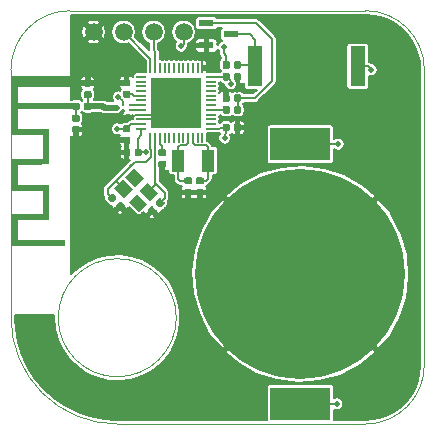
<source format=gbr>
G04 #@! TF.GenerationSoftware,KiCad,Pcbnew,(5.1.5-0-10_14)*
G04 #@! TF.CreationDate,2020-05-20T18:56:31+12:00*
G04 #@! TF.ProjectId,bluetooth-tracker,626c7565-746f-46f7-9468-2d747261636b,A*
G04 #@! TF.SameCoordinates,Original*
G04 #@! TF.FileFunction,Copper,L1,Top*
G04 #@! TF.FilePolarity,Positive*
%FSLAX46Y46*%
G04 Gerber Fmt 4.6, Leading zero omitted, Abs format (unit mm)*
G04 Created by KiCad (PCBNEW (5.1.5-0-10_14)) date 2020-05-20 18:56:31*
%MOMM*%
%LPD*%
G04 APERTURE LIST*
%ADD10C,0.100000*%
%ADD11C,0.320000*%
%ADD12R,5.080000X2.790000*%
%ADD13C,17.780000*%
%ADD14R,1.300000X3.400000*%
%ADD15C,1.500000*%
%ADD16C,0.250000*%
%ADD17R,1.300000X0.600000*%
%ADD18R,1.100000X1.900000*%
%ADD19O,0.200000X0.850000*%
%ADD20O,0.850000X0.200000*%
%ADD21R,4.300000X4.300000*%
%ADD22C,0.500000*%
%ADD23C,0.200000*%
%ADD24C,0.500000*%
G04 APERTURE END LIST*
D10*
G36*
X61200000Y-52800000D02*
G01*
X60400000Y-52800000D01*
X60400000Y-51000000D01*
X61200000Y-51000000D01*
X61200000Y-52800000D01*
G37*
X69400000Y-72000000D02*
G75*
G03X69400000Y-72000000I-5000000J0D01*
G01*
X60400000Y-46000001D02*
X85400000Y-46000001D01*
X85399999Y-81000000D02*
X64400000Y-81000000D01*
X90399999Y-76000002D02*
G75*
G02X85399999Y-81000000I-4999999J1D01*
G01*
X90400000Y-51000001D02*
X90400000Y-76000000D01*
X85400000Y-46000001D02*
G75*
G02X90400000Y-51000001I0J-5000000D01*
G01*
X55400001Y-51000001D02*
G75*
G02X60400001Y-46000001I5000000J0D01*
G01*
X55400000Y-71999999D02*
X55400000Y-51000001D01*
X64399999Y-81000000D02*
G75*
G02X55400000Y-71999999I1J9000000D01*
G01*
G36*
X58149251Y-56533039D02*
G01*
X58149251Y-58547434D01*
X55525459Y-58547434D01*
X55525459Y-61230473D01*
X58149251Y-61230473D01*
X58149251Y-63236404D01*
X55525459Y-63236404D01*
X55525459Y-65919443D01*
X59943586Y-65919443D01*
X59943586Y-65437004D01*
X56007898Y-65437004D01*
X56007898Y-63718843D01*
X58640154Y-63718843D01*
X58640154Y-60748034D01*
X56007898Y-60748034D01*
X56007898Y-59029926D01*
X57321910Y-59027784D01*
X58635922Y-59025641D01*
X58635922Y-56054831D01*
X57321910Y-56052689D01*
X56007898Y-56050546D01*
X56007898Y-54332439D01*
X60900000Y-54332439D01*
X60900000Y-53850000D01*
X56007898Y-53850000D01*
X56007898Y-52436537D01*
X60900000Y-52436537D01*
X60900000Y-51556298D01*
X55525459Y-51556298D01*
X55525459Y-56533039D01*
X58149251Y-56533039D01*
G37*
G04 #@! TA.AperFunction,SMDPad,CuDef*
G36*
X74746958Y-55580710D02*
G01*
X74761276Y-55582834D01*
X74775317Y-55586351D01*
X74788946Y-55591228D01*
X74802031Y-55597417D01*
X74814447Y-55604858D01*
X74826073Y-55613481D01*
X74836798Y-55623202D01*
X74846519Y-55633927D01*
X74855142Y-55645553D01*
X74862583Y-55657969D01*
X74868772Y-55671054D01*
X74873649Y-55684683D01*
X74877166Y-55698724D01*
X74879290Y-55713042D01*
X74880000Y-55727500D01*
X74880000Y-56072500D01*
X74879290Y-56086958D01*
X74877166Y-56101276D01*
X74873649Y-56115317D01*
X74868772Y-56128946D01*
X74862583Y-56142031D01*
X74855142Y-56154447D01*
X74846519Y-56166073D01*
X74836798Y-56176798D01*
X74826073Y-56186519D01*
X74814447Y-56195142D01*
X74802031Y-56202583D01*
X74788946Y-56208772D01*
X74775317Y-56213649D01*
X74761276Y-56217166D01*
X74746958Y-56219290D01*
X74732500Y-56220000D01*
X74437500Y-56220000D01*
X74423042Y-56219290D01*
X74408724Y-56217166D01*
X74394683Y-56213649D01*
X74381054Y-56208772D01*
X74367969Y-56202583D01*
X74355553Y-56195142D01*
X74343927Y-56186519D01*
X74333202Y-56176798D01*
X74323481Y-56166073D01*
X74314858Y-56154447D01*
X74307417Y-56142031D01*
X74301228Y-56128946D01*
X74296351Y-56115317D01*
X74292834Y-56101276D01*
X74290710Y-56086958D01*
X74290000Y-56072500D01*
X74290000Y-55727500D01*
X74290710Y-55713042D01*
X74292834Y-55698724D01*
X74296351Y-55684683D01*
X74301228Y-55671054D01*
X74307417Y-55657969D01*
X74314858Y-55645553D01*
X74323481Y-55633927D01*
X74333202Y-55623202D01*
X74343927Y-55613481D01*
X74355553Y-55604858D01*
X74367969Y-55597417D01*
X74381054Y-55591228D01*
X74394683Y-55586351D01*
X74408724Y-55582834D01*
X74423042Y-55580710D01*
X74437500Y-55580000D01*
X74732500Y-55580000D01*
X74746958Y-55580710D01*
G37*
G04 #@! TD.AperFunction*
G04 #@! TA.AperFunction,SMDPad,CuDef*
G36*
X73776958Y-55580710D02*
G01*
X73791276Y-55582834D01*
X73805317Y-55586351D01*
X73818946Y-55591228D01*
X73832031Y-55597417D01*
X73844447Y-55604858D01*
X73856073Y-55613481D01*
X73866798Y-55623202D01*
X73876519Y-55633927D01*
X73885142Y-55645553D01*
X73892583Y-55657969D01*
X73898772Y-55671054D01*
X73903649Y-55684683D01*
X73907166Y-55698724D01*
X73909290Y-55713042D01*
X73910000Y-55727500D01*
X73910000Y-56072500D01*
X73909290Y-56086958D01*
X73907166Y-56101276D01*
X73903649Y-56115317D01*
X73898772Y-56128946D01*
X73892583Y-56142031D01*
X73885142Y-56154447D01*
X73876519Y-56166073D01*
X73866798Y-56176798D01*
X73856073Y-56186519D01*
X73844447Y-56195142D01*
X73832031Y-56202583D01*
X73818946Y-56208772D01*
X73805317Y-56213649D01*
X73791276Y-56217166D01*
X73776958Y-56219290D01*
X73762500Y-56220000D01*
X73467500Y-56220000D01*
X73453042Y-56219290D01*
X73438724Y-56217166D01*
X73424683Y-56213649D01*
X73411054Y-56208772D01*
X73397969Y-56202583D01*
X73385553Y-56195142D01*
X73373927Y-56186519D01*
X73363202Y-56176798D01*
X73353481Y-56166073D01*
X73344858Y-56154447D01*
X73337417Y-56142031D01*
X73331228Y-56128946D01*
X73326351Y-56115317D01*
X73322834Y-56101276D01*
X73320710Y-56086958D01*
X73320000Y-56072500D01*
X73320000Y-55727500D01*
X73320710Y-55713042D01*
X73322834Y-55698724D01*
X73326351Y-55684683D01*
X73331228Y-55671054D01*
X73337417Y-55657969D01*
X73344858Y-55645553D01*
X73353481Y-55633927D01*
X73363202Y-55623202D01*
X73373927Y-55613481D01*
X73385553Y-55604858D01*
X73397969Y-55597417D01*
X73411054Y-55591228D01*
X73424683Y-55586351D01*
X73438724Y-55582834D01*
X73453042Y-55580710D01*
X73467500Y-55580000D01*
X73762500Y-55580000D01*
X73776958Y-55580710D01*
G37*
G04 #@! TD.AperFunction*
G04 #@! TA.AperFunction,SMDPad,CuDef*
G36*
X73776958Y-50280710D02*
G01*
X73791276Y-50282834D01*
X73805317Y-50286351D01*
X73818946Y-50291228D01*
X73832031Y-50297417D01*
X73844447Y-50304858D01*
X73856073Y-50313481D01*
X73866798Y-50323202D01*
X73876519Y-50333927D01*
X73885142Y-50345553D01*
X73892583Y-50357969D01*
X73898772Y-50371054D01*
X73903649Y-50384683D01*
X73907166Y-50398724D01*
X73909290Y-50413042D01*
X73910000Y-50427500D01*
X73910000Y-50772500D01*
X73909290Y-50786958D01*
X73907166Y-50801276D01*
X73903649Y-50815317D01*
X73898772Y-50828946D01*
X73892583Y-50842031D01*
X73885142Y-50854447D01*
X73876519Y-50866073D01*
X73866798Y-50876798D01*
X73856073Y-50886519D01*
X73844447Y-50895142D01*
X73832031Y-50902583D01*
X73818946Y-50908772D01*
X73805317Y-50913649D01*
X73791276Y-50917166D01*
X73776958Y-50919290D01*
X73762500Y-50920000D01*
X73467500Y-50920000D01*
X73453042Y-50919290D01*
X73438724Y-50917166D01*
X73424683Y-50913649D01*
X73411054Y-50908772D01*
X73397969Y-50902583D01*
X73385553Y-50895142D01*
X73373927Y-50886519D01*
X73363202Y-50876798D01*
X73353481Y-50866073D01*
X73344858Y-50854447D01*
X73337417Y-50842031D01*
X73331228Y-50828946D01*
X73326351Y-50815317D01*
X73322834Y-50801276D01*
X73320710Y-50786958D01*
X73320000Y-50772500D01*
X73320000Y-50427500D01*
X73320710Y-50413042D01*
X73322834Y-50398724D01*
X73326351Y-50384683D01*
X73331228Y-50371054D01*
X73337417Y-50357969D01*
X73344858Y-50345553D01*
X73353481Y-50333927D01*
X73363202Y-50323202D01*
X73373927Y-50313481D01*
X73385553Y-50304858D01*
X73397969Y-50297417D01*
X73411054Y-50291228D01*
X73424683Y-50286351D01*
X73438724Y-50282834D01*
X73453042Y-50280710D01*
X73467500Y-50280000D01*
X73762500Y-50280000D01*
X73776958Y-50280710D01*
G37*
G04 #@! TD.AperFunction*
G04 #@! TA.AperFunction,SMDPad,CuDef*
G36*
X74746958Y-50280710D02*
G01*
X74761276Y-50282834D01*
X74775317Y-50286351D01*
X74788946Y-50291228D01*
X74802031Y-50297417D01*
X74814447Y-50304858D01*
X74826073Y-50313481D01*
X74836798Y-50323202D01*
X74846519Y-50333927D01*
X74855142Y-50345553D01*
X74862583Y-50357969D01*
X74868772Y-50371054D01*
X74873649Y-50384683D01*
X74877166Y-50398724D01*
X74879290Y-50413042D01*
X74880000Y-50427500D01*
X74880000Y-50772500D01*
X74879290Y-50786958D01*
X74877166Y-50801276D01*
X74873649Y-50815317D01*
X74868772Y-50828946D01*
X74862583Y-50842031D01*
X74855142Y-50854447D01*
X74846519Y-50866073D01*
X74836798Y-50876798D01*
X74826073Y-50886519D01*
X74814447Y-50895142D01*
X74802031Y-50902583D01*
X74788946Y-50908772D01*
X74775317Y-50913649D01*
X74761276Y-50917166D01*
X74746958Y-50919290D01*
X74732500Y-50920000D01*
X74437500Y-50920000D01*
X74423042Y-50919290D01*
X74408724Y-50917166D01*
X74394683Y-50913649D01*
X74381054Y-50908772D01*
X74367969Y-50902583D01*
X74355553Y-50895142D01*
X74343927Y-50886519D01*
X74333202Y-50876798D01*
X74323481Y-50866073D01*
X74314858Y-50854447D01*
X74307417Y-50842031D01*
X74301228Y-50828946D01*
X74296351Y-50815317D01*
X74292834Y-50801276D01*
X74290710Y-50786958D01*
X74290000Y-50772500D01*
X74290000Y-50427500D01*
X74290710Y-50413042D01*
X74292834Y-50398724D01*
X74296351Y-50384683D01*
X74301228Y-50371054D01*
X74307417Y-50357969D01*
X74314858Y-50345553D01*
X74323481Y-50333927D01*
X74333202Y-50323202D01*
X74343927Y-50313481D01*
X74355553Y-50304858D01*
X74367969Y-50297417D01*
X74381054Y-50291228D01*
X74394683Y-50286351D01*
X74408724Y-50282834D01*
X74423042Y-50280710D01*
X74437500Y-50280000D01*
X74732500Y-50280000D01*
X74746958Y-50280710D01*
G37*
G04 #@! TD.AperFunction*
G04 #@! TA.AperFunction,SMDPad,CuDef*
G36*
X73776958Y-53080710D02*
G01*
X73791276Y-53082834D01*
X73805317Y-53086351D01*
X73818946Y-53091228D01*
X73832031Y-53097417D01*
X73844447Y-53104858D01*
X73856073Y-53113481D01*
X73866798Y-53123202D01*
X73876519Y-53133927D01*
X73885142Y-53145553D01*
X73892583Y-53157969D01*
X73898772Y-53171054D01*
X73903649Y-53184683D01*
X73907166Y-53198724D01*
X73909290Y-53213042D01*
X73910000Y-53227500D01*
X73910000Y-53572500D01*
X73909290Y-53586958D01*
X73907166Y-53601276D01*
X73903649Y-53615317D01*
X73898772Y-53628946D01*
X73892583Y-53642031D01*
X73885142Y-53654447D01*
X73876519Y-53666073D01*
X73866798Y-53676798D01*
X73856073Y-53686519D01*
X73844447Y-53695142D01*
X73832031Y-53702583D01*
X73818946Y-53708772D01*
X73805317Y-53713649D01*
X73791276Y-53717166D01*
X73776958Y-53719290D01*
X73762500Y-53720000D01*
X73467500Y-53720000D01*
X73453042Y-53719290D01*
X73438724Y-53717166D01*
X73424683Y-53713649D01*
X73411054Y-53708772D01*
X73397969Y-53702583D01*
X73385553Y-53695142D01*
X73373927Y-53686519D01*
X73363202Y-53676798D01*
X73353481Y-53666073D01*
X73344858Y-53654447D01*
X73337417Y-53642031D01*
X73331228Y-53628946D01*
X73326351Y-53615317D01*
X73322834Y-53601276D01*
X73320710Y-53586958D01*
X73320000Y-53572500D01*
X73320000Y-53227500D01*
X73320710Y-53213042D01*
X73322834Y-53198724D01*
X73326351Y-53184683D01*
X73331228Y-53171054D01*
X73337417Y-53157969D01*
X73344858Y-53145553D01*
X73353481Y-53133927D01*
X73363202Y-53123202D01*
X73373927Y-53113481D01*
X73385553Y-53104858D01*
X73397969Y-53097417D01*
X73411054Y-53091228D01*
X73424683Y-53086351D01*
X73438724Y-53082834D01*
X73453042Y-53080710D01*
X73467500Y-53080000D01*
X73762500Y-53080000D01*
X73776958Y-53080710D01*
G37*
G04 #@! TD.AperFunction*
G04 #@! TA.AperFunction,SMDPad,CuDef*
G36*
X74746958Y-53080710D02*
G01*
X74761276Y-53082834D01*
X74775317Y-53086351D01*
X74788946Y-53091228D01*
X74802031Y-53097417D01*
X74814447Y-53104858D01*
X74826073Y-53113481D01*
X74836798Y-53123202D01*
X74846519Y-53133927D01*
X74855142Y-53145553D01*
X74862583Y-53157969D01*
X74868772Y-53171054D01*
X74873649Y-53184683D01*
X74877166Y-53198724D01*
X74879290Y-53213042D01*
X74880000Y-53227500D01*
X74880000Y-53572500D01*
X74879290Y-53586958D01*
X74877166Y-53601276D01*
X74873649Y-53615317D01*
X74868772Y-53628946D01*
X74862583Y-53642031D01*
X74855142Y-53654447D01*
X74846519Y-53666073D01*
X74836798Y-53676798D01*
X74826073Y-53686519D01*
X74814447Y-53695142D01*
X74802031Y-53702583D01*
X74788946Y-53708772D01*
X74775317Y-53713649D01*
X74761276Y-53717166D01*
X74746958Y-53719290D01*
X74732500Y-53720000D01*
X74437500Y-53720000D01*
X74423042Y-53719290D01*
X74408724Y-53717166D01*
X74394683Y-53713649D01*
X74381054Y-53708772D01*
X74367969Y-53702583D01*
X74355553Y-53695142D01*
X74343927Y-53686519D01*
X74333202Y-53676798D01*
X74323481Y-53666073D01*
X74314858Y-53654447D01*
X74307417Y-53642031D01*
X74301228Y-53628946D01*
X74296351Y-53615317D01*
X74292834Y-53601276D01*
X74290710Y-53586958D01*
X74290000Y-53572500D01*
X74290000Y-53227500D01*
X74290710Y-53213042D01*
X74292834Y-53198724D01*
X74296351Y-53184683D01*
X74301228Y-53171054D01*
X74307417Y-53157969D01*
X74314858Y-53145553D01*
X74323481Y-53133927D01*
X74333202Y-53123202D01*
X74343927Y-53113481D01*
X74355553Y-53104858D01*
X74367969Y-53097417D01*
X74381054Y-53091228D01*
X74394683Y-53086351D01*
X74408724Y-53082834D01*
X74423042Y-53080710D01*
X74437500Y-53080000D01*
X74732500Y-53080000D01*
X74746958Y-53080710D01*
G37*
G04 #@! TD.AperFunction*
G04 #@! TA.AperFunction,SMDPad,CuDef*
G36*
X73776958Y-54080710D02*
G01*
X73791276Y-54082834D01*
X73805317Y-54086351D01*
X73818946Y-54091228D01*
X73832031Y-54097417D01*
X73844447Y-54104858D01*
X73856073Y-54113481D01*
X73866798Y-54123202D01*
X73876519Y-54133927D01*
X73885142Y-54145553D01*
X73892583Y-54157969D01*
X73898772Y-54171054D01*
X73903649Y-54184683D01*
X73907166Y-54198724D01*
X73909290Y-54213042D01*
X73910000Y-54227500D01*
X73910000Y-54572500D01*
X73909290Y-54586958D01*
X73907166Y-54601276D01*
X73903649Y-54615317D01*
X73898772Y-54628946D01*
X73892583Y-54642031D01*
X73885142Y-54654447D01*
X73876519Y-54666073D01*
X73866798Y-54676798D01*
X73856073Y-54686519D01*
X73844447Y-54695142D01*
X73832031Y-54702583D01*
X73818946Y-54708772D01*
X73805317Y-54713649D01*
X73791276Y-54717166D01*
X73776958Y-54719290D01*
X73762500Y-54720000D01*
X73467500Y-54720000D01*
X73453042Y-54719290D01*
X73438724Y-54717166D01*
X73424683Y-54713649D01*
X73411054Y-54708772D01*
X73397969Y-54702583D01*
X73385553Y-54695142D01*
X73373927Y-54686519D01*
X73363202Y-54676798D01*
X73353481Y-54666073D01*
X73344858Y-54654447D01*
X73337417Y-54642031D01*
X73331228Y-54628946D01*
X73326351Y-54615317D01*
X73322834Y-54601276D01*
X73320710Y-54586958D01*
X73320000Y-54572500D01*
X73320000Y-54227500D01*
X73320710Y-54213042D01*
X73322834Y-54198724D01*
X73326351Y-54184683D01*
X73331228Y-54171054D01*
X73337417Y-54157969D01*
X73344858Y-54145553D01*
X73353481Y-54133927D01*
X73363202Y-54123202D01*
X73373927Y-54113481D01*
X73385553Y-54104858D01*
X73397969Y-54097417D01*
X73411054Y-54091228D01*
X73424683Y-54086351D01*
X73438724Y-54082834D01*
X73453042Y-54080710D01*
X73467500Y-54080000D01*
X73762500Y-54080000D01*
X73776958Y-54080710D01*
G37*
G04 #@! TD.AperFunction*
G04 #@! TA.AperFunction,SMDPad,CuDef*
G36*
X74746958Y-54080710D02*
G01*
X74761276Y-54082834D01*
X74775317Y-54086351D01*
X74788946Y-54091228D01*
X74802031Y-54097417D01*
X74814447Y-54104858D01*
X74826073Y-54113481D01*
X74836798Y-54123202D01*
X74846519Y-54133927D01*
X74855142Y-54145553D01*
X74862583Y-54157969D01*
X74868772Y-54171054D01*
X74873649Y-54184683D01*
X74877166Y-54198724D01*
X74879290Y-54213042D01*
X74880000Y-54227500D01*
X74880000Y-54572500D01*
X74879290Y-54586958D01*
X74877166Y-54601276D01*
X74873649Y-54615317D01*
X74868772Y-54628946D01*
X74862583Y-54642031D01*
X74855142Y-54654447D01*
X74846519Y-54666073D01*
X74836798Y-54676798D01*
X74826073Y-54686519D01*
X74814447Y-54695142D01*
X74802031Y-54702583D01*
X74788946Y-54708772D01*
X74775317Y-54713649D01*
X74761276Y-54717166D01*
X74746958Y-54719290D01*
X74732500Y-54720000D01*
X74437500Y-54720000D01*
X74423042Y-54719290D01*
X74408724Y-54717166D01*
X74394683Y-54713649D01*
X74381054Y-54708772D01*
X74367969Y-54702583D01*
X74355553Y-54695142D01*
X74343927Y-54686519D01*
X74333202Y-54676798D01*
X74323481Y-54666073D01*
X74314858Y-54654447D01*
X74307417Y-54642031D01*
X74301228Y-54628946D01*
X74296351Y-54615317D01*
X74292834Y-54601276D01*
X74290710Y-54586958D01*
X74290000Y-54572500D01*
X74290000Y-54227500D01*
X74290710Y-54213042D01*
X74292834Y-54198724D01*
X74296351Y-54184683D01*
X74301228Y-54171054D01*
X74307417Y-54157969D01*
X74314858Y-54145553D01*
X74323481Y-54133927D01*
X74333202Y-54123202D01*
X74343927Y-54113481D01*
X74355553Y-54104858D01*
X74367969Y-54097417D01*
X74381054Y-54091228D01*
X74394683Y-54086351D01*
X74408724Y-54082834D01*
X74423042Y-54080710D01*
X74437500Y-54080000D01*
X74732500Y-54080000D01*
X74746958Y-54080710D01*
G37*
G04 #@! TD.AperFunction*
G04 #@! TA.AperFunction,SMDPad,CuDef*
G36*
X61076958Y-53780710D02*
G01*
X61091276Y-53782834D01*
X61105317Y-53786351D01*
X61118946Y-53791228D01*
X61132031Y-53797417D01*
X61144447Y-53804858D01*
X61156073Y-53813481D01*
X61166798Y-53823202D01*
X61176519Y-53833927D01*
X61185142Y-53845553D01*
X61192583Y-53857969D01*
X61198772Y-53871054D01*
X61203649Y-53884683D01*
X61207166Y-53898724D01*
X61209290Y-53913042D01*
X61210000Y-53927500D01*
X61210000Y-54272500D01*
X61209290Y-54286958D01*
X61207166Y-54301276D01*
X61203649Y-54315317D01*
X61198772Y-54328946D01*
X61192583Y-54342031D01*
X61185142Y-54354447D01*
X61176519Y-54366073D01*
X61166798Y-54376798D01*
X61156073Y-54386519D01*
X61144447Y-54395142D01*
X61132031Y-54402583D01*
X61118946Y-54408772D01*
X61105317Y-54413649D01*
X61091276Y-54417166D01*
X61076958Y-54419290D01*
X61062500Y-54420000D01*
X60767500Y-54420000D01*
X60753042Y-54419290D01*
X60738724Y-54417166D01*
X60724683Y-54413649D01*
X60711054Y-54408772D01*
X60697969Y-54402583D01*
X60685553Y-54395142D01*
X60673927Y-54386519D01*
X60663202Y-54376798D01*
X60653481Y-54366073D01*
X60644858Y-54354447D01*
X60637417Y-54342031D01*
X60631228Y-54328946D01*
X60626351Y-54315317D01*
X60622834Y-54301276D01*
X60620710Y-54286958D01*
X60620000Y-54272500D01*
X60620000Y-53927500D01*
X60620710Y-53913042D01*
X60622834Y-53898724D01*
X60626351Y-53884683D01*
X60631228Y-53871054D01*
X60637417Y-53857969D01*
X60644858Y-53845553D01*
X60653481Y-53833927D01*
X60663202Y-53823202D01*
X60673927Y-53813481D01*
X60685553Y-53804858D01*
X60697969Y-53797417D01*
X60711054Y-53791228D01*
X60724683Y-53786351D01*
X60738724Y-53782834D01*
X60753042Y-53780710D01*
X60767500Y-53780000D01*
X61062500Y-53780000D01*
X61076958Y-53780710D01*
G37*
G04 #@! TD.AperFunction*
G04 #@! TA.AperFunction,SMDPad,CuDef*
G36*
X62046958Y-53780710D02*
G01*
X62061276Y-53782834D01*
X62075317Y-53786351D01*
X62088946Y-53791228D01*
X62102031Y-53797417D01*
X62114447Y-53804858D01*
X62126073Y-53813481D01*
X62136798Y-53823202D01*
X62146519Y-53833927D01*
X62155142Y-53845553D01*
X62162583Y-53857969D01*
X62168772Y-53871054D01*
X62173649Y-53884683D01*
X62177166Y-53898724D01*
X62179290Y-53913042D01*
X62180000Y-53927500D01*
X62180000Y-54272500D01*
X62179290Y-54286958D01*
X62177166Y-54301276D01*
X62173649Y-54315317D01*
X62168772Y-54328946D01*
X62162583Y-54342031D01*
X62155142Y-54354447D01*
X62146519Y-54366073D01*
X62136798Y-54376798D01*
X62126073Y-54386519D01*
X62114447Y-54395142D01*
X62102031Y-54402583D01*
X62088946Y-54408772D01*
X62075317Y-54413649D01*
X62061276Y-54417166D01*
X62046958Y-54419290D01*
X62032500Y-54420000D01*
X61737500Y-54420000D01*
X61723042Y-54419290D01*
X61708724Y-54417166D01*
X61694683Y-54413649D01*
X61681054Y-54408772D01*
X61667969Y-54402583D01*
X61655553Y-54395142D01*
X61643927Y-54386519D01*
X61633202Y-54376798D01*
X61623481Y-54366073D01*
X61614858Y-54354447D01*
X61607417Y-54342031D01*
X61601228Y-54328946D01*
X61596351Y-54315317D01*
X61592834Y-54301276D01*
X61590710Y-54286958D01*
X61590000Y-54272500D01*
X61590000Y-53927500D01*
X61590710Y-53913042D01*
X61592834Y-53898724D01*
X61596351Y-53884683D01*
X61601228Y-53871054D01*
X61607417Y-53857969D01*
X61614858Y-53845553D01*
X61623481Y-53833927D01*
X61633202Y-53823202D01*
X61643927Y-53813481D01*
X61655553Y-53804858D01*
X61667969Y-53797417D01*
X61681054Y-53791228D01*
X61694683Y-53786351D01*
X61708724Y-53782834D01*
X61723042Y-53780710D01*
X61737500Y-53780000D01*
X62032500Y-53780000D01*
X62046958Y-53780710D01*
G37*
G04 #@! TD.AperFunction*
G04 #@! TA.AperFunction,SMDPad,CuDef*
G36*
X61086958Y-55775710D02*
G01*
X61101276Y-55777834D01*
X61115317Y-55781351D01*
X61128946Y-55786228D01*
X61142031Y-55792417D01*
X61154447Y-55799858D01*
X61166073Y-55808481D01*
X61176798Y-55818202D01*
X61186519Y-55828927D01*
X61195142Y-55840553D01*
X61202583Y-55852969D01*
X61208772Y-55866054D01*
X61213649Y-55879683D01*
X61217166Y-55893724D01*
X61219290Y-55908042D01*
X61220000Y-55922500D01*
X61220000Y-56217500D01*
X61219290Y-56231958D01*
X61217166Y-56246276D01*
X61213649Y-56260317D01*
X61208772Y-56273946D01*
X61202583Y-56287031D01*
X61195142Y-56299447D01*
X61186519Y-56311073D01*
X61176798Y-56321798D01*
X61166073Y-56331519D01*
X61154447Y-56340142D01*
X61142031Y-56347583D01*
X61128946Y-56353772D01*
X61115317Y-56358649D01*
X61101276Y-56362166D01*
X61086958Y-56364290D01*
X61072500Y-56365000D01*
X60727500Y-56365000D01*
X60713042Y-56364290D01*
X60698724Y-56362166D01*
X60684683Y-56358649D01*
X60671054Y-56353772D01*
X60657969Y-56347583D01*
X60645553Y-56340142D01*
X60633927Y-56331519D01*
X60623202Y-56321798D01*
X60613481Y-56311073D01*
X60604858Y-56299447D01*
X60597417Y-56287031D01*
X60591228Y-56273946D01*
X60586351Y-56260317D01*
X60582834Y-56246276D01*
X60580710Y-56231958D01*
X60580000Y-56217500D01*
X60580000Y-55922500D01*
X60580710Y-55908042D01*
X60582834Y-55893724D01*
X60586351Y-55879683D01*
X60591228Y-55866054D01*
X60597417Y-55852969D01*
X60604858Y-55840553D01*
X60613481Y-55828927D01*
X60623202Y-55818202D01*
X60633927Y-55808481D01*
X60645553Y-55799858D01*
X60657969Y-55792417D01*
X60671054Y-55786228D01*
X60684683Y-55781351D01*
X60698724Y-55777834D01*
X60713042Y-55775710D01*
X60727500Y-55775000D01*
X61072500Y-55775000D01*
X61086958Y-55775710D01*
G37*
G04 #@! TD.AperFunction*
G04 #@! TA.AperFunction,SMDPad,CuDef*
G36*
X61086958Y-54805710D02*
G01*
X61101276Y-54807834D01*
X61115317Y-54811351D01*
X61128946Y-54816228D01*
X61142031Y-54822417D01*
X61154447Y-54829858D01*
X61166073Y-54838481D01*
X61176798Y-54848202D01*
X61186519Y-54858927D01*
X61195142Y-54870553D01*
X61202583Y-54882969D01*
X61208772Y-54896054D01*
X61213649Y-54909683D01*
X61217166Y-54923724D01*
X61219290Y-54938042D01*
X61220000Y-54952500D01*
X61220000Y-55247500D01*
X61219290Y-55261958D01*
X61217166Y-55276276D01*
X61213649Y-55290317D01*
X61208772Y-55303946D01*
X61202583Y-55317031D01*
X61195142Y-55329447D01*
X61186519Y-55341073D01*
X61176798Y-55351798D01*
X61166073Y-55361519D01*
X61154447Y-55370142D01*
X61142031Y-55377583D01*
X61128946Y-55383772D01*
X61115317Y-55388649D01*
X61101276Y-55392166D01*
X61086958Y-55394290D01*
X61072500Y-55395000D01*
X60727500Y-55395000D01*
X60713042Y-55394290D01*
X60698724Y-55392166D01*
X60684683Y-55388649D01*
X60671054Y-55383772D01*
X60657969Y-55377583D01*
X60645553Y-55370142D01*
X60633927Y-55361519D01*
X60623202Y-55351798D01*
X60613481Y-55341073D01*
X60604858Y-55329447D01*
X60597417Y-55317031D01*
X60591228Y-55303946D01*
X60586351Y-55290317D01*
X60582834Y-55276276D01*
X60580710Y-55261958D01*
X60580000Y-55247500D01*
X60580000Y-54952500D01*
X60580710Y-54938042D01*
X60582834Y-54923724D01*
X60586351Y-54909683D01*
X60591228Y-54896054D01*
X60597417Y-54882969D01*
X60604858Y-54870553D01*
X60613481Y-54858927D01*
X60623202Y-54848202D01*
X60633927Y-54838481D01*
X60645553Y-54829858D01*
X60657969Y-54822417D01*
X60671054Y-54816228D01*
X60684683Y-54811351D01*
X60698724Y-54807834D01*
X60713042Y-54805710D01*
X60727500Y-54805000D01*
X61072500Y-54805000D01*
X61086958Y-54805710D01*
G37*
G04 #@! TD.AperFunction*
G04 #@! TA.AperFunction,SMDPad,CuDef*
G36*
X62086958Y-51835710D02*
G01*
X62101276Y-51837834D01*
X62115317Y-51841351D01*
X62128946Y-51846228D01*
X62142031Y-51852417D01*
X62154447Y-51859858D01*
X62166073Y-51868481D01*
X62176798Y-51878202D01*
X62186519Y-51888927D01*
X62195142Y-51900553D01*
X62202583Y-51912969D01*
X62208772Y-51926054D01*
X62213649Y-51939683D01*
X62217166Y-51953724D01*
X62219290Y-51968042D01*
X62220000Y-51982500D01*
X62220000Y-52277500D01*
X62219290Y-52291958D01*
X62217166Y-52306276D01*
X62213649Y-52320317D01*
X62208772Y-52333946D01*
X62202583Y-52347031D01*
X62195142Y-52359447D01*
X62186519Y-52371073D01*
X62176798Y-52381798D01*
X62166073Y-52391519D01*
X62154447Y-52400142D01*
X62142031Y-52407583D01*
X62128946Y-52413772D01*
X62115317Y-52418649D01*
X62101276Y-52422166D01*
X62086958Y-52424290D01*
X62072500Y-52425000D01*
X61727500Y-52425000D01*
X61713042Y-52424290D01*
X61698724Y-52422166D01*
X61684683Y-52418649D01*
X61671054Y-52413772D01*
X61657969Y-52407583D01*
X61645553Y-52400142D01*
X61633927Y-52391519D01*
X61623202Y-52381798D01*
X61613481Y-52371073D01*
X61604858Y-52359447D01*
X61597417Y-52347031D01*
X61591228Y-52333946D01*
X61586351Y-52320317D01*
X61582834Y-52306276D01*
X61580710Y-52291958D01*
X61580000Y-52277500D01*
X61580000Y-51982500D01*
X61580710Y-51968042D01*
X61582834Y-51953724D01*
X61586351Y-51939683D01*
X61591228Y-51926054D01*
X61597417Y-51912969D01*
X61604858Y-51900553D01*
X61613481Y-51888927D01*
X61623202Y-51878202D01*
X61633927Y-51868481D01*
X61645553Y-51859858D01*
X61657969Y-51852417D01*
X61671054Y-51846228D01*
X61684683Y-51841351D01*
X61698724Y-51837834D01*
X61713042Y-51835710D01*
X61727500Y-51835000D01*
X62072500Y-51835000D01*
X62086958Y-51835710D01*
G37*
G04 #@! TD.AperFunction*
G04 #@! TA.AperFunction,SMDPad,CuDef*
G36*
X62086958Y-52805710D02*
G01*
X62101276Y-52807834D01*
X62115317Y-52811351D01*
X62128946Y-52816228D01*
X62142031Y-52822417D01*
X62154447Y-52829858D01*
X62166073Y-52838481D01*
X62176798Y-52848202D01*
X62186519Y-52858927D01*
X62195142Y-52870553D01*
X62202583Y-52882969D01*
X62208772Y-52896054D01*
X62213649Y-52909683D01*
X62217166Y-52923724D01*
X62219290Y-52938042D01*
X62220000Y-52952500D01*
X62220000Y-53247500D01*
X62219290Y-53261958D01*
X62217166Y-53276276D01*
X62213649Y-53290317D01*
X62208772Y-53303946D01*
X62202583Y-53317031D01*
X62195142Y-53329447D01*
X62186519Y-53341073D01*
X62176798Y-53351798D01*
X62166073Y-53361519D01*
X62154447Y-53370142D01*
X62142031Y-53377583D01*
X62128946Y-53383772D01*
X62115317Y-53388649D01*
X62101276Y-53392166D01*
X62086958Y-53394290D01*
X62072500Y-53395000D01*
X61727500Y-53395000D01*
X61713042Y-53394290D01*
X61698724Y-53392166D01*
X61684683Y-53388649D01*
X61671054Y-53383772D01*
X61657969Y-53377583D01*
X61645553Y-53370142D01*
X61633927Y-53361519D01*
X61623202Y-53351798D01*
X61613481Y-53341073D01*
X61604858Y-53329447D01*
X61597417Y-53317031D01*
X61591228Y-53303946D01*
X61586351Y-53290317D01*
X61582834Y-53276276D01*
X61580710Y-53261958D01*
X61580000Y-53247500D01*
X61580000Y-52952500D01*
X61580710Y-52938042D01*
X61582834Y-52923724D01*
X61586351Y-52909683D01*
X61591228Y-52896054D01*
X61597417Y-52882969D01*
X61604858Y-52870553D01*
X61613481Y-52858927D01*
X61623202Y-52848202D01*
X61633927Y-52838481D01*
X61645553Y-52829858D01*
X61657969Y-52822417D01*
X61671054Y-52816228D01*
X61684683Y-52811351D01*
X61698724Y-52807834D01*
X61713042Y-52805710D01*
X61727500Y-52805000D01*
X62072500Y-52805000D01*
X62086958Y-52805710D01*
G37*
G04 #@! TD.AperFunction*
G04 #@! TA.AperFunction,SMDPad,CuDef*
G36*
X65386958Y-51820710D02*
G01*
X65401276Y-51822834D01*
X65415317Y-51826351D01*
X65428946Y-51831228D01*
X65442031Y-51837417D01*
X65454447Y-51844858D01*
X65466073Y-51853481D01*
X65476798Y-51863202D01*
X65486519Y-51873927D01*
X65495142Y-51885553D01*
X65502583Y-51897969D01*
X65508772Y-51911054D01*
X65513649Y-51924683D01*
X65517166Y-51938724D01*
X65519290Y-51953042D01*
X65520000Y-51967500D01*
X65520000Y-52262500D01*
X65519290Y-52276958D01*
X65517166Y-52291276D01*
X65513649Y-52305317D01*
X65508772Y-52318946D01*
X65502583Y-52332031D01*
X65495142Y-52344447D01*
X65486519Y-52356073D01*
X65476798Y-52366798D01*
X65466073Y-52376519D01*
X65454447Y-52385142D01*
X65442031Y-52392583D01*
X65428946Y-52398772D01*
X65415317Y-52403649D01*
X65401276Y-52407166D01*
X65386958Y-52409290D01*
X65372500Y-52410000D01*
X65027500Y-52410000D01*
X65013042Y-52409290D01*
X64998724Y-52407166D01*
X64984683Y-52403649D01*
X64971054Y-52398772D01*
X64957969Y-52392583D01*
X64945553Y-52385142D01*
X64933927Y-52376519D01*
X64923202Y-52366798D01*
X64913481Y-52356073D01*
X64904858Y-52344447D01*
X64897417Y-52332031D01*
X64891228Y-52318946D01*
X64886351Y-52305317D01*
X64882834Y-52291276D01*
X64880710Y-52276958D01*
X64880000Y-52262500D01*
X64880000Y-51967500D01*
X64880710Y-51953042D01*
X64882834Y-51938724D01*
X64886351Y-51924683D01*
X64891228Y-51911054D01*
X64897417Y-51897969D01*
X64904858Y-51885553D01*
X64913481Y-51873927D01*
X64923202Y-51863202D01*
X64933927Y-51853481D01*
X64945553Y-51844858D01*
X64957969Y-51837417D01*
X64971054Y-51831228D01*
X64984683Y-51826351D01*
X64998724Y-51822834D01*
X65013042Y-51820710D01*
X65027500Y-51820000D01*
X65372500Y-51820000D01*
X65386958Y-51820710D01*
G37*
G04 #@! TD.AperFunction*
G04 #@! TA.AperFunction,SMDPad,CuDef*
G36*
X65386958Y-52790710D02*
G01*
X65401276Y-52792834D01*
X65415317Y-52796351D01*
X65428946Y-52801228D01*
X65442031Y-52807417D01*
X65454447Y-52814858D01*
X65466073Y-52823481D01*
X65476798Y-52833202D01*
X65486519Y-52843927D01*
X65495142Y-52855553D01*
X65502583Y-52867969D01*
X65508772Y-52881054D01*
X65513649Y-52894683D01*
X65517166Y-52908724D01*
X65519290Y-52923042D01*
X65520000Y-52937500D01*
X65520000Y-53232500D01*
X65519290Y-53246958D01*
X65517166Y-53261276D01*
X65513649Y-53275317D01*
X65508772Y-53288946D01*
X65502583Y-53302031D01*
X65495142Y-53314447D01*
X65486519Y-53326073D01*
X65476798Y-53336798D01*
X65466073Y-53346519D01*
X65454447Y-53355142D01*
X65442031Y-53362583D01*
X65428946Y-53368772D01*
X65415317Y-53373649D01*
X65401276Y-53377166D01*
X65386958Y-53379290D01*
X65372500Y-53380000D01*
X65027500Y-53380000D01*
X65013042Y-53379290D01*
X64998724Y-53377166D01*
X64984683Y-53373649D01*
X64971054Y-53368772D01*
X64957969Y-53362583D01*
X64945553Y-53355142D01*
X64933927Y-53346519D01*
X64923202Y-53336798D01*
X64913481Y-53326073D01*
X64904858Y-53314447D01*
X64897417Y-53302031D01*
X64891228Y-53288946D01*
X64886351Y-53275317D01*
X64882834Y-53261276D01*
X64880710Y-53246958D01*
X64880000Y-53232500D01*
X64880000Y-52937500D01*
X64880710Y-52923042D01*
X64882834Y-52908724D01*
X64886351Y-52894683D01*
X64891228Y-52881054D01*
X64897417Y-52867969D01*
X64904858Y-52855553D01*
X64913481Y-52843927D01*
X64923202Y-52833202D01*
X64933927Y-52823481D01*
X64945553Y-52814858D01*
X64957969Y-52807417D01*
X64971054Y-52801228D01*
X64984683Y-52796351D01*
X64998724Y-52792834D01*
X65013042Y-52790710D01*
X65027500Y-52790000D01*
X65372500Y-52790000D01*
X65386958Y-52790710D01*
G37*
G04 #@! TD.AperFunction*
G04 #@! TA.AperFunction,SMDPad,CuDef*
G36*
X74746958Y-51280710D02*
G01*
X74761276Y-51282834D01*
X74775317Y-51286351D01*
X74788946Y-51291228D01*
X74802031Y-51297417D01*
X74814447Y-51304858D01*
X74826073Y-51313481D01*
X74836798Y-51323202D01*
X74846519Y-51333927D01*
X74855142Y-51345553D01*
X74862583Y-51357969D01*
X74868772Y-51371054D01*
X74873649Y-51384683D01*
X74877166Y-51398724D01*
X74879290Y-51413042D01*
X74880000Y-51427500D01*
X74880000Y-51772500D01*
X74879290Y-51786958D01*
X74877166Y-51801276D01*
X74873649Y-51815317D01*
X74868772Y-51828946D01*
X74862583Y-51842031D01*
X74855142Y-51854447D01*
X74846519Y-51866073D01*
X74836798Y-51876798D01*
X74826073Y-51886519D01*
X74814447Y-51895142D01*
X74802031Y-51902583D01*
X74788946Y-51908772D01*
X74775317Y-51913649D01*
X74761276Y-51917166D01*
X74746958Y-51919290D01*
X74732500Y-51920000D01*
X74437500Y-51920000D01*
X74423042Y-51919290D01*
X74408724Y-51917166D01*
X74394683Y-51913649D01*
X74381054Y-51908772D01*
X74367969Y-51902583D01*
X74355553Y-51895142D01*
X74343927Y-51886519D01*
X74333202Y-51876798D01*
X74323481Y-51866073D01*
X74314858Y-51854447D01*
X74307417Y-51842031D01*
X74301228Y-51828946D01*
X74296351Y-51815317D01*
X74292834Y-51801276D01*
X74290710Y-51786958D01*
X74290000Y-51772500D01*
X74290000Y-51427500D01*
X74290710Y-51413042D01*
X74292834Y-51398724D01*
X74296351Y-51384683D01*
X74301228Y-51371054D01*
X74307417Y-51357969D01*
X74314858Y-51345553D01*
X74323481Y-51333927D01*
X74333202Y-51323202D01*
X74343927Y-51313481D01*
X74355553Y-51304858D01*
X74367969Y-51297417D01*
X74381054Y-51291228D01*
X74394683Y-51286351D01*
X74408724Y-51282834D01*
X74423042Y-51280710D01*
X74437500Y-51280000D01*
X74732500Y-51280000D01*
X74746958Y-51280710D01*
G37*
G04 #@! TD.AperFunction*
G04 #@! TA.AperFunction,SMDPad,CuDef*
G36*
X73776958Y-51280710D02*
G01*
X73791276Y-51282834D01*
X73805317Y-51286351D01*
X73818946Y-51291228D01*
X73832031Y-51297417D01*
X73844447Y-51304858D01*
X73856073Y-51313481D01*
X73866798Y-51323202D01*
X73876519Y-51333927D01*
X73885142Y-51345553D01*
X73892583Y-51357969D01*
X73898772Y-51371054D01*
X73903649Y-51384683D01*
X73907166Y-51398724D01*
X73909290Y-51413042D01*
X73910000Y-51427500D01*
X73910000Y-51772500D01*
X73909290Y-51786958D01*
X73907166Y-51801276D01*
X73903649Y-51815317D01*
X73898772Y-51828946D01*
X73892583Y-51842031D01*
X73885142Y-51854447D01*
X73876519Y-51866073D01*
X73866798Y-51876798D01*
X73856073Y-51886519D01*
X73844447Y-51895142D01*
X73832031Y-51902583D01*
X73818946Y-51908772D01*
X73805317Y-51913649D01*
X73791276Y-51917166D01*
X73776958Y-51919290D01*
X73762500Y-51920000D01*
X73467500Y-51920000D01*
X73453042Y-51919290D01*
X73438724Y-51917166D01*
X73424683Y-51913649D01*
X73411054Y-51908772D01*
X73397969Y-51902583D01*
X73385553Y-51895142D01*
X73373927Y-51886519D01*
X73363202Y-51876798D01*
X73353481Y-51866073D01*
X73344858Y-51854447D01*
X73337417Y-51842031D01*
X73331228Y-51828946D01*
X73326351Y-51815317D01*
X73322834Y-51801276D01*
X73320710Y-51786958D01*
X73320000Y-51772500D01*
X73320000Y-51427500D01*
X73320710Y-51413042D01*
X73322834Y-51398724D01*
X73326351Y-51384683D01*
X73331228Y-51371054D01*
X73337417Y-51357969D01*
X73344858Y-51345553D01*
X73353481Y-51333927D01*
X73363202Y-51323202D01*
X73373927Y-51313481D01*
X73385553Y-51304858D01*
X73397969Y-51297417D01*
X73411054Y-51291228D01*
X73424683Y-51286351D01*
X73438724Y-51282834D01*
X73453042Y-51280710D01*
X73467500Y-51280000D01*
X73762500Y-51280000D01*
X73776958Y-51280710D01*
G37*
G04 #@! TD.AperFunction*
G04 #@! TA.AperFunction,SMDPad,CuDef*
G36*
X65386958Y-56675710D02*
G01*
X65401276Y-56677834D01*
X65415317Y-56681351D01*
X65428946Y-56686228D01*
X65442031Y-56692417D01*
X65454447Y-56699858D01*
X65466073Y-56708481D01*
X65476798Y-56718202D01*
X65486519Y-56728927D01*
X65495142Y-56740553D01*
X65502583Y-56752969D01*
X65508772Y-56766054D01*
X65513649Y-56779683D01*
X65517166Y-56793724D01*
X65519290Y-56808042D01*
X65520000Y-56822500D01*
X65520000Y-57117500D01*
X65519290Y-57131958D01*
X65517166Y-57146276D01*
X65513649Y-57160317D01*
X65508772Y-57173946D01*
X65502583Y-57187031D01*
X65495142Y-57199447D01*
X65486519Y-57211073D01*
X65476798Y-57221798D01*
X65466073Y-57231519D01*
X65454447Y-57240142D01*
X65442031Y-57247583D01*
X65428946Y-57253772D01*
X65415317Y-57258649D01*
X65401276Y-57262166D01*
X65386958Y-57264290D01*
X65372500Y-57265000D01*
X65027500Y-57265000D01*
X65013042Y-57264290D01*
X64998724Y-57262166D01*
X64984683Y-57258649D01*
X64971054Y-57253772D01*
X64957969Y-57247583D01*
X64945553Y-57240142D01*
X64933927Y-57231519D01*
X64923202Y-57221798D01*
X64913481Y-57211073D01*
X64904858Y-57199447D01*
X64897417Y-57187031D01*
X64891228Y-57173946D01*
X64886351Y-57160317D01*
X64882834Y-57146276D01*
X64880710Y-57131958D01*
X64880000Y-57117500D01*
X64880000Y-56822500D01*
X64880710Y-56808042D01*
X64882834Y-56793724D01*
X64886351Y-56779683D01*
X64891228Y-56766054D01*
X64897417Y-56752969D01*
X64904858Y-56740553D01*
X64913481Y-56728927D01*
X64923202Y-56718202D01*
X64933927Y-56708481D01*
X64945553Y-56699858D01*
X64957969Y-56692417D01*
X64971054Y-56686228D01*
X64984683Y-56681351D01*
X64998724Y-56677834D01*
X65013042Y-56675710D01*
X65027500Y-56675000D01*
X65372500Y-56675000D01*
X65386958Y-56675710D01*
G37*
G04 #@! TD.AperFunction*
G04 #@! TA.AperFunction,SMDPad,CuDef*
G36*
X65386958Y-55705710D02*
G01*
X65401276Y-55707834D01*
X65415317Y-55711351D01*
X65428946Y-55716228D01*
X65442031Y-55722417D01*
X65454447Y-55729858D01*
X65466073Y-55738481D01*
X65476798Y-55748202D01*
X65486519Y-55758927D01*
X65495142Y-55770553D01*
X65502583Y-55782969D01*
X65508772Y-55796054D01*
X65513649Y-55809683D01*
X65517166Y-55823724D01*
X65519290Y-55838042D01*
X65520000Y-55852500D01*
X65520000Y-56147500D01*
X65519290Y-56161958D01*
X65517166Y-56176276D01*
X65513649Y-56190317D01*
X65508772Y-56203946D01*
X65502583Y-56217031D01*
X65495142Y-56229447D01*
X65486519Y-56241073D01*
X65476798Y-56251798D01*
X65466073Y-56261519D01*
X65454447Y-56270142D01*
X65442031Y-56277583D01*
X65428946Y-56283772D01*
X65415317Y-56288649D01*
X65401276Y-56292166D01*
X65386958Y-56294290D01*
X65372500Y-56295000D01*
X65027500Y-56295000D01*
X65013042Y-56294290D01*
X64998724Y-56292166D01*
X64984683Y-56288649D01*
X64971054Y-56283772D01*
X64957969Y-56277583D01*
X64945553Y-56270142D01*
X64933927Y-56261519D01*
X64923202Y-56251798D01*
X64913481Y-56241073D01*
X64904858Y-56229447D01*
X64897417Y-56217031D01*
X64891228Y-56203946D01*
X64886351Y-56190317D01*
X64882834Y-56176276D01*
X64880710Y-56161958D01*
X64880000Y-56147500D01*
X64880000Y-55852500D01*
X64880710Y-55838042D01*
X64882834Y-55823724D01*
X64886351Y-55809683D01*
X64891228Y-55796054D01*
X64897417Y-55782969D01*
X64904858Y-55770553D01*
X64913481Y-55758927D01*
X64923202Y-55748202D01*
X64933927Y-55738481D01*
X64945553Y-55729858D01*
X64957969Y-55722417D01*
X64971054Y-55716228D01*
X64984683Y-55711351D01*
X64998724Y-55707834D01*
X65013042Y-55705710D01*
X65027500Y-55705000D01*
X65372500Y-55705000D01*
X65386958Y-55705710D01*
G37*
G04 #@! TD.AperFunction*
G04 #@! TA.AperFunction,SMDPad,CuDef*
G36*
X65361958Y-57680710D02*
G01*
X65376276Y-57682834D01*
X65390317Y-57686351D01*
X65403946Y-57691228D01*
X65417031Y-57697417D01*
X65429447Y-57704858D01*
X65441073Y-57713481D01*
X65451798Y-57723202D01*
X65461519Y-57733927D01*
X65470142Y-57745553D01*
X65477583Y-57757969D01*
X65483772Y-57771054D01*
X65488649Y-57784683D01*
X65492166Y-57798724D01*
X65494290Y-57813042D01*
X65495000Y-57827500D01*
X65495000Y-58172500D01*
X65494290Y-58186958D01*
X65492166Y-58201276D01*
X65488649Y-58215317D01*
X65483772Y-58228946D01*
X65477583Y-58242031D01*
X65470142Y-58254447D01*
X65461519Y-58266073D01*
X65451798Y-58276798D01*
X65441073Y-58286519D01*
X65429447Y-58295142D01*
X65417031Y-58302583D01*
X65403946Y-58308772D01*
X65390317Y-58313649D01*
X65376276Y-58317166D01*
X65361958Y-58319290D01*
X65347500Y-58320000D01*
X65052500Y-58320000D01*
X65038042Y-58319290D01*
X65023724Y-58317166D01*
X65009683Y-58313649D01*
X64996054Y-58308772D01*
X64982969Y-58302583D01*
X64970553Y-58295142D01*
X64958927Y-58286519D01*
X64948202Y-58276798D01*
X64938481Y-58266073D01*
X64929858Y-58254447D01*
X64922417Y-58242031D01*
X64916228Y-58228946D01*
X64911351Y-58215317D01*
X64907834Y-58201276D01*
X64905710Y-58186958D01*
X64905000Y-58172500D01*
X64905000Y-57827500D01*
X64905710Y-57813042D01*
X64907834Y-57798724D01*
X64911351Y-57784683D01*
X64916228Y-57771054D01*
X64922417Y-57757969D01*
X64929858Y-57745553D01*
X64938481Y-57733927D01*
X64948202Y-57723202D01*
X64958927Y-57713481D01*
X64970553Y-57704858D01*
X64982969Y-57697417D01*
X64996054Y-57691228D01*
X65009683Y-57686351D01*
X65023724Y-57682834D01*
X65038042Y-57680710D01*
X65052500Y-57680000D01*
X65347500Y-57680000D01*
X65361958Y-57680710D01*
G37*
G04 #@! TD.AperFunction*
G04 #@! TA.AperFunction,SMDPad,CuDef*
G36*
X66331958Y-57680710D02*
G01*
X66346276Y-57682834D01*
X66360317Y-57686351D01*
X66373946Y-57691228D01*
X66387031Y-57697417D01*
X66399447Y-57704858D01*
X66411073Y-57713481D01*
X66421798Y-57723202D01*
X66431519Y-57733927D01*
X66440142Y-57745553D01*
X66447583Y-57757969D01*
X66453772Y-57771054D01*
X66458649Y-57784683D01*
X66462166Y-57798724D01*
X66464290Y-57813042D01*
X66465000Y-57827500D01*
X66465000Y-58172500D01*
X66464290Y-58186958D01*
X66462166Y-58201276D01*
X66458649Y-58215317D01*
X66453772Y-58228946D01*
X66447583Y-58242031D01*
X66440142Y-58254447D01*
X66431519Y-58266073D01*
X66421798Y-58276798D01*
X66411073Y-58286519D01*
X66399447Y-58295142D01*
X66387031Y-58302583D01*
X66373946Y-58308772D01*
X66360317Y-58313649D01*
X66346276Y-58317166D01*
X66331958Y-58319290D01*
X66317500Y-58320000D01*
X66022500Y-58320000D01*
X66008042Y-58319290D01*
X65993724Y-58317166D01*
X65979683Y-58313649D01*
X65966054Y-58308772D01*
X65952969Y-58302583D01*
X65940553Y-58295142D01*
X65928927Y-58286519D01*
X65918202Y-58276798D01*
X65908481Y-58266073D01*
X65899858Y-58254447D01*
X65892417Y-58242031D01*
X65886228Y-58228946D01*
X65881351Y-58215317D01*
X65877834Y-58201276D01*
X65875710Y-58186958D01*
X65875000Y-58172500D01*
X65875000Y-57827500D01*
X65875710Y-57813042D01*
X65877834Y-57798724D01*
X65881351Y-57784683D01*
X65886228Y-57771054D01*
X65892417Y-57757969D01*
X65899858Y-57745553D01*
X65908481Y-57733927D01*
X65918202Y-57723202D01*
X65928927Y-57713481D01*
X65940553Y-57704858D01*
X65952969Y-57697417D01*
X65966054Y-57691228D01*
X65979683Y-57686351D01*
X65993724Y-57682834D01*
X66008042Y-57680710D01*
X66022500Y-57680000D01*
X66317500Y-57680000D01*
X66331958Y-57680710D01*
G37*
G04 #@! TD.AperFunction*
G04 #@! TA.AperFunction,SMDPad,CuDef*
G36*
X67353833Y-62569883D02*
G01*
X67368151Y-62572007D01*
X67382192Y-62575524D01*
X67395821Y-62580401D01*
X67408906Y-62586590D01*
X67421322Y-62594031D01*
X67432948Y-62602654D01*
X67443673Y-62612375D01*
X67687625Y-62856327D01*
X67697346Y-62867052D01*
X67705969Y-62878678D01*
X67713410Y-62891094D01*
X67719599Y-62904179D01*
X67724476Y-62917808D01*
X67727993Y-62931849D01*
X67730117Y-62946167D01*
X67730827Y-62960625D01*
X67730117Y-62975083D01*
X67727993Y-62989401D01*
X67724476Y-63003442D01*
X67719599Y-63017071D01*
X67713410Y-63030156D01*
X67705969Y-63042572D01*
X67697346Y-63054198D01*
X67687625Y-63064923D01*
X67479029Y-63273519D01*
X67468304Y-63283240D01*
X67456678Y-63291863D01*
X67444262Y-63299304D01*
X67431177Y-63305493D01*
X67417548Y-63310370D01*
X67403507Y-63313887D01*
X67389189Y-63316011D01*
X67374731Y-63316721D01*
X67360273Y-63316011D01*
X67345955Y-63313887D01*
X67331914Y-63310370D01*
X67318285Y-63305493D01*
X67305200Y-63299304D01*
X67292784Y-63291863D01*
X67281158Y-63283240D01*
X67270433Y-63273519D01*
X67026481Y-63029567D01*
X67016760Y-63018842D01*
X67008137Y-63007216D01*
X67000696Y-62994800D01*
X66994507Y-62981715D01*
X66989630Y-62968086D01*
X66986113Y-62954045D01*
X66983989Y-62939727D01*
X66983279Y-62925269D01*
X66983989Y-62910811D01*
X66986113Y-62896493D01*
X66989630Y-62882452D01*
X66994507Y-62868823D01*
X67000696Y-62855738D01*
X67008137Y-62843322D01*
X67016760Y-62831696D01*
X67026481Y-62820971D01*
X67235077Y-62612375D01*
X67245802Y-62602654D01*
X67257428Y-62594031D01*
X67269844Y-62586590D01*
X67282929Y-62580401D01*
X67296558Y-62575524D01*
X67310599Y-62572007D01*
X67324917Y-62569883D01*
X67339375Y-62569173D01*
X67353833Y-62569883D01*
G37*
G04 #@! TD.AperFunction*
G04 #@! TA.AperFunction,SMDPad,CuDef*
G36*
X68039727Y-61883989D02*
G01*
X68054045Y-61886113D01*
X68068086Y-61889630D01*
X68081715Y-61894507D01*
X68094800Y-61900696D01*
X68107216Y-61908137D01*
X68118842Y-61916760D01*
X68129567Y-61926481D01*
X68373519Y-62170433D01*
X68383240Y-62181158D01*
X68391863Y-62192784D01*
X68399304Y-62205200D01*
X68405493Y-62218285D01*
X68410370Y-62231914D01*
X68413887Y-62245955D01*
X68416011Y-62260273D01*
X68416721Y-62274731D01*
X68416011Y-62289189D01*
X68413887Y-62303507D01*
X68410370Y-62317548D01*
X68405493Y-62331177D01*
X68399304Y-62344262D01*
X68391863Y-62356678D01*
X68383240Y-62368304D01*
X68373519Y-62379029D01*
X68164923Y-62587625D01*
X68154198Y-62597346D01*
X68142572Y-62605969D01*
X68130156Y-62613410D01*
X68117071Y-62619599D01*
X68103442Y-62624476D01*
X68089401Y-62627993D01*
X68075083Y-62630117D01*
X68060625Y-62630827D01*
X68046167Y-62630117D01*
X68031849Y-62627993D01*
X68017808Y-62624476D01*
X68004179Y-62619599D01*
X67991094Y-62613410D01*
X67978678Y-62605969D01*
X67967052Y-62597346D01*
X67956327Y-62587625D01*
X67712375Y-62343673D01*
X67702654Y-62332948D01*
X67694031Y-62321322D01*
X67686590Y-62308906D01*
X67680401Y-62295821D01*
X67675524Y-62282192D01*
X67672007Y-62268151D01*
X67669883Y-62253833D01*
X67669173Y-62239375D01*
X67669883Y-62224917D01*
X67672007Y-62210599D01*
X67675524Y-62196558D01*
X67680401Y-62182929D01*
X67686590Y-62169844D01*
X67694031Y-62157428D01*
X67702654Y-62145802D01*
X67712375Y-62135077D01*
X67920971Y-61926481D01*
X67931696Y-61916760D01*
X67943322Y-61908137D01*
X67955738Y-61900696D01*
X67968823Y-61894507D01*
X67982452Y-61889630D01*
X67996493Y-61886113D01*
X68010811Y-61883989D01*
X68025269Y-61883279D01*
X68039727Y-61883989D01*
G37*
G04 #@! TD.AperFunction*
G04 #@! TA.AperFunction,SMDPad,CuDef*
G36*
X70586958Y-61090710D02*
G01*
X70601276Y-61092834D01*
X70615317Y-61096351D01*
X70628946Y-61101228D01*
X70642031Y-61107417D01*
X70654447Y-61114858D01*
X70666073Y-61123481D01*
X70676798Y-61133202D01*
X70686519Y-61143927D01*
X70695142Y-61155553D01*
X70702583Y-61167969D01*
X70708772Y-61181054D01*
X70713649Y-61194683D01*
X70717166Y-61208724D01*
X70719290Y-61223042D01*
X70720000Y-61237500D01*
X70720000Y-61532500D01*
X70719290Y-61546958D01*
X70717166Y-61561276D01*
X70713649Y-61575317D01*
X70708772Y-61588946D01*
X70702583Y-61602031D01*
X70695142Y-61614447D01*
X70686519Y-61626073D01*
X70676798Y-61636798D01*
X70666073Y-61646519D01*
X70654447Y-61655142D01*
X70642031Y-61662583D01*
X70628946Y-61668772D01*
X70615317Y-61673649D01*
X70601276Y-61677166D01*
X70586958Y-61679290D01*
X70572500Y-61680000D01*
X70227500Y-61680000D01*
X70213042Y-61679290D01*
X70198724Y-61677166D01*
X70184683Y-61673649D01*
X70171054Y-61668772D01*
X70157969Y-61662583D01*
X70145553Y-61655142D01*
X70133927Y-61646519D01*
X70123202Y-61636798D01*
X70113481Y-61626073D01*
X70104858Y-61614447D01*
X70097417Y-61602031D01*
X70091228Y-61588946D01*
X70086351Y-61575317D01*
X70082834Y-61561276D01*
X70080710Y-61546958D01*
X70080000Y-61532500D01*
X70080000Y-61237500D01*
X70080710Y-61223042D01*
X70082834Y-61208724D01*
X70086351Y-61194683D01*
X70091228Y-61181054D01*
X70097417Y-61167969D01*
X70104858Y-61155553D01*
X70113481Y-61143927D01*
X70123202Y-61133202D01*
X70133927Y-61123481D01*
X70145553Y-61114858D01*
X70157969Y-61107417D01*
X70171054Y-61101228D01*
X70184683Y-61096351D01*
X70198724Y-61092834D01*
X70213042Y-61090710D01*
X70227500Y-61090000D01*
X70572500Y-61090000D01*
X70586958Y-61090710D01*
G37*
G04 #@! TD.AperFunction*
G04 #@! TA.AperFunction,SMDPad,CuDef*
G36*
X70586958Y-60120710D02*
G01*
X70601276Y-60122834D01*
X70615317Y-60126351D01*
X70628946Y-60131228D01*
X70642031Y-60137417D01*
X70654447Y-60144858D01*
X70666073Y-60153481D01*
X70676798Y-60163202D01*
X70686519Y-60173927D01*
X70695142Y-60185553D01*
X70702583Y-60197969D01*
X70708772Y-60211054D01*
X70713649Y-60224683D01*
X70717166Y-60238724D01*
X70719290Y-60253042D01*
X70720000Y-60267500D01*
X70720000Y-60562500D01*
X70719290Y-60576958D01*
X70717166Y-60591276D01*
X70713649Y-60605317D01*
X70708772Y-60618946D01*
X70702583Y-60632031D01*
X70695142Y-60644447D01*
X70686519Y-60656073D01*
X70676798Y-60666798D01*
X70666073Y-60676519D01*
X70654447Y-60685142D01*
X70642031Y-60692583D01*
X70628946Y-60698772D01*
X70615317Y-60703649D01*
X70601276Y-60707166D01*
X70586958Y-60709290D01*
X70572500Y-60710000D01*
X70227500Y-60710000D01*
X70213042Y-60709290D01*
X70198724Y-60707166D01*
X70184683Y-60703649D01*
X70171054Y-60698772D01*
X70157969Y-60692583D01*
X70145553Y-60685142D01*
X70133927Y-60676519D01*
X70123202Y-60666798D01*
X70113481Y-60656073D01*
X70104858Y-60644447D01*
X70097417Y-60632031D01*
X70091228Y-60618946D01*
X70086351Y-60605317D01*
X70082834Y-60591276D01*
X70080710Y-60576958D01*
X70080000Y-60562500D01*
X70080000Y-60267500D01*
X70080710Y-60253042D01*
X70082834Y-60238724D01*
X70086351Y-60224683D01*
X70091228Y-60211054D01*
X70097417Y-60197969D01*
X70104858Y-60185553D01*
X70113481Y-60173927D01*
X70123202Y-60163202D01*
X70133927Y-60153481D01*
X70145553Y-60144858D01*
X70157969Y-60137417D01*
X70171054Y-60131228D01*
X70184683Y-60126351D01*
X70198724Y-60122834D01*
X70213042Y-60120710D01*
X70227500Y-60120000D01*
X70572500Y-60120000D01*
X70586958Y-60120710D01*
G37*
G04 #@! TD.AperFunction*
G04 #@! TA.AperFunction,SMDPad,CuDef*
G36*
X64675083Y-62169883D02*
G01*
X64689401Y-62172007D01*
X64703442Y-62175524D01*
X64717071Y-62180401D01*
X64730156Y-62186590D01*
X64742572Y-62194031D01*
X64754198Y-62202654D01*
X64764923Y-62212375D01*
X64973519Y-62420971D01*
X64983240Y-62431696D01*
X64991863Y-62443322D01*
X64999304Y-62455738D01*
X65005493Y-62468823D01*
X65010370Y-62482452D01*
X65013887Y-62496493D01*
X65016011Y-62510811D01*
X65016721Y-62525269D01*
X65016011Y-62539727D01*
X65013887Y-62554045D01*
X65010370Y-62568086D01*
X65005493Y-62581715D01*
X64999304Y-62594800D01*
X64991863Y-62607216D01*
X64983240Y-62618842D01*
X64973519Y-62629567D01*
X64729567Y-62873519D01*
X64718842Y-62883240D01*
X64707216Y-62891863D01*
X64694800Y-62899304D01*
X64681715Y-62905493D01*
X64668086Y-62910370D01*
X64654045Y-62913887D01*
X64639727Y-62916011D01*
X64625269Y-62916721D01*
X64610811Y-62916011D01*
X64596493Y-62913887D01*
X64582452Y-62910370D01*
X64568823Y-62905493D01*
X64555738Y-62899304D01*
X64543322Y-62891863D01*
X64531696Y-62883240D01*
X64520971Y-62873519D01*
X64312375Y-62664923D01*
X64302654Y-62654198D01*
X64294031Y-62642572D01*
X64286590Y-62630156D01*
X64280401Y-62617071D01*
X64275524Y-62603442D01*
X64272007Y-62589401D01*
X64269883Y-62575083D01*
X64269173Y-62560625D01*
X64269883Y-62546167D01*
X64272007Y-62531849D01*
X64275524Y-62517808D01*
X64280401Y-62504179D01*
X64286590Y-62491094D01*
X64294031Y-62478678D01*
X64302654Y-62467052D01*
X64312375Y-62456327D01*
X64556327Y-62212375D01*
X64567052Y-62202654D01*
X64578678Y-62194031D01*
X64591094Y-62186590D01*
X64604179Y-62180401D01*
X64617808Y-62175524D01*
X64631849Y-62172007D01*
X64646167Y-62169883D01*
X64660625Y-62169173D01*
X64675083Y-62169883D01*
G37*
G04 #@! TD.AperFunction*
G04 #@! TA.AperFunction,SMDPad,CuDef*
G36*
X63989189Y-61483989D02*
G01*
X64003507Y-61486113D01*
X64017548Y-61489630D01*
X64031177Y-61494507D01*
X64044262Y-61500696D01*
X64056678Y-61508137D01*
X64068304Y-61516760D01*
X64079029Y-61526481D01*
X64287625Y-61735077D01*
X64297346Y-61745802D01*
X64305969Y-61757428D01*
X64313410Y-61769844D01*
X64319599Y-61782929D01*
X64324476Y-61796558D01*
X64327993Y-61810599D01*
X64330117Y-61824917D01*
X64330827Y-61839375D01*
X64330117Y-61853833D01*
X64327993Y-61868151D01*
X64324476Y-61882192D01*
X64319599Y-61895821D01*
X64313410Y-61908906D01*
X64305969Y-61921322D01*
X64297346Y-61932948D01*
X64287625Y-61943673D01*
X64043673Y-62187625D01*
X64032948Y-62197346D01*
X64021322Y-62205969D01*
X64008906Y-62213410D01*
X63995821Y-62219599D01*
X63982192Y-62224476D01*
X63968151Y-62227993D01*
X63953833Y-62230117D01*
X63939375Y-62230827D01*
X63924917Y-62230117D01*
X63910599Y-62227993D01*
X63896558Y-62224476D01*
X63882929Y-62219599D01*
X63869844Y-62213410D01*
X63857428Y-62205969D01*
X63845802Y-62197346D01*
X63835077Y-62187625D01*
X63626481Y-61979029D01*
X63616760Y-61968304D01*
X63608137Y-61956678D01*
X63600696Y-61944262D01*
X63594507Y-61931177D01*
X63589630Y-61917548D01*
X63586113Y-61903507D01*
X63583989Y-61889189D01*
X63583279Y-61874731D01*
X63583989Y-61860273D01*
X63586113Y-61845955D01*
X63589630Y-61831914D01*
X63594507Y-61818285D01*
X63600696Y-61805200D01*
X63608137Y-61792784D01*
X63616760Y-61781158D01*
X63626481Y-61770433D01*
X63870433Y-61526481D01*
X63881158Y-61516760D01*
X63892784Y-61508137D01*
X63905200Y-61500696D01*
X63918285Y-61494507D01*
X63931914Y-61489630D01*
X63945955Y-61486113D01*
X63960273Y-61483989D01*
X63974731Y-61483279D01*
X63989189Y-61483989D01*
G37*
G04 #@! TD.AperFunction*
G04 #@! TA.AperFunction,SMDPad,CuDef*
G36*
X71586958Y-61090710D02*
G01*
X71601276Y-61092834D01*
X71615317Y-61096351D01*
X71628946Y-61101228D01*
X71642031Y-61107417D01*
X71654447Y-61114858D01*
X71666073Y-61123481D01*
X71676798Y-61133202D01*
X71686519Y-61143927D01*
X71695142Y-61155553D01*
X71702583Y-61167969D01*
X71708772Y-61181054D01*
X71713649Y-61194683D01*
X71717166Y-61208724D01*
X71719290Y-61223042D01*
X71720000Y-61237500D01*
X71720000Y-61532500D01*
X71719290Y-61546958D01*
X71717166Y-61561276D01*
X71713649Y-61575317D01*
X71708772Y-61588946D01*
X71702583Y-61602031D01*
X71695142Y-61614447D01*
X71686519Y-61626073D01*
X71676798Y-61636798D01*
X71666073Y-61646519D01*
X71654447Y-61655142D01*
X71642031Y-61662583D01*
X71628946Y-61668772D01*
X71615317Y-61673649D01*
X71601276Y-61677166D01*
X71586958Y-61679290D01*
X71572500Y-61680000D01*
X71227500Y-61680000D01*
X71213042Y-61679290D01*
X71198724Y-61677166D01*
X71184683Y-61673649D01*
X71171054Y-61668772D01*
X71157969Y-61662583D01*
X71145553Y-61655142D01*
X71133927Y-61646519D01*
X71123202Y-61636798D01*
X71113481Y-61626073D01*
X71104858Y-61614447D01*
X71097417Y-61602031D01*
X71091228Y-61588946D01*
X71086351Y-61575317D01*
X71082834Y-61561276D01*
X71080710Y-61546958D01*
X71080000Y-61532500D01*
X71080000Y-61237500D01*
X71080710Y-61223042D01*
X71082834Y-61208724D01*
X71086351Y-61194683D01*
X71091228Y-61181054D01*
X71097417Y-61167969D01*
X71104858Y-61155553D01*
X71113481Y-61143927D01*
X71123202Y-61133202D01*
X71133927Y-61123481D01*
X71145553Y-61114858D01*
X71157969Y-61107417D01*
X71171054Y-61101228D01*
X71184683Y-61096351D01*
X71198724Y-61092834D01*
X71213042Y-61090710D01*
X71227500Y-61090000D01*
X71572500Y-61090000D01*
X71586958Y-61090710D01*
G37*
G04 #@! TD.AperFunction*
G04 #@! TA.AperFunction,SMDPad,CuDef*
G36*
X71586958Y-60120710D02*
G01*
X71601276Y-60122834D01*
X71615317Y-60126351D01*
X71628946Y-60131228D01*
X71642031Y-60137417D01*
X71654447Y-60144858D01*
X71666073Y-60153481D01*
X71676798Y-60163202D01*
X71686519Y-60173927D01*
X71695142Y-60185553D01*
X71702583Y-60197969D01*
X71708772Y-60211054D01*
X71713649Y-60224683D01*
X71717166Y-60238724D01*
X71719290Y-60253042D01*
X71720000Y-60267500D01*
X71720000Y-60562500D01*
X71719290Y-60576958D01*
X71717166Y-60591276D01*
X71713649Y-60605317D01*
X71708772Y-60618946D01*
X71702583Y-60632031D01*
X71695142Y-60644447D01*
X71686519Y-60656073D01*
X71676798Y-60666798D01*
X71666073Y-60676519D01*
X71654447Y-60685142D01*
X71642031Y-60692583D01*
X71628946Y-60698772D01*
X71615317Y-60703649D01*
X71601276Y-60707166D01*
X71586958Y-60709290D01*
X71572500Y-60710000D01*
X71227500Y-60710000D01*
X71213042Y-60709290D01*
X71198724Y-60707166D01*
X71184683Y-60703649D01*
X71171054Y-60698772D01*
X71157969Y-60692583D01*
X71145553Y-60685142D01*
X71133927Y-60676519D01*
X71123202Y-60666798D01*
X71113481Y-60656073D01*
X71104858Y-60644447D01*
X71097417Y-60632031D01*
X71091228Y-60618946D01*
X71086351Y-60605317D01*
X71082834Y-60591276D01*
X71080710Y-60576958D01*
X71080000Y-60562500D01*
X71080000Y-60267500D01*
X71080710Y-60253042D01*
X71082834Y-60238724D01*
X71086351Y-60224683D01*
X71091228Y-60211054D01*
X71097417Y-60197969D01*
X71104858Y-60185553D01*
X71113481Y-60173927D01*
X71123202Y-60163202D01*
X71133927Y-60153481D01*
X71145553Y-60144858D01*
X71157969Y-60137417D01*
X71171054Y-60131228D01*
X71184683Y-60126351D01*
X71198724Y-60122834D01*
X71213042Y-60120710D01*
X71227500Y-60120000D01*
X71572500Y-60120000D01*
X71586958Y-60120710D01*
G37*
G04 #@! TD.AperFunction*
G04 #@! TA.AperFunction,SMDPad,CuDef*
G36*
X68386958Y-58690710D02*
G01*
X68401276Y-58692834D01*
X68415317Y-58696351D01*
X68428946Y-58701228D01*
X68442031Y-58707417D01*
X68454447Y-58714858D01*
X68466073Y-58723481D01*
X68476798Y-58733202D01*
X68486519Y-58743927D01*
X68495142Y-58755553D01*
X68502583Y-58767969D01*
X68508772Y-58781054D01*
X68513649Y-58794683D01*
X68517166Y-58808724D01*
X68519290Y-58823042D01*
X68520000Y-58837500D01*
X68520000Y-59132500D01*
X68519290Y-59146958D01*
X68517166Y-59161276D01*
X68513649Y-59175317D01*
X68508772Y-59188946D01*
X68502583Y-59202031D01*
X68495142Y-59214447D01*
X68486519Y-59226073D01*
X68476798Y-59236798D01*
X68466073Y-59246519D01*
X68454447Y-59255142D01*
X68442031Y-59262583D01*
X68428946Y-59268772D01*
X68415317Y-59273649D01*
X68401276Y-59277166D01*
X68386958Y-59279290D01*
X68372500Y-59280000D01*
X68027500Y-59280000D01*
X68013042Y-59279290D01*
X67998724Y-59277166D01*
X67984683Y-59273649D01*
X67971054Y-59268772D01*
X67957969Y-59262583D01*
X67945553Y-59255142D01*
X67933927Y-59246519D01*
X67923202Y-59236798D01*
X67913481Y-59226073D01*
X67904858Y-59214447D01*
X67897417Y-59202031D01*
X67891228Y-59188946D01*
X67886351Y-59175317D01*
X67882834Y-59161276D01*
X67880710Y-59146958D01*
X67880000Y-59132500D01*
X67880000Y-58837500D01*
X67880710Y-58823042D01*
X67882834Y-58808724D01*
X67886351Y-58794683D01*
X67891228Y-58781054D01*
X67897417Y-58767969D01*
X67904858Y-58755553D01*
X67913481Y-58743927D01*
X67923202Y-58733202D01*
X67933927Y-58723481D01*
X67945553Y-58714858D01*
X67957969Y-58707417D01*
X67971054Y-58701228D01*
X67984683Y-58696351D01*
X67998724Y-58692834D01*
X68013042Y-58690710D01*
X68027500Y-58690000D01*
X68372500Y-58690000D01*
X68386958Y-58690710D01*
G37*
G04 #@! TD.AperFunction*
G04 #@! TA.AperFunction,SMDPad,CuDef*
G36*
X68386958Y-57720710D02*
G01*
X68401276Y-57722834D01*
X68415317Y-57726351D01*
X68428946Y-57731228D01*
X68442031Y-57737417D01*
X68454447Y-57744858D01*
X68466073Y-57753481D01*
X68476798Y-57763202D01*
X68486519Y-57773927D01*
X68495142Y-57785553D01*
X68502583Y-57797969D01*
X68508772Y-57811054D01*
X68513649Y-57824683D01*
X68517166Y-57838724D01*
X68519290Y-57853042D01*
X68520000Y-57867500D01*
X68520000Y-58162500D01*
X68519290Y-58176958D01*
X68517166Y-58191276D01*
X68513649Y-58205317D01*
X68508772Y-58218946D01*
X68502583Y-58232031D01*
X68495142Y-58244447D01*
X68486519Y-58256073D01*
X68476798Y-58266798D01*
X68466073Y-58276519D01*
X68454447Y-58285142D01*
X68442031Y-58292583D01*
X68428946Y-58298772D01*
X68415317Y-58303649D01*
X68401276Y-58307166D01*
X68386958Y-58309290D01*
X68372500Y-58310000D01*
X68027500Y-58310000D01*
X68013042Y-58309290D01*
X67998724Y-58307166D01*
X67984683Y-58303649D01*
X67971054Y-58298772D01*
X67957969Y-58292583D01*
X67945553Y-58285142D01*
X67933927Y-58276519D01*
X67923202Y-58266798D01*
X67913481Y-58256073D01*
X67904858Y-58244447D01*
X67897417Y-58232031D01*
X67891228Y-58218946D01*
X67886351Y-58205317D01*
X67882834Y-58191276D01*
X67880710Y-58176958D01*
X67880000Y-58162500D01*
X67880000Y-57867500D01*
X67880710Y-57853042D01*
X67882834Y-57838724D01*
X67886351Y-57824683D01*
X67891228Y-57811054D01*
X67897417Y-57797969D01*
X67904858Y-57785553D01*
X67913481Y-57773927D01*
X67923202Y-57763202D01*
X67933927Y-57753481D01*
X67945553Y-57744858D01*
X67957969Y-57737417D01*
X67971054Y-57731228D01*
X67984683Y-57726351D01*
X67998724Y-57722834D01*
X68013042Y-57720710D01*
X68027500Y-57720000D01*
X68372500Y-57720000D01*
X68386958Y-57720710D01*
G37*
G04 #@! TD.AperFunction*
D11*
X65457300Y-54449400D03*
X64857300Y-54449400D03*
X65457300Y-53950600D03*
X64857300Y-53950600D03*
X64342300Y-54200000D03*
D12*
X79900000Y-79285000D03*
X79900000Y-57315000D03*
D13*
X79900000Y-68300000D03*
G04 #@! TA.AperFunction,SMDPad,CuDef*
D10*
G36*
X65363604Y-62189949D02*
G01*
X66070710Y-61482843D01*
X66919238Y-62331371D01*
X66212132Y-63038477D01*
X65363604Y-62189949D01*
G37*
G04 #@! TD.AperFunction*
G04 #@! TA.AperFunction,SMDPad,CuDef*
G36*
X66282843Y-61270710D02*
G01*
X66989949Y-60563604D01*
X67838477Y-61412132D01*
X67131371Y-62119238D01*
X66282843Y-61270710D01*
G37*
G04 #@! TD.AperFunction*
G04 #@! TA.AperFunction,SMDPad,CuDef*
G36*
X65080762Y-60068629D02*
G01*
X65787868Y-59361523D01*
X66636396Y-60210051D01*
X65929290Y-60917157D01*
X65080762Y-60068629D01*
G37*
G04 #@! TD.AperFunction*
G04 #@! TA.AperFunction,SMDPad,CuDef*
G36*
X64161523Y-60987868D02*
G01*
X64868629Y-60280762D01*
X65717157Y-61129290D01*
X65010051Y-61836396D01*
X64161523Y-60987868D01*
G37*
G04 #@! TD.AperFunction*
D14*
X84750000Y-50700000D03*
X76050000Y-50700000D03*
D15*
X62390000Y-47800000D03*
X70010000Y-47800000D03*
X64930000Y-47800000D03*
X67470000Y-47800000D03*
D16*
X60650000Y-52000000D03*
X60650000Y-54100000D03*
D17*
X71950000Y-47050000D03*
X71950000Y-48950000D03*
X74050000Y-48000000D03*
D18*
X72068628Y-58700000D03*
X69568628Y-58700000D03*
D19*
X71600000Y-56750000D03*
X71200000Y-56750000D03*
X70800000Y-56750000D03*
X70400000Y-56750000D03*
X70000000Y-56750000D03*
X69600000Y-56750000D03*
X69200000Y-56750000D03*
X68800000Y-56750000D03*
X68400000Y-56750000D03*
X68000000Y-56750000D03*
X67600000Y-56750000D03*
D20*
X66450000Y-56000000D03*
X66450000Y-55600000D03*
X66450000Y-55200000D03*
X66450000Y-54800000D03*
X66450000Y-54400000D03*
X66450000Y-54000000D03*
X66450000Y-53600000D03*
X66450000Y-53200000D03*
X66450000Y-52800000D03*
X66450000Y-52400000D03*
X66450000Y-52000000D03*
D19*
X67200000Y-50850000D03*
X67600000Y-50850000D03*
X68000000Y-50850000D03*
X68400000Y-50850000D03*
X68800000Y-50850000D03*
X69200000Y-50850000D03*
X69600000Y-50850000D03*
X70000000Y-50850000D03*
X70400000Y-50850000D03*
X70800000Y-50850000D03*
X71200000Y-50850000D03*
D20*
X72350000Y-51600000D03*
X72350000Y-52000000D03*
X72350000Y-52400000D03*
X72350000Y-52800000D03*
X72350000Y-53200000D03*
X72350000Y-53600000D03*
X72350000Y-54000000D03*
X72350000Y-54400000D03*
X72350000Y-54800000D03*
X72350000Y-55200000D03*
X72350000Y-55600000D03*
D21*
X69400000Y-53800000D03*
D19*
X67200000Y-56750000D03*
D20*
X66450000Y-51600000D03*
X72350000Y-56000000D03*
D19*
X71600000Y-50850000D03*
D22*
X60650000Y-52250000D03*
X60650000Y-51750000D03*
X65200000Y-63100000D03*
X60700000Y-50500000D03*
X67900000Y-55300000D03*
X70900000Y-55300000D03*
X70900000Y-52300000D03*
X67900000Y-52300000D03*
X63200000Y-49400000D03*
X65200000Y-51400000D03*
X72100000Y-50900000D03*
X75200000Y-55900000D03*
X66800000Y-63400000D03*
X64430000Y-56970000D03*
X64400000Y-58000000D03*
X64500000Y-55000000D03*
X73500000Y-52700000D03*
X74500000Y-52700000D03*
X65400000Y-55000000D03*
X60900000Y-56800000D03*
X60700000Y-46500000D03*
X60700000Y-47500000D03*
X60700000Y-48500000D03*
X60700000Y-49500000D03*
X60700000Y-53200000D03*
X60700000Y-57500000D03*
X60700000Y-58500000D03*
X60700000Y-59500000D03*
X60700000Y-60500000D03*
X60700000Y-61500000D03*
X60700000Y-62500000D03*
X60700000Y-63500000D03*
X60700000Y-64500000D03*
X60700000Y-65500000D03*
X60700000Y-66500000D03*
X60700000Y-67500000D03*
X58200000Y-72000000D03*
X57200000Y-72000000D03*
X56200000Y-72000000D03*
X70400000Y-62100000D03*
X71400000Y-62100000D03*
X68200000Y-59700000D03*
X83100000Y-57300000D03*
X85900000Y-51000000D03*
X69800000Y-49000000D03*
X64500000Y-53300000D03*
X64400000Y-56000000D03*
X66800000Y-58000000D03*
X73500000Y-56800000D03*
X74000000Y-52200000D03*
X83000000Y-79300000D03*
X73400000Y-49100000D03*
D23*
X65200000Y-52115000D02*
X65200000Y-51410000D01*
X63200000Y-48610000D02*
X63200000Y-49400000D01*
X62390000Y-47800000D02*
X63200000Y-48610000D01*
X65200000Y-51410000D02*
X65200000Y-51400000D01*
X71600000Y-50850000D02*
X71600000Y-50500000D01*
X65200000Y-56970000D02*
X64430000Y-56970000D01*
X65200000Y-58000000D02*
X64400000Y-58000000D01*
X74470000Y-52670000D02*
X74500000Y-52700000D01*
X65500000Y-54900000D02*
X65400000Y-55000000D01*
X71600000Y-50850000D02*
X72050000Y-50850000D01*
X71950000Y-48950000D02*
X71550000Y-48950000D01*
X71550000Y-48950000D02*
X71500000Y-49000000D01*
X72050000Y-50850000D02*
X72100000Y-50900000D01*
X68400000Y-54800000D02*
X69400000Y-53800000D01*
X66450000Y-54800000D02*
X68400000Y-54800000D01*
X68000000Y-55200000D02*
X69400000Y-53800000D01*
X66450000Y-55200000D02*
X68000000Y-55200000D01*
X71600000Y-50850000D02*
X71600000Y-50225000D01*
X71950000Y-49875000D02*
X71600000Y-50225000D01*
X71950000Y-48950000D02*
X71950000Y-49875000D01*
X70400000Y-61385000D02*
X70400000Y-62100000D01*
X71400000Y-61385000D02*
X71400000Y-62100000D01*
X68200000Y-58985000D02*
X68200000Y-59700000D01*
X67257053Y-62942947D02*
X66800000Y-63400000D01*
X67357053Y-62942947D02*
X67257053Y-62942947D01*
X64642947Y-62542947D02*
X65200000Y-63100000D01*
X74585000Y-52615000D02*
X74500000Y-52700000D01*
X74585000Y-51600000D02*
X74585000Y-52615000D01*
X65700000Y-55000000D02*
X65400000Y-55000000D01*
X65900000Y-54800000D02*
X65700000Y-55000000D01*
X66450000Y-54800000D02*
X65900000Y-54800000D01*
X74585000Y-55900000D02*
X75200000Y-55900000D01*
X73615000Y-52815000D02*
X73500000Y-52700000D01*
X73615000Y-53400000D02*
X73615000Y-52815000D01*
X64857300Y-54642700D02*
X64500000Y-55000000D01*
X64857300Y-54449400D02*
X64857300Y-54642700D01*
X60900000Y-54085000D02*
X60915000Y-54100000D01*
X60915000Y-54615000D02*
X60915000Y-54100000D01*
X60900000Y-54630000D02*
X60900000Y-55100000D01*
X60915000Y-54615000D02*
X60900000Y-54630000D01*
X75550000Y-50600000D02*
X75950000Y-51000000D01*
X74585000Y-50600000D02*
X75550000Y-50600000D01*
X76050000Y-48450000D02*
X76050000Y-50700000D01*
X75600000Y-48000000D02*
X76050000Y-48450000D01*
X74050000Y-48000000D02*
X75600000Y-48000000D01*
X65600000Y-55600000D02*
X65200000Y-56000000D01*
X66450000Y-55600000D02*
X65600000Y-55600000D01*
X66450000Y-56000000D02*
X66450000Y-56550000D01*
X66170000Y-56830000D02*
X66170000Y-58000000D01*
X66450000Y-56550000D02*
X66170000Y-56830000D01*
X83085000Y-57315000D02*
X83100000Y-57300000D01*
X79900000Y-57315000D02*
X83085000Y-57315000D01*
X70010000Y-48790000D02*
X69800000Y-49000000D01*
X70010000Y-47800000D02*
X70010000Y-48790000D01*
X64857300Y-53657300D02*
X64500000Y-53300000D01*
X64857300Y-53950600D02*
X64857300Y-53657300D01*
X65200000Y-56000000D02*
X64400000Y-56000000D01*
X73515000Y-56785000D02*
X73500000Y-56800000D01*
X73530000Y-51600000D02*
X72350000Y-51600000D01*
X82985000Y-79285000D02*
X83000000Y-79300000D01*
X79900000Y-79285000D02*
X82985000Y-79285000D01*
X73400000Y-50385000D02*
X73615000Y-50600000D01*
X73415000Y-49115000D02*
X73400000Y-49100000D01*
X66170000Y-58000000D02*
X66800000Y-58000000D01*
X73000000Y-56000000D02*
X72350000Y-56000000D01*
X73100000Y-55900000D02*
X73000000Y-56000000D01*
X73615000Y-55900000D02*
X73100000Y-55900000D01*
X73615000Y-55900000D02*
X73615000Y-56385000D01*
X73615000Y-56385000D02*
X73500000Y-56500000D01*
X73500000Y-56500000D02*
X73500000Y-56800000D01*
X74000000Y-51985000D02*
X73615000Y-51600000D01*
X74000000Y-52200000D02*
X74000000Y-51985000D01*
X73615000Y-50015000D02*
X73615000Y-50600000D01*
X73400000Y-49100000D02*
X73400000Y-49600000D01*
X73615000Y-49815000D02*
X73615000Y-50600000D01*
X73400000Y-49600000D02*
X73615000Y-49815000D01*
X85600000Y-50700000D02*
X85900000Y-51000000D01*
X84750000Y-50700000D02*
X85600000Y-50700000D01*
X72068628Y-57568628D02*
X72068628Y-58700000D01*
X71900000Y-57400000D02*
X72068628Y-57568628D01*
X71000000Y-57400000D02*
X71900000Y-57400000D01*
X70800000Y-57200000D02*
X71000000Y-57400000D01*
X70800000Y-56750000D02*
X70800000Y-57200000D01*
X72068628Y-60231372D02*
X72068628Y-58700000D01*
X71885000Y-60415000D02*
X72068628Y-60231372D01*
X71400000Y-60415000D02*
X71885000Y-60415000D01*
X63835000Y-61850000D02*
X63800000Y-61815000D01*
X63600000Y-61500000D02*
X63600000Y-61100000D01*
X63957053Y-61857053D02*
X63600000Y-61500000D01*
X64350000Y-60469239D02*
X64939340Y-61058579D01*
X63600000Y-61100000D02*
X64350000Y-60350000D01*
X65300000Y-59400000D02*
X65600000Y-59100000D01*
X64350000Y-60350000D02*
X65300000Y-59400000D01*
X67200000Y-56750000D02*
X67200000Y-57733998D01*
X67200000Y-57733998D02*
X67250001Y-57783999D01*
X66800000Y-58800000D02*
X65900000Y-58800000D01*
X67250001Y-58349999D02*
X66800000Y-58800000D01*
X65900000Y-58800000D02*
X65300000Y-59400000D01*
X67250001Y-57783999D02*
X67250001Y-58349999D01*
X70200000Y-57400000D02*
X70400000Y-57200000D01*
X70400000Y-57200000D02*
X70400000Y-56750000D01*
X69718628Y-57400000D02*
X70200000Y-57400000D01*
X69568628Y-57550000D02*
X69718628Y-57400000D01*
X69568628Y-58700000D02*
X69568628Y-57550000D01*
X70400000Y-60415000D02*
X69715000Y-60415000D01*
X69568628Y-60268628D02*
X69568628Y-58700000D01*
X69715000Y-60415000D02*
X69568628Y-60268628D01*
X67600000Y-56750000D02*
X67600000Y-58780000D01*
X67600000Y-58780000D02*
X67600000Y-58800000D01*
X68400000Y-61400000D02*
X68400000Y-61900000D01*
X68400000Y-61900000D02*
X68042947Y-62257053D01*
X67600000Y-58780000D02*
X67600000Y-60600000D01*
X67700000Y-60700000D02*
X67700000Y-60702081D01*
X67700000Y-60702081D02*
X67060660Y-61341421D01*
X67600000Y-60600000D02*
X67700000Y-60700000D01*
X67700000Y-60700000D02*
X68400000Y-61400000D01*
X68200000Y-58015000D02*
X68200000Y-57500000D01*
X68200000Y-57500000D02*
X68000000Y-57300000D01*
X68000000Y-57300000D02*
X68000000Y-56750000D01*
X65685000Y-53085000D02*
X65200000Y-53085000D01*
X65800000Y-53200000D02*
X65685000Y-53085000D01*
X66450000Y-53200000D02*
X65800000Y-53200000D01*
X65800000Y-54400000D02*
X66450000Y-54400000D01*
X65750600Y-54449400D02*
X65800000Y-54400000D01*
X65457300Y-54449400D02*
X65750600Y-54449400D01*
X67470000Y-49370000D02*
X67600000Y-49500000D01*
X67600000Y-49500000D02*
X67600000Y-50850000D01*
X67470000Y-47800000D02*
X67470000Y-49370000D01*
X67200000Y-50070000D02*
X64930000Y-47800000D01*
X67200000Y-50850000D02*
X67200000Y-50070000D01*
X65800000Y-54000000D02*
X66450000Y-54000000D01*
X65750600Y-53950600D02*
X65800000Y-54000000D01*
X65457300Y-53950600D02*
X65750600Y-53950600D01*
X77500000Y-48400000D02*
X76150000Y-47050000D01*
X76150000Y-47050000D02*
X71950000Y-47050000D01*
X77500000Y-51960002D02*
X77500000Y-51900000D01*
X76060002Y-53400000D02*
X77500000Y-51960002D01*
X74585000Y-53400000D02*
X76060002Y-53400000D01*
X77500000Y-51900000D02*
X77500000Y-48400000D01*
X74585000Y-53400000D02*
X74585000Y-54400000D01*
X72350000Y-54400000D02*
X73530000Y-54400000D01*
X61900000Y-54085000D02*
X61885000Y-54100000D01*
X61900000Y-53100000D02*
X61900000Y-54085000D01*
D24*
X63300000Y-54200000D02*
X64342300Y-54200000D01*
X63200000Y-54100000D02*
X63300000Y-54200000D01*
X61885000Y-54100000D02*
X63200000Y-54100000D01*
D23*
G36*
X86223196Y-46424860D02*
G01*
X87020374Y-46642943D01*
X87766337Y-46998750D01*
X88437496Y-47481027D01*
X89012649Y-48074538D01*
X89473606Y-48760515D01*
X89805806Y-49517287D01*
X89999387Y-50323609D01*
X90050000Y-51012834D01*
X90050001Y-75984396D01*
X89975140Y-76823199D01*
X89757057Y-77620376D01*
X89401250Y-78366338D01*
X88918975Y-79037495D01*
X88325462Y-79612650D01*
X87639483Y-80073608D01*
X86882719Y-80405803D01*
X86076391Y-80599387D01*
X85387166Y-80650000D01*
X82741451Y-80650000D01*
X82741451Y-79788221D01*
X82839571Y-79828864D01*
X82945830Y-79850000D01*
X83054170Y-79850000D01*
X83160429Y-79828864D01*
X83260523Y-79787403D01*
X83350604Y-79727213D01*
X83427213Y-79650604D01*
X83487403Y-79560523D01*
X83528864Y-79460429D01*
X83550000Y-79354170D01*
X83550000Y-79245830D01*
X83528864Y-79139571D01*
X83487403Y-79039477D01*
X83427213Y-78949396D01*
X83350604Y-78872787D01*
X83260523Y-78812597D01*
X83160429Y-78771136D01*
X83054170Y-78750000D01*
X82945830Y-78750000D01*
X82839571Y-78771136D01*
X82741451Y-78811779D01*
X82741451Y-77890000D01*
X82735659Y-77831190D01*
X82718504Y-77774640D01*
X82690647Y-77722523D01*
X82653158Y-77676842D01*
X82607477Y-77639353D01*
X82555360Y-77611496D01*
X82498810Y-77594341D01*
X82440000Y-77588549D01*
X77360000Y-77588549D01*
X77301190Y-77594341D01*
X77244640Y-77611496D01*
X77192523Y-77639353D01*
X77146842Y-77676842D01*
X77109353Y-77722523D01*
X77081496Y-77774640D01*
X77064341Y-77831190D01*
X77058549Y-77890000D01*
X77058549Y-80650000D01*
X64411602Y-80650000D01*
X63256080Y-80573249D01*
X62132261Y-80346647D01*
X61048289Y-79973406D01*
X60023194Y-79460077D01*
X59075004Y-78815686D01*
X58220361Y-78051547D01*
X57474292Y-77181094D01*
X56849895Y-76219606D01*
X56358151Y-75183995D01*
X56007689Y-74092437D01*
X55804348Y-72962302D01*
X55750000Y-71990227D01*
X55750000Y-71800000D01*
X59048000Y-71800000D01*
X59030000Y-72000000D01*
X59116298Y-72958851D01*
X59372419Y-73886883D01*
X59790130Y-74754269D01*
X60356006Y-75533131D01*
X61051860Y-76198435D01*
X61855325Y-76728798D01*
X62740579Y-77107173D01*
X63679167Y-77321400D01*
X64640924Y-77364593D01*
X65594937Y-77235363D01*
X66510544Y-76937864D01*
X67358317Y-76481658D01*
X68111006Y-75881408D01*
X68744421Y-75156407D01*
X68908420Y-74881918D01*
X73530214Y-74881918D01*
X74594185Y-75858022D01*
X76170632Y-76747910D01*
X77890396Y-77313150D01*
X79687389Y-77532019D01*
X81492551Y-77396106D01*
X83236513Y-76910636D01*
X84852254Y-76094263D01*
X85205815Y-75858022D01*
X86269786Y-74881918D01*
X79900000Y-68512132D01*
X73530214Y-74881918D01*
X68908420Y-74881918D01*
X69238203Y-74329956D01*
X69576481Y-73428618D01*
X69748382Y-72481363D01*
X69748382Y-71518637D01*
X69576481Y-70571382D01*
X69238203Y-69670044D01*
X68744421Y-68843593D01*
X68111006Y-68118592D01*
X68071879Y-68087389D01*
X70667981Y-68087389D01*
X70803894Y-69892551D01*
X71289364Y-71636513D01*
X72105737Y-73252254D01*
X72341978Y-73605815D01*
X73318082Y-74669786D01*
X79687868Y-68300000D01*
X80112132Y-68300000D01*
X86481918Y-74669786D01*
X87458022Y-73605815D01*
X88347910Y-72029368D01*
X88913150Y-70309604D01*
X89132019Y-68512611D01*
X88996106Y-66707449D01*
X88510636Y-64963487D01*
X87694263Y-63347746D01*
X87458022Y-62994185D01*
X86481918Y-61930214D01*
X80112132Y-68300000D01*
X79687868Y-68300000D01*
X73318082Y-61930214D01*
X72341978Y-62994185D01*
X71452090Y-64570632D01*
X70886850Y-66290396D01*
X70667981Y-68087389D01*
X68071879Y-68087389D01*
X67358317Y-67518342D01*
X66510544Y-67062136D01*
X65594937Y-66764637D01*
X64640924Y-66635407D01*
X63679167Y-66678600D01*
X62740579Y-66892827D01*
X61855325Y-67271202D01*
X61051860Y-67801565D01*
X60500000Y-68329197D01*
X60500000Y-63416709D01*
X67095423Y-63416709D01*
X67095423Y-63522775D01*
X67161572Y-63590976D01*
X67207252Y-63628466D01*
X67259370Y-63656323D01*
X67315921Y-63673477D01*
X67374731Y-63679270D01*
X67433541Y-63673477D01*
X67490091Y-63656323D01*
X67542209Y-63628466D01*
X67587889Y-63590976D01*
X67636360Y-63540452D01*
X67636360Y-63434386D01*
X67357053Y-63155079D01*
X67095423Y-63416709D01*
X60500000Y-63416709D01*
X60500000Y-63034386D01*
X64363640Y-63034386D01*
X64363640Y-63140452D01*
X64412111Y-63190976D01*
X64457791Y-63228466D01*
X64509909Y-63256323D01*
X64566459Y-63273477D01*
X64625269Y-63279270D01*
X64684079Y-63273477D01*
X64740630Y-63256323D01*
X64792748Y-63228466D01*
X64838428Y-63190976D01*
X64904577Y-63122775D01*
X64904577Y-63016709D01*
X64642947Y-62755079D01*
X64363640Y-63034386D01*
X60500000Y-63034386D01*
X60500000Y-58320000D01*
X64603548Y-58320000D01*
X64609340Y-58378810D01*
X64626495Y-58435361D01*
X64654352Y-58487478D01*
X64691841Y-58533159D01*
X64737522Y-58570648D01*
X64789639Y-58598505D01*
X64846190Y-58615660D01*
X64905000Y-58621452D01*
X64975000Y-58620000D01*
X65050000Y-58545000D01*
X65050000Y-58150000D01*
X64680000Y-58150000D01*
X64605000Y-58225000D01*
X64603548Y-58320000D01*
X60500000Y-58320000D01*
X60500000Y-57265000D01*
X64578548Y-57265000D01*
X64584340Y-57323810D01*
X64601495Y-57380361D01*
X64629352Y-57432478D01*
X64666841Y-57478159D01*
X64676230Y-57485864D01*
X64654352Y-57512522D01*
X64626495Y-57564639D01*
X64609340Y-57621190D01*
X64603548Y-57680000D01*
X64605000Y-57775000D01*
X64680000Y-57850000D01*
X65050000Y-57850000D01*
X65050000Y-57120000D01*
X64655000Y-57120000D01*
X64580000Y-57195000D01*
X64578548Y-57265000D01*
X60500000Y-57265000D01*
X60500000Y-56654232D01*
X60521190Y-56660660D01*
X60580000Y-56666452D01*
X60675000Y-56665000D01*
X60750000Y-56590000D01*
X60750000Y-56220000D01*
X61050000Y-56220000D01*
X61050000Y-56590000D01*
X61125000Y-56665000D01*
X61220000Y-56666452D01*
X61278810Y-56660660D01*
X61335361Y-56643505D01*
X61387478Y-56615648D01*
X61433159Y-56578159D01*
X61470648Y-56532478D01*
X61498505Y-56480361D01*
X61515660Y-56423810D01*
X61521452Y-56365000D01*
X61520000Y-56295000D01*
X61445000Y-56220000D01*
X61050000Y-56220000D01*
X60750000Y-56220000D01*
X60730000Y-56220000D01*
X60730000Y-55920000D01*
X60750000Y-55920000D01*
X60750000Y-55900000D01*
X61050000Y-55900000D01*
X61050000Y-55920000D01*
X61445000Y-55920000D01*
X61520000Y-55845000D01*
X61521452Y-55775000D01*
X61515660Y-55716190D01*
X61498505Y-55659639D01*
X61470648Y-55607522D01*
X61433159Y-55561841D01*
X61408871Y-55541908D01*
X61445789Y-55496924D01*
X61487277Y-55419306D01*
X61512825Y-55335086D01*
X61521451Y-55247500D01*
X61521451Y-54952500D01*
X61512825Y-54864914D01*
X61487277Y-54780694D01*
X61445789Y-54703076D01*
X61389956Y-54635044D01*
X61357486Y-54608397D01*
X61379956Y-54589956D01*
X61400000Y-54565533D01*
X61420044Y-54589956D01*
X61488076Y-54645789D01*
X61565694Y-54687277D01*
X61649914Y-54712825D01*
X61737500Y-54721451D01*
X62032500Y-54721451D01*
X62120086Y-54712825D01*
X62204306Y-54687277D01*
X62274046Y-54650000D01*
X62981357Y-54650000D01*
X62992958Y-54659521D01*
X63088506Y-54710592D01*
X63192181Y-54742042D01*
X63272982Y-54750000D01*
X63272991Y-54750000D01*
X63299999Y-54752660D01*
X63327007Y-54750000D01*
X64369318Y-54750000D01*
X64450119Y-54742042D01*
X64553794Y-54710592D01*
X64649342Y-54659521D01*
X64733090Y-54590790D01*
X64801821Y-54507042D01*
X64852892Y-54411494D01*
X64853163Y-54410600D01*
X64902606Y-54410600D01*
X64991477Y-54392923D01*
X65000244Y-54389291D01*
X64999744Y-54391809D01*
X64942153Y-54449400D01*
X64999744Y-54506991D01*
X65004097Y-54528878D01*
X64928011Y-54604964D01*
X64857300Y-54534253D01*
X64629223Y-54762329D01*
X64636451Y-54855452D01*
X64719911Y-54890735D01*
X64808650Y-54909058D01*
X64899260Y-54909717D01*
X64988258Y-54892687D01*
X65059534Y-54863769D01*
X65077733Y-54881968D01*
X65158531Y-54801170D01*
X65164067Y-54806706D01*
X65239408Y-54857047D01*
X65323123Y-54891723D01*
X65411994Y-54909400D01*
X65502606Y-54909400D01*
X65591477Y-54891723D01*
X65675192Y-54857047D01*
X65686637Y-54849400D01*
X65725000Y-54849400D01*
X65725000Y-54950002D01*
X65734646Y-54950002D01*
X65736092Y-54976777D01*
X65749537Y-55000000D01*
X65736092Y-55023223D01*
X65734646Y-55049998D01*
X65725000Y-55049998D01*
X65725000Y-55200000D01*
X65619635Y-55200000D01*
X65599999Y-55198066D01*
X65580363Y-55200000D01*
X65580353Y-55200000D01*
X65521586Y-55205788D01*
X65446186Y-55228660D01*
X65376697Y-55265803D01*
X65315789Y-55315789D01*
X65303263Y-55331052D01*
X65230766Y-55403549D01*
X65027500Y-55403549D01*
X64939914Y-55412175D01*
X64855694Y-55437723D01*
X64778076Y-55479211D01*
X64710044Y-55535044D01*
X64704403Y-55541917D01*
X64660523Y-55512597D01*
X64560429Y-55471136D01*
X64454170Y-55450000D01*
X64345830Y-55450000D01*
X64239571Y-55471136D01*
X64139477Y-55512597D01*
X64049396Y-55572787D01*
X63972787Y-55649396D01*
X63912597Y-55739477D01*
X63871136Y-55839571D01*
X63850000Y-55945830D01*
X63850000Y-56054170D01*
X63871136Y-56160429D01*
X63912597Y-56260523D01*
X63972787Y-56350604D01*
X64049396Y-56427213D01*
X64139477Y-56487403D01*
X64239571Y-56528864D01*
X64345830Y-56550000D01*
X64454170Y-56550000D01*
X64560429Y-56528864D01*
X64638313Y-56496603D01*
X64629352Y-56507522D01*
X64601495Y-56559639D01*
X64584340Y-56616190D01*
X64578548Y-56675000D01*
X64580000Y-56745000D01*
X64655000Y-56820000D01*
X65050000Y-56820000D01*
X65050000Y-56800000D01*
X65350000Y-56800000D01*
X65350000Y-56820000D01*
X65370000Y-56820000D01*
X65370000Y-57120000D01*
X65350000Y-57120000D01*
X65350000Y-57850000D01*
X65370000Y-57850000D01*
X65370000Y-58150000D01*
X65350000Y-58150000D01*
X65350000Y-58545000D01*
X65425000Y-58620000D01*
X65495000Y-58621452D01*
X65514814Y-58619501D01*
X65331052Y-58803263D01*
X65331049Y-58803265D01*
X65166763Y-58967552D01*
X65031054Y-59103261D01*
X65031049Y-59103265D01*
X64081054Y-60053261D01*
X64081049Y-60053265D01*
X63331047Y-60803267D01*
X63315790Y-60815789D01*
X63303268Y-60831047D01*
X63303265Y-60831050D01*
X63265803Y-60876698D01*
X63228661Y-60946186D01*
X63205788Y-61021587D01*
X63198065Y-61100000D01*
X63200000Y-61119646D01*
X63200000Y-61480349D01*
X63198065Y-61500000D01*
X63201066Y-61530466D01*
X63205788Y-61578413D01*
X63228660Y-61653813D01*
X63265803Y-61723302D01*
X63297941Y-61762463D01*
X63290454Y-61787145D01*
X63281828Y-61874731D01*
X63290454Y-61962317D01*
X63316002Y-62046537D01*
X63357490Y-62124155D01*
X63413323Y-62192187D01*
X63621919Y-62400783D01*
X63689951Y-62456616D01*
X63767569Y-62498104D01*
X63851789Y-62523652D01*
X63909704Y-62529356D01*
X63906624Y-62560625D01*
X63912417Y-62619435D01*
X63929571Y-62675985D01*
X63957428Y-62728103D01*
X63994918Y-62773783D01*
X64045442Y-62822254D01*
X64151508Y-62822254D01*
X64430815Y-62542947D01*
X64416673Y-62528805D01*
X64628805Y-62316673D01*
X64642947Y-62330815D01*
X64657090Y-62316673D01*
X64869222Y-62528805D01*
X64855079Y-62542947D01*
X65116709Y-62804577D01*
X65222775Y-62804577D01*
X65290976Y-62738428D01*
X65328466Y-62692748D01*
X65356323Y-62640630D01*
X65363688Y-62616349D01*
X65998974Y-63251635D01*
X66044655Y-63289124D01*
X66096772Y-63316981D01*
X66153322Y-63334136D01*
X66212132Y-63339928D01*
X66270942Y-63334136D01*
X66327492Y-63316981D01*
X66379609Y-63289124D01*
X66425290Y-63251635D01*
X66641959Y-63034966D01*
X66643677Y-63040630D01*
X66671534Y-63092748D01*
X66709024Y-63138428D01*
X66777225Y-63204577D01*
X66883291Y-63204577D01*
X67144921Y-62942947D01*
X67130779Y-62928805D01*
X67342911Y-62716673D01*
X67357053Y-62730815D01*
X67371196Y-62716673D01*
X67583328Y-62928805D01*
X67569185Y-62942947D01*
X67848492Y-63222254D01*
X67954558Y-63222254D01*
X68005082Y-63173783D01*
X68042572Y-63128103D01*
X68070429Y-63075985D01*
X68087583Y-63019435D01*
X68093376Y-62960625D01*
X68090296Y-62929356D01*
X68148211Y-62923652D01*
X68232431Y-62898104D01*
X68310049Y-62856616D01*
X68378081Y-62800783D01*
X68586677Y-62592187D01*
X68642510Y-62524155D01*
X68683998Y-62446537D01*
X68709546Y-62362317D01*
X68718172Y-62274731D01*
X68709546Y-62187145D01*
X68702059Y-62162463D01*
X68734197Y-62123303D01*
X68771340Y-62053814D01*
X68794212Y-61978414D01*
X68800000Y-61919647D01*
X68800000Y-61919637D01*
X68801934Y-61900001D01*
X68800000Y-61880365D01*
X68800000Y-61680000D01*
X69778548Y-61680000D01*
X69784340Y-61738810D01*
X69801495Y-61795361D01*
X69829352Y-61847478D01*
X69866841Y-61893159D01*
X69912522Y-61930648D01*
X69964639Y-61958505D01*
X70021190Y-61975660D01*
X70080000Y-61981452D01*
X70175000Y-61980000D01*
X70250000Y-61905000D01*
X70250000Y-61535000D01*
X70550000Y-61535000D01*
X70550000Y-61905000D01*
X70625000Y-61980000D01*
X70720000Y-61981452D01*
X70778810Y-61975660D01*
X70835361Y-61958505D01*
X70887478Y-61930648D01*
X70900000Y-61920372D01*
X70912522Y-61930648D01*
X70964639Y-61958505D01*
X71021190Y-61975660D01*
X71080000Y-61981452D01*
X71175000Y-61980000D01*
X71250000Y-61905000D01*
X71250000Y-61535000D01*
X71550000Y-61535000D01*
X71550000Y-61905000D01*
X71625000Y-61980000D01*
X71720000Y-61981452D01*
X71778810Y-61975660D01*
X71835361Y-61958505D01*
X71887478Y-61930648D01*
X71933159Y-61893159D01*
X71970648Y-61847478D01*
X71998505Y-61795361D01*
X72015660Y-61738810D01*
X72017701Y-61718082D01*
X73530214Y-61718082D01*
X79900000Y-68087868D01*
X86269786Y-61718082D01*
X85205815Y-60741978D01*
X83629368Y-59852090D01*
X81909604Y-59286850D01*
X80112611Y-59067981D01*
X78307449Y-59203894D01*
X76563487Y-59689364D01*
X74947746Y-60505737D01*
X74594185Y-60741978D01*
X73530214Y-61718082D01*
X72017701Y-61718082D01*
X72021452Y-61680000D01*
X72020000Y-61610000D01*
X71945000Y-61535000D01*
X71550000Y-61535000D01*
X71250000Y-61535000D01*
X70550000Y-61535000D01*
X70250000Y-61535000D01*
X69855000Y-61535000D01*
X69780000Y-61610000D01*
X69778548Y-61680000D01*
X68800000Y-61680000D01*
X68800000Y-61419635D01*
X68801934Y-61399999D01*
X68800000Y-61380363D01*
X68800000Y-61380353D01*
X68794212Y-61321586D01*
X68771340Y-61246186D01*
X68734197Y-61176697D01*
X68684211Y-61115789D01*
X68668949Y-61103264D01*
X68000000Y-60434315D01*
X68000000Y-59555000D01*
X68050000Y-59505000D01*
X68050000Y-59135000D01*
X68030000Y-59135000D01*
X68030000Y-58835000D01*
X68050000Y-58835000D01*
X68050000Y-58815000D01*
X68350000Y-58815000D01*
X68350000Y-58835000D01*
X68370000Y-58835000D01*
X68370000Y-59135000D01*
X68350000Y-59135000D01*
X68350000Y-59505000D01*
X68425000Y-59580000D01*
X68520000Y-59581452D01*
X68578810Y-59575660D01*
X68635361Y-59558505D01*
X68687478Y-59530648D01*
X68717177Y-59506275D01*
X68717177Y-59650000D01*
X68722969Y-59708810D01*
X68740124Y-59765360D01*
X68767981Y-59817477D01*
X68805470Y-59863158D01*
X68851151Y-59900647D01*
X68903268Y-59928504D01*
X68959818Y-59945659D01*
X69018628Y-59951451D01*
X69168628Y-59951451D01*
X69168628Y-60248981D01*
X69166693Y-60268628D01*
X69168628Y-60288274D01*
X69174416Y-60347041D01*
X69197288Y-60422441D01*
X69234431Y-60491930D01*
X69284417Y-60552839D01*
X69299680Y-60565365D01*
X69418263Y-60683948D01*
X69430789Y-60699211D01*
X69491697Y-60749197D01*
X69561186Y-60786340D01*
X69636586Y-60809212D01*
X69695353Y-60815000D01*
X69695363Y-60815000D01*
X69714999Y-60816934D01*
X69734635Y-60815000D01*
X69856735Y-60815000D01*
X69891129Y-60856908D01*
X69866841Y-60876841D01*
X69829352Y-60922522D01*
X69801495Y-60974639D01*
X69784340Y-61031190D01*
X69778548Y-61090000D01*
X69780000Y-61160000D01*
X69855000Y-61235000D01*
X70250000Y-61235000D01*
X70250000Y-61215000D01*
X70550000Y-61215000D01*
X70550000Y-61235000D01*
X71250000Y-61235000D01*
X71250000Y-61215000D01*
X71550000Y-61215000D01*
X71550000Y-61235000D01*
X71945000Y-61235000D01*
X72020000Y-61160000D01*
X72021452Y-61090000D01*
X72015660Y-61031190D01*
X71998505Y-60974639D01*
X71970648Y-60922522D01*
X71933159Y-60876841D01*
X71908871Y-60856908D01*
X71945789Y-60811924D01*
X71946340Y-60810894D01*
X71963414Y-60809212D01*
X72038814Y-60786340D01*
X72108303Y-60749197D01*
X72169211Y-60699211D01*
X72181737Y-60683948D01*
X72337577Y-60528108D01*
X72352839Y-60515583D01*
X72402825Y-60454675D01*
X72439968Y-60385186D01*
X72462840Y-60309786D01*
X72468628Y-60251019D01*
X72468628Y-60251009D01*
X72470562Y-60231373D01*
X72468628Y-60211737D01*
X72468628Y-59951451D01*
X72618628Y-59951451D01*
X72677438Y-59945659D01*
X72733988Y-59928504D01*
X72786105Y-59900647D01*
X72831786Y-59863158D01*
X72869275Y-59817477D01*
X72897132Y-59765360D01*
X72914287Y-59708810D01*
X72920079Y-59650000D01*
X72920079Y-57750000D01*
X72914287Y-57691190D01*
X72897132Y-57634640D01*
X72869275Y-57582523D01*
X72831786Y-57536842D01*
X72786105Y-57499353D01*
X72733988Y-57471496D01*
X72677438Y-57454341D01*
X72618628Y-57448549D01*
X72450201Y-57448549D01*
X72439968Y-57414814D01*
X72402825Y-57345325D01*
X72352839Y-57284417D01*
X72337577Y-57271892D01*
X72196735Y-57131050D01*
X72184211Y-57115789D01*
X72123303Y-57065803D01*
X72053814Y-57028660D01*
X72000000Y-57012336D01*
X72000000Y-56405353D01*
X71999415Y-56399415D01*
X72005353Y-56400000D01*
X72980354Y-56400000D01*
X73000000Y-56401935D01*
X73019646Y-56400000D01*
X73019647Y-56400000D01*
X73078414Y-56394212D01*
X73117708Y-56382293D01*
X73108192Y-56413661D01*
X73108049Y-56414134D01*
X73072787Y-56449396D01*
X73012597Y-56539477D01*
X72971136Y-56639571D01*
X72950000Y-56745830D01*
X72950000Y-56854170D01*
X72971136Y-56960429D01*
X73012597Y-57060523D01*
X73072787Y-57150604D01*
X73149396Y-57227213D01*
X73239477Y-57287403D01*
X73339571Y-57328864D01*
X73445830Y-57350000D01*
X73554170Y-57350000D01*
X73660429Y-57328864D01*
X73760523Y-57287403D01*
X73850604Y-57227213D01*
X73927213Y-57150604D01*
X73987403Y-57060523D01*
X74028864Y-56960429D01*
X74050000Y-56854170D01*
X74050000Y-56745830D01*
X74028864Y-56639571D01*
X73987403Y-56539477D01*
X73986534Y-56538176D01*
X74009212Y-56463414D01*
X74010894Y-56446340D01*
X74011924Y-56445789D01*
X74056908Y-56408871D01*
X74076841Y-56433159D01*
X74122522Y-56470648D01*
X74174639Y-56498505D01*
X74231190Y-56515660D01*
X74290000Y-56521452D01*
X74360000Y-56520000D01*
X74435000Y-56445000D01*
X74435000Y-56050000D01*
X74735000Y-56050000D01*
X74735000Y-56445000D01*
X74810000Y-56520000D01*
X74880000Y-56521452D01*
X74938810Y-56515660D01*
X74995361Y-56498505D01*
X75047478Y-56470648D01*
X75093159Y-56433159D01*
X75130648Y-56387478D01*
X75158505Y-56335361D01*
X75175660Y-56278810D01*
X75181452Y-56220000D01*
X75180000Y-56125000D01*
X75105000Y-56050000D01*
X74735000Y-56050000D01*
X74435000Y-56050000D01*
X74415000Y-56050000D01*
X74415000Y-55920000D01*
X77058549Y-55920000D01*
X77058549Y-58710000D01*
X77064341Y-58768810D01*
X77081496Y-58825360D01*
X77109353Y-58877477D01*
X77146842Y-58923158D01*
X77192523Y-58960647D01*
X77244640Y-58988504D01*
X77301190Y-59005659D01*
X77360000Y-59011451D01*
X82440000Y-59011451D01*
X82498810Y-59005659D01*
X82555360Y-58988504D01*
X82607477Y-58960647D01*
X82653158Y-58923158D01*
X82690647Y-58877477D01*
X82718504Y-58825360D01*
X82735659Y-58768810D01*
X82741451Y-58710000D01*
X82741451Y-57719268D01*
X82749396Y-57727213D01*
X82839477Y-57787403D01*
X82939571Y-57828864D01*
X83045830Y-57850000D01*
X83154170Y-57850000D01*
X83260429Y-57828864D01*
X83360523Y-57787403D01*
X83450604Y-57727213D01*
X83527213Y-57650604D01*
X83587403Y-57560523D01*
X83628864Y-57460429D01*
X83650000Y-57354170D01*
X83650000Y-57245830D01*
X83628864Y-57139571D01*
X83587403Y-57039477D01*
X83527213Y-56949396D01*
X83450604Y-56872787D01*
X83360523Y-56812597D01*
X83260429Y-56771136D01*
X83154170Y-56750000D01*
X83045830Y-56750000D01*
X82939571Y-56771136D01*
X82839477Y-56812597D01*
X82749396Y-56872787D01*
X82741451Y-56880732D01*
X82741451Y-55920000D01*
X82735659Y-55861190D01*
X82718504Y-55804640D01*
X82690647Y-55752523D01*
X82653158Y-55706842D01*
X82607477Y-55669353D01*
X82555360Y-55641496D01*
X82498810Y-55624341D01*
X82440000Y-55618549D01*
X77360000Y-55618549D01*
X77301190Y-55624341D01*
X77244640Y-55641496D01*
X77192523Y-55669353D01*
X77146842Y-55706842D01*
X77109353Y-55752523D01*
X77081496Y-55804640D01*
X77064341Y-55861190D01*
X77058549Y-55920000D01*
X74415000Y-55920000D01*
X74415000Y-55750000D01*
X74435000Y-55750000D01*
X74435000Y-55355000D01*
X74735000Y-55355000D01*
X74735000Y-55750000D01*
X75105000Y-55750000D01*
X75180000Y-55675000D01*
X75181452Y-55580000D01*
X75175660Y-55521190D01*
X75158505Y-55464639D01*
X75130648Y-55412522D01*
X75093159Y-55366841D01*
X75047478Y-55329352D01*
X74995361Y-55301495D01*
X74938810Y-55284340D01*
X74880000Y-55278548D01*
X74810000Y-55280000D01*
X74735000Y-55355000D01*
X74435000Y-55355000D01*
X74360000Y-55280000D01*
X74290000Y-55278548D01*
X74231190Y-55284340D01*
X74174639Y-55301495D01*
X74122522Y-55329352D01*
X74076841Y-55366841D01*
X74056908Y-55391129D01*
X74011924Y-55354211D01*
X73934306Y-55312723D01*
X73850086Y-55287175D01*
X73762500Y-55278549D01*
X73467500Y-55278549D01*
X73379914Y-55287175D01*
X73295694Y-55312723D01*
X73218076Y-55354211D01*
X73150044Y-55410044D01*
X73094211Y-55478076D01*
X73082611Y-55499779D01*
X73080363Y-55500000D01*
X73080353Y-55500000D01*
X73063177Y-55501692D01*
X73046340Y-55446186D01*
X73021653Y-55400000D01*
X73046340Y-55353814D01*
X73069212Y-55278414D01*
X73076935Y-55200000D01*
X73069212Y-55121586D01*
X73046340Y-55046186D01*
X73021653Y-55000000D01*
X73046340Y-54953814D01*
X73069212Y-54878414D01*
X73076935Y-54800000D01*
X73082492Y-54800000D01*
X73094211Y-54821924D01*
X73150044Y-54889956D01*
X73218076Y-54945789D01*
X73295694Y-54987277D01*
X73379914Y-55012825D01*
X73467500Y-55021451D01*
X73762500Y-55021451D01*
X73850086Y-55012825D01*
X73934306Y-54987277D01*
X74011924Y-54945789D01*
X74079956Y-54889956D01*
X74100000Y-54865533D01*
X74120044Y-54889956D01*
X74188076Y-54945789D01*
X74265694Y-54987277D01*
X74349914Y-55012825D01*
X74437500Y-55021451D01*
X74732500Y-55021451D01*
X74820086Y-55012825D01*
X74904306Y-54987277D01*
X74981924Y-54945789D01*
X75049956Y-54889956D01*
X75105789Y-54821924D01*
X75147277Y-54744306D01*
X75172825Y-54660086D01*
X75181451Y-54572500D01*
X75181451Y-54227500D01*
X75172825Y-54139914D01*
X75147277Y-54055694D01*
X75105789Y-53978076D01*
X75049956Y-53910044D01*
X75037717Y-53900000D01*
X75049956Y-53889956D01*
X75105789Y-53821924D01*
X75117508Y-53800000D01*
X76040356Y-53800000D01*
X76060002Y-53801935D01*
X76079648Y-53800000D01*
X76079649Y-53800000D01*
X76138416Y-53794212D01*
X76213816Y-53771340D01*
X76283305Y-53734197D01*
X76344213Y-53684211D01*
X76356739Y-53668948D01*
X77768949Y-52256738D01*
X77784211Y-52244213D01*
X77834197Y-52183305D01*
X77871340Y-52113816D01*
X77894212Y-52038416D01*
X77900000Y-51979649D01*
X77900000Y-51979648D01*
X77901935Y-51960002D01*
X77900000Y-51940355D01*
X77900000Y-49000000D01*
X83798549Y-49000000D01*
X83798549Y-52400000D01*
X83804341Y-52458810D01*
X83821496Y-52515360D01*
X83849353Y-52567477D01*
X83886842Y-52613158D01*
X83932523Y-52650647D01*
X83984640Y-52678504D01*
X84041190Y-52695659D01*
X84100000Y-52701451D01*
X85400000Y-52701451D01*
X85458810Y-52695659D01*
X85515360Y-52678504D01*
X85567477Y-52650647D01*
X85613158Y-52613158D01*
X85650647Y-52567477D01*
X85678504Y-52515360D01*
X85695659Y-52458810D01*
X85701451Y-52400000D01*
X85701451Y-51513074D01*
X85739571Y-51528864D01*
X85845830Y-51550000D01*
X85954170Y-51550000D01*
X86060429Y-51528864D01*
X86160523Y-51487403D01*
X86250604Y-51427213D01*
X86327213Y-51350604D01*
X86387403Y-51260523D01*
X86428864Y-51160429D01*
X86450000Y-51054170D01*
X86450000Y-50945830D01*
X86428864Y-50839571D01*
X86387403Y-50739477D01*
X86327213Y-50649396D01*
X86250604Y-50572787D01*
X86160523Y-50512597D01*
X86060429Y-50471136D01*
X85954170Y-50450000D01*
X85915685Y-50450000D01*
X85896737Y-50431052D01*
X85884211Y-50415789D01*
X85823303Y-50365803D01*
X85753814Y-50328660D01*
X85701451Y-50312776D01*
X85701451Y-49000000D01*
X85695659Y-48941190D01*
X85678504Y-48884640D01*
X85650647Y-48832523D01*
X85613158Y-48786842D01*
X85567477Y-48749353D01*
X85515360Y-48721496D01*
X85458810Y-48704341D01*
X85400000Y-48698549D01*
X84100000Y-48698549D01*
X84041190Y-48704341D01*
X83984640Y-48721496D01*
X83932523Y-48749353D01*
X83886842Y-48786842D01*
X83849353Y-48832523D01*
X83821496Y-48884640D01*
X83804341Y-48941190D01*
X83798549Y-49000000D01*
X77900000Y-49000000D01*
X77900000Y-48419635D01*
X77901934Y-48399999D01*
X77900000Y-48380363D01*
X77900000Y-48380353D01*
X77894212Y-48321586D01*
X77871340Y-48246186D01*
X77834197Y-48176697D01*
X77802134Y-48137628D01*
X77796735Y-48131049D01*
X77796733Y-48131047D01*
X77784211Y-48115789D01*
X77768953Y-48103267D01*
X76446737Y-46781052D01*
X76434211Y-46765789D01*
X76373303Y-46715803D01*
X76303814Y-46678660D01*
X76228414Y-46655788D01*
X76169647Y-46650000D01*
X76169646Y-46650000D01*
X76150000Y-46648065D01*
X76130354Y-46650000D01*
X72883164Y-46650000D01*
X72878504Y-46634640D01*
X72850647Y-46582523D01*
X72813158Y-46536842D01*
X72767477Y-46499353D01*
X72715360Y-46471496D01*
X72658810Y-46454341D01*
X72600000Y-46448549D01*
X71300000Y-46448549D01*
X71241190Y-46454341D01*
X71184640Y-46471496D01*
X71132523Y-46499353D01*
X71086842Y-46536842D01*
X71049353Y-46582523D01*
X71021496Y-46634640D01*
X71004341Y-46691190D01*
X70998549Y-46750000D01*
X70998549Y-47350000D01*
X71004341Y-47408810D01*
X71021496Y-47465360D01*
X71049353Y-47517477D01*
X71086842Y-47563158D01*
X71132523Y-47600647D01*
X71184640Y-47628504D01*
X71241190Y-47645659D01*
X71300000Y-47651451D01*
X72600000Y-47651451D01*
X72658810Y-47645659D01*
X72715360Y-47628504D01*
X72767477Y-47600647D01*
X72813158Y-47563158D01*
X72850647Y-47517477D01*
X72878504Y-47465360D01*
X72883164Y-47450000D01*
X73231735Y-47450000D01*
X73186842Y-47486842D01*
X73149353Y-47532523D01*
X73121496Y-47584640D01*
X73104341Y-47641190D01*
X73098549Y-47700000D01*
X73098549Y-48300000D01*
X73104341Y-48358810D01*
X73121496Y-48415360D01*
X73149353Y-48467477D01*
X73186842Y-48513158D01*
X73232523Y-48550647D01*
X73262371Y-48566601D01*
X73239571Y-48571136D01*
X73139477Y-48612597D01*
X73049396Y-48672787D01*
X72972787Y-48749396D01*
X72912597Y-48839477D01*
X72900000Y-48869888D01*
X72900000Y-48799998D01*
X72825002Y-48799998D01*
X72900000Y-48725000D01*
X72901452Y-48650000D01*
X72895660Y-48591190D01*
X72878505Y-48534639D01*
X72850648Y-48482522D01*
X72813159Y-48436841D01*
X72767478Y-48399352D01*
X72715361Y-48371495D01*
X72658810Y-48354340D01*
X72600000Y-48348548D01*
X72175000Y-48350000D01*
X72100000Y-48425000D01*
X72100000Y-48800000D01*
X72120000Y-48800000D01*
X72120000Y-49100000D01*
X72100000Y-49100000D01*
X72100000Y-49475000D01*
X72175000Y-49550000D01*
X72600000Y-49551452D01*
X72658810Y-49545660D01*
X72715361Y-49528505D01*
X72767478Y-49500648D01*
X72813159Y-49463159D01*
X72850648Y-49417478D01*
X72878505Y-49365361D01*
X72893765Y-49315058D01*
X72912597Y-49360523D01*
X72972787Y-49450604D01*
X73000001Y-49477818D01*
X73000001Y-49580344D01*
X72998065Y-49600000D01*
X73005788Y-49678413D01*
X73028661Y-49753814D01*
X73065803Y-49823302D01*
X73103265Y-49868950D01*
X73103268Y-49868953D01*
X73115790Y-49884211D01*
X73131048Y-49896733D01*
X73215000Y-49980685D01*
X73215000Y-50030330D01*
X73176698Y-50050803D01*
X73115790Y-50100790D01*
X73065803Y-50161698D01*
X73028661Y-50231186D01*
X73005788Y-50306587D01*
X72998065Y-50385000D01*
X73005788Y-50463413D01*
X73018549Y-50505480D01*
X73018549Y-50772500D01*
X73027175Y-50860086D01*
X73052723Y-50944306D01*
X73094211Y-51021924D01*
X73150044Y-51089956D01*
X73162283Y-51100000D01*
X73150044Y-51110044D01*
X73094211Y-51178076D01*
X73082492Y-51200000D01*
X72005353Y-51200000D01*
X72000000Y-51200527D01*
X72000000Y-51000000D01*
X71600000Y-51000000D01*
X71600000Y-50700000D01*
X72000000Y-50700000D01*
X72000000Y-50375000D01*
X71963051Y-50299846D01*
X71912150Y-50233345D01*
X71849253Y-50178052D01*
X71776777Y-50136092D01*
X71662574Y-50129925D01*
X71600000Y-50200000D01*
X71537426Y-50129925D01*
X71423223Y-50136092D01*
X71374126Y-50164517D01*
X71353814Y-50153660D01*
X71278414Y-50130788D01*
X71200000Y-50123065D01*
X71121587Y-50130788D01*
X71046187Y-50153660D01*
X71000001Y-50178347D01*
X70953814Y-50153660D01*
X70878414Y-50130788D01*
X70800000Y-50123065D01*
X70721587Y-50130788D01*
X70646187Y-50153660D01*
X70600001Y-50178347D01*
X70553814Y-50153660D01*
X70478414Y-50130788D01*
X70400000Y-50123065D01*
X70321587Y-50130788D01*
X70246187Y-50153660D01*
X70200001Y-50178347D01*
X70153814Y-50153660D01*
X70078414Y-50130788D01*
X70000000Y-50123065D01*
X69921587Y-50130788D01*
X69846187Y-50153660D01*
X69800001Y-50178347D01*
X69753814Y-50153660D01*
X69678414Y-50130788D01*
X69600000Y-50123065D01*
X69521587Y-50130788D01*
X69446187Y-50153660D01*
X69400001Y-50178347D01*
X69353814Y-50153660D01*
X69278414Y-50130788D01*
X69200000Y-50123065D01*
X69121587Y-50130788D01*
X69046187Y-50153660D01*
X69000001Y-50178347D01*
X68953814Y-50153660D01*
X68878414Y-50130788D01*
X68800000Y-50123065D01*
X68721587Y-50130788D01*
X68646187Y-50153660D01*
X68600001Y-50178347D01*
X68553814Y-50153660D01*
X68478414Y-50130788D01*
X68400000Y-50123065D01*
X68321587Y-50130788D01*
X68246187Y-50153660D01*
X68200001Y-50178347D01*
X68153814Y-50153660D01*
X68078414Y-50130788D01*
X68000000Y-50123065D01*
X68000000Y-49519647D01*
X68001935Y-49500000D01*
X67994212Y-49421586D01*
X67985908Y-49394212D01*
X67971340Y-49346186D01*
X67934197Y-49276697D01*
X67884211Y-49215789D01*
X67870000Y-49204127D01*
X67870000Y-48770827D01*
X67967362Y-48730498D01*
X68139336Y-48615589D01*
X68285589Y-48469336D01*
X68400498Y-48297362D01*
X68479650Y-48106274D01*
X68520000Y-47903416D01*
X68520000Y-47696584D01*
X68960000Y-47696584D01*
X68960000Y-47903416D01*
X69000350Y-48106274D01*
X69079502Y-48297362D01*
X69194411Y-48469336D01*
X69340664Y-48615589D01*
X69380186Y-48641997D01*
X69372787Y-48649396D01*
X69312597Y-48739477D01*
X69271136Y-48839571D01*
X69250000Y-48945830D01*
X69250000Y-49054170D01*
X69271136Y-49160429D01*
X69312597Y-49260523D01*
X69372787Y-49350604D01*
X69449396Y-49427213D01*
X69539477Y-49487403D01*
X69639571Y-49528864D01*
X69745830Y-49550000D01*
X69854170Y-49550000D01*
X69960429Y-49528864D01*
X70060523Y-49487403D01*
X70150604Y-49427213D01*
X70227213Y-49350604D01*
X70287403Y-49260523D01*
X70291761Y-49250000D01*
X70998548Y-49250000D01*
X71004340Y-49308810D01*
X71021495Y-49365361D01*
X71049352Y-49417478D01*
X71086841Y-49463159D01*
X71132522Y-49500648D01*
X71184639Y-49528505D01*
X71241190Y-49545660D01*
X71300000Y-49551452D01*
X71725000Y-49550000D01*
X71800000Y-49475000D01*
X71800000Y-49100000D01*
X71075000Y-49100000D01*
X71000000Y-49175000D01*
X70998548Y-49250000D01*
X70291761Y-49250000D01*
X70328864Y-49160429D01*
X70350000Y-49054170D01*
X70350000Y-49002446D01*
X70364249Y-48975788D01*
X70381340Y-48943815D01*
X70404212Y-48868414D01*
X70411935Y-48790000D01*
X70410045Y-48770808D01*
X70507362Y-48730498D01*
X70627836Y-48650000D01*
X70998548Y-48650000D01*
X71000000Y-48725000D01*
X71075000Y-48800000D01*
X71800000Y-48800000D01*
X71800000Y-48425000D01*
X71725000Y-48350000D01*
X71300000Y-48348548D01*
X71241190Y-48354340D01*
X71184639Y-48371495D01*
X71132522Y-48399352D01*
X71086841Y-48436841D01*
X71049352Y-48482522D01*
X71021495Y-48534639D01*
X71004340Y-48591190D01*
X70998548Y-48650000D01*
X70627836Y-48650000D01*
X70679336Y-48615589D01*
X70825589Y-48469336D01*
X70940498Y-48297362D01*
X71019650Y-48106274D01*
X71060000Y-47903416D01*
X71060000Y-47696584D01*
X71019650Y-47493726D01*
X70940498Y-47302638D01*
X70825589Y-47130664D01*
X70679336Y-46984411D01*
X70507362Y-46869502D01*
X70316274Y-46790350D01*
X70113416Y-46750000D01*
X69906584Y-46750000D01*
X69703726Y-46790350D01*
X69512638Y-46869502D01*
X69340664Y-46984411D01*
X69194411Y-47130664D01*
X69079502Y-47302638D01*
X69000350Y-47493726D01*
X68960000Y-47696584D01*
X68520000Y-47696584D01*
X68479650Y-47493726D01*
X68400498Y-47302638D01*
X68285589Y-47130664D01*
X68139336Y-46984411D01*
X67967362Y-46869502D01*
X67776274Y-46790350D01*
X67573416Y-46750000D01*
X67366584Y-46750000D01*
X67163726Y-46790350D01*
X66972638Y-46869502D01*
X66800664Y-46984411D01*
X66654411Y-47130664D01*
X66539502Y-47302638D01*
X66460350Y-47493726D01*
X66420000Y-47696584D01*
X66420000Y-47903416D01*
X66460350Y-48106274D01*
X66539502Y-48297362D01*
X66654411Y-48469336D01*
X66800664Y-48615589D01*
X66972638Y-48730498D01*
X67070001Y-48770827D01*
X67070001Y-49350344D01*
X67068065Y-49370000D01*
X67068325Y-49372639D01*
X65899321Y-48203636D01*
X65939650Y-48106274D01*
X65980000Y-47903416D01*
X65980000Y-47696584D01*
X65939650Y-47493726D01*
X65860498Y-47302638D01*
X65745589Y-47130664D01*
X65599336Y-46984411D01*
X65427362Y-46869502D01*
X65236274Y-46790350D01*
X65033416Y-46750000D01*
X64826584Y-46750000D01*
X64623726Y-46790350D01*
X64432638Y-46869502D01*
X64260664Y-46984411D01*
X64114411Y-47130664D01*
X63999502Y-47302638D01*
X63920350Y-47493726D01*
X63880000Y-47696584D01*
X63880000Y-47903416D01*
X63920350Y-48106274D01*
X63999502Y-48297362D01*
X64114411Y-48469336D01*
X64260664Y-48615589D01*
X64432638Y-48730498D01*
X64623726Y-48809650D01*
X64826584Y-48850000D01*
X65033416Y-48850000D01*
X65236274Y-48809650D01*
X65333636Y-48769321D01*
X66800001Y-50235687D01*
X66800000Y-50853814D01*
X66800000Y-51194646D01*
X66800585Y-51200585D01*
X66794647Y-51200000D01*
X66105353Y-51200000D01*
X66046586Y-51205788D01*
X65971186Y-51228660D01*
X65901697Y-51265803D01*
X65840789Y-51315789D01*
X65790803Y-51376697D01*
X65753660Y-51446186D01*
X65730788Y-51521586D01*
X65723196Y-51598665D01*
X65687478Y-51569352D01*
X65635361Y-51541495D01*
X65578810Y-51524340D01*
X65520000Y-51518548D01*
X65425000Y-51520000D01*
X65350000Y-51595000D01*
X65350000Y-51965000D01*
X65370000Y-51965000D01*
X65370000Y-52265000D01*
X65350000Y-52265000D01*
X65350000Y-52285000D01*
X65050000Y-52285000D01*
X65050000Y-52265000D01*
X64655000Y-52265000D01*
X64580000Y-52340000D01*
X64578548Y-52410000D01*
X64584340Y-52468810D01*
X64601495Y-52525361D01*
X64629352Y-52577478D01*
X64666841Y-52623159D01*
X64691129Y-52643092D01*
X64654211Y-52688076D01*
X64614678Y-52762036D01*
X64554170Y-52750000D01*
X64445830Y-52750000D01*
X64339571Y-52771136D01*
X64239477Y-52812597D01*
X64149396Y-52872787D01*
X64072787Y-52949396D01*
X64012597Y-53039477D01*
X63971136Y-53139571D01*
X63950000Y-53245830D01*
X63950000Y-53354170D01*
X63971136Y-53460429D01*
X64012597Y-53560523D01*
X64072383Y-53650000D01*
X63518643Y-53650000D01*
X63507042Y-53640479D01*
X63501755Y-53637653D01*
X63411494Y-53589408D01*
X63307819Y-53557958D01*
X63227018Y-53550000D01*
X63227008Y-53550000D01*
X63200000Y-53547340D01*
X63172992Y-53550000D01*
X62402230Y-53550000D01*
X62445789Y-53496924D01*
X62487277Y-53419306D01*
X62512825Y-53335086D01*
X62521451Y-53247500D01*
X62521451Y-52952500D01*
X62512825Y-52864914D01*
X62487277Y-52780694D01*
X62445789Y-52703076D01*
X62408871Y-52658092D01*
X62433159Y-52638159D01*
X62470648Y-52592478D01*
X62498505Y-52540361D01*
X62515660Y-52483810D01*
X62521452Y-52425000D01*
X62520000Y-52355000D01*
X62445000Y-52280000D01*
X62050000Y-52280000D01*
X62050000Y-52300000D01*
X61750000Y-52300000D01*
X61750000Y-52280000D01*
X61355000Y-52280000D01*
X61280000Y-52355000D01*
X61278548Y-52425000D01*
X61284340Y-52483810D01*
X61301495Y-52540361D01*
X61329352Y-52592478D01*
X61366841Y-52638159D01*
X61391129Y-52658092D01*
X61354211Y-52703076D01*
X61312723Y-52780694D01*
X61287175Y-52864914D01*
X61278549Y-52952500D01*
X61278549Y-53247500D01*
X61287175Y-53335086D01*
X61312723Y-53419306D01*
X61354211Y-53496924D01*
X61410044Y-53564956D01*
X61442514Y-53591603D01*
X61420044Y-53610044D01*
X61400000Y-53634467D01*
X61379956Y-53610044D01*
X61311924Y-53554211D01*
X61234306Y-53512723D01*
X61150086Y-53487175D01*
X61062500Y-53478549D01*
X60767500Y-53478549D01*
X60679914Y-53487175D01*
X60595694Y-53512723D01*
X60525954Y-53550000D01*
X60500000Y-53550000D01*
X60500000Y-52736537D01*
X60900000Y-52736537D01*
X60928119Y-52733780D01*
X60956214Y-52731223D01*
X60957220Y-52730927D01*
X60958270Y-52730824D01*
X60985361Y-52722645D01*
X61012382Y-52714692D01*
X61013313Y-52714205D01*
X61014321Y-52713901D01*
X61039247Y-52700647D01*
X61064269Y-52687566D01*
X61065090Y-52686906D01*
X61066017Y-52686413D01*
X61087847Y-52668609D01*
X61109899Y-52650879D01*
X61110577Y-52650071D01*
X61111390Y-52649408D01*
X61129364Y-52627682D01*
X61147534Y-52606027D01*
X61148041Y-52605105D01*
X61148711Y-52604295D01*
X61162123Y-52579490D01*
X61175741Y-52554720D01*
X61176060Y-52553716D01*
X61176559Y-52552792D01*
X61184909Y-52525817D01*
X61193444Y-52498911D01*
X61193561Y-52497868D01*
X61193873Y-52496860D01*
X61196828Y-52468741D01*
X61199971Y-52440726D01*
X61199985Y-52438707D01*
X61199993Y-52438631D01*
X61199986Y-52438554D01*
X61200000Y-52436537D01*
X61200000Y-51835000D01*
X61278548Y-51835000D01*
X61280000Y-51905000D01*
X61355000Y-51980000D01*
X61750000Y-51980000D01*
X61750000Y-51610000D01*
X62050000Y-51610000D01*
X62050000Y-51980000D01*
X62445000Y-51980000D01*
X62520000Y-51905000D01*
X62521452Y-51835000D01*
X62519975Y-51820000D01*
X64578548Y-51820000D01*
X64580000Y-51890000D01*
X64655000Y-51965000D01*
X65050000Y-51965000D01*
X65050000Y-51595000D01*
X64975000Y-51520000D01*
X64880000Y-51518548D01*
X64821190Y-51524340D01*
X64764639Y-51541495D01*
X64712522Y-51569352D01*
X64666841Y-51606841D01*
X64629352Y-51652522D01*
X64601495Y-51704639D01*
X64584340Y-51761190D01*
X64578548Y-51820000D01*
X62519975Y-51820000D01*
X62515660Y-51776190D01*
X62498505Y-51719639D01*
X62470648Y-51667522D01*
X62433159Y-51621841D01*
X62387478Y-51584352D01*
X62335361Y-51556495D01*
X62278810Y-51539340D01*
X62220000Y-51533548D01*
X62125000Y-51535000D01*
X62050000Y-51610000D01*
X61750000Y-51610000D01*
X61675000Y-51535000D01*
X61580000Y-51533548D01*
X61521190Y-51539340D01*
X61464639Y-51556495D01*
X61412522Y-51584352D01*
X61366841Y-51621841D01*
X61329352Y-51667522D01*
X61301495Y-51719639D01*
X61284340Y-51776190D01*
X61278548Y-51835000D01*
X61200000Y-51835000D01*
X61200000Y-51556298D01*
X61197243Y-51528179D01*
X61194686Y-51500084D01*
X61194390Y-51499078D01*
X61194287Y-51498028D01*
X61186108Y-51470937D01*
X61178155Y-51443916D01*
X61177668Y-51442985D01*
X61177364Y-51441977D01*
X61164110Y-51417051D01*
X61151029Y-51392029D01*
X61150369Y-51391208D01*
X61149876Y-51390281D01*
X61132072Y-51368451D01*
X61114342Y-51346399D01*
X61113534Y-51345721D01*
X61112871Y-51344908D01*
X61091145Y-51326934D01*
X61069490Y-51308764D01*
X61068568Y-51308257D01*
X61067758Y-51307587D01*
X61042953Y-51294175D01*
X61018183Y-51280557D01*
X61017179Y-51280238D01*
X61016255Y-51279739D01*
X60989280Y-51271389D01*
X60962374Y-51262854D01*
X60961331Y-51262737D01*
X60960323Y-51262425D01*
X60932204Y-51259470D01*
X60904189Y-51256327D01*
X60902170Y-51256313D01*
X60902094Y-51256305D01*
X60902017Y-51256312D01*
X60900000Y-51256298D01*
X60500000Y-51256298D01*
X60500000Y-48590923D01*
X61811209Y-48590923D01*
X61897491Y-48733076D01*
X62088988Y-48811231D01*
X62292054Y-48850525D01*
X62498883Y-48849448D01*
X62701529Y-48808042D01*
X62882509Y-48733076D01*
X62968791Y-48590923D01*
X62390000Y-48012132D01*
X61811209Y-48590923D01*
X60500000Y-48590923D01*
X60500000Y-47702054D01*
X61339475Y-47702054D01*
X61340552Y-47908883D01*
X61381958Y-48111529D01*
X61456924Y-48292509D01*
X61599077Y-48378791D01*
X62177868Y-47800000D01*
X62602132Y-47800000D01*
X63180923Y-48378791D01*
X63323076Y-48292509D01*
X63401231Y-48101012D01*
X63440525Y-47897946D01*
X63439448Y-47691117D01*
X63398042Y-47488471D01*
X63323076Y-47307491D01*
X63180923Y-47221209D01*
X62602132Y-47800000D01*
X62177868Y-47800000D01*
X61599077Y-47221209D01*
X61456924Y-47307491D01*
X61378769Y-47498988D01*
X61339475Y-47702054D01*
X60500000Y-47702054D01*
X60500000Y-47009077D01*
X61811209Y-47009077D01*
X62390000Y-47587868D01*
X62968791Y-47009077D01*
X62882509Y-46866924D01*
X62691012Y-46788769D01*
X62487946Y-46749475D01*
X62281117Y-46750552D01*
X62078471Y-46791958D01*
X61897491Y-46866924D01*
X61811209Y-47009077D01*
X60500000Y-47009077D01*
X60500000Y-46350001D01*
X85384417Y-46350001D01*
X86223196Y-46424860D01*
G37*
X86223196Y-46424860D02*
X87020374Y-46642943D01*
X87766337Y-46998750D01*
X88437496Y-47481027D01*
X89012649Y-48074538D01*
X89473606Y-48760515D01*
X89805806Y-49517287D01*
X89999387Y-50323609D01*
X90050000Y-51012834D01*
X90050001Y-75984396D01*
X89975140Y-76823199D01*
X89757057Y-77620376D01*
X89401250Y-78366338D01*
X88918975Y-79037495D01*
X88325462Y-79612650D01*
X87639483Y-80073608D01*
X86882719Y-80405803D01*
X86076391Y-80599387D01*
X85387166Y-80650000D01*
X82741451Y-80650000D01*
X82741451Y-79788221D01*
X82839571Y-79828864D01*
X82945830Y-79850000D01*
X83054170Y-79850000D01*
X83160429Y-79828864D01*
X83260523Y-79787403D01*
X83350604Y-79727213D01*
X83427213Y-79650604D01*
X83487403Y-79560523D01*
X83528864Y-79460429D01*
X83550000Y-79354170D01*
X83550000Y-79245830D01*
X83528864Y-79139571D01*
X83487403Y-79039477D01*
X83427213Y-78949396D01*
X83350604Y-78872787D01*
X83260523Y-78812597D01*
X83160429Y-78771136D01*
X83054170Y-78750000D01*
X82945830Y-78750000D01*
X82839571Y-78771136D01*
X82741451Y-78811779D01*
X82741451Y-77890000D01*
X82735659Y-77831190D01*
X82718504Y-77774640D01*
X82690647Y-77722523D01*
X82653158Y-77676842D01*
X82607477Y-77639353D01*
X82555360Y-77611496D01*
X82498810Y-77594341D01*
X82440000Y-77588549D01*
X77360000Y-77588549D01*
X77301190Y-77594341D01*
X77244640Y-77611496D01*
X77192523Y-77639353D01*
X77146842Y-77676842D01*
X77109353Y-77722523D01*
X77081496Y-77774640D01*
X77064341Y-77831190D01*
X77058549Y-77890000D01*
X77058549Y-80650000D01*
X64411602Y-80650000D01*
X63256080Y-80573249D01*
X62132261Y-80346647D01*
X61048289Y-79973406D01*
X60023194Y-79460077D01*
X59075004Y-78815686D01*
X58220361Y-78051547D01*
X57474292Y-77181094D01*
X56849895Y-76219606D01*
X56358151Y-75183995D01*
X56007689Y-74092437D01*
X55804348Y-72962302D01*
X55750000Y-71990227D01*
X55750000Y-71800000D01*
X59048000Y-71800000D01*
X59030000Y-72000000D01*
X59116298Y-72958851D01*
X59372419Y-73886883D01*
X59790130Y-74754269D01*
X60356006Y-75533131D01*
X61051860Y-76198435D01*
X61855325Y-76728798D01*
X62740579Y-77107173D01*
X63679167Y-77321400D01*
X64640924Y-77364593D01*
X65594937Y-77235363D01*
X66510544Y-76937864D01*
X67358317Y-76481658D01*
X68111006Y-75881408D01*
X68744421Y-75156407D01*
X68908420Y-74881918D01*
X73530214Y-74881918D01*
X74594185Y-75858022D01*
X76170632Y-76747910D01*
X77890396Y-77313150D01*
X79687389Y-77532019D01*
X81492551Y-77396106D01*
X83236513Y-76910636D01*
X84852254Y-76094263D01*
X85205815Y-75858022D01*
X86269786Y-74881918D01*
X79900000Y-68512132D01*
X73530214Y-74881918D01*
X68908420Y-74881918D01*
X69238203Y-74329956D01*
X69576481Y-73428618D01*
X69748382Y-72481363D01*
X69748382Y-71518637D01*
X69576481Y-70571382D01*
X69238203Y-69670044D01*
X68744421Y-68843593D01*
X68111006Y-68118592D01*
X68071879Y-68087389D01*
X70667981Y-68087389D01*
X70803894Y-69892551D01*
X71289364Y-71636513D01*
X72105737Y-73252254D01*
X72341978Y-73605815D01*
X73318082Y-74669786D01*
X79687868Y-68300000D01*
X80112132Y-68300000D01*
X86481918Y-74669786D01*
X87458022Y-73605815D01*
X88347910Y-72029368D01*
X88913150Y-70309604D01*
X89132019Y-68512611D01*
X88996106Y-66707449D01*
X88510636Y-64963487D01*
X87694263Y-63347746D01*
X87458022Y-62994185D01*
X86481918Y-61930214D01*
X80112132Y-68300000D01*
X79687868Y-68300000D01*
X73318082Y-61930214D01*
X72341978Y-62994185D01*
X71452090Y-64570632D01*
X70886850Y-66290396D01*
X70667981Y-68087389D01*
X68071879Y-68087389D01*
X67358317Y-67518342D01*
X66510544Y-67062136D01*
X65594937Y-66764637D01*
X64640924Y-66635407D01*
X63679167Y-66678600D01*
X62740579Y-66892827D01*
X61855325Y-67271202D01*
X61051860Y-67801565D01*
X60500000Y-68329197D01*
X60500000Y-63416709D01*
X67095423Y-63416709D01*
X67095423Y-63522775D01*
X67161572Y-63590976D01*
X67207252Y-63628466D01*
X67259370Y-63656323D01*
X67315921Y-63673477D01*
X67374731Y-63679270D01*
X67433541Y-63673477D01*
X67490091Y-63656323D01*
X67542209Y-63628466D01*
X67587889Y-63590976D01*
X67636360Y-63540452D01*
X67636360Y-63434386D01*
X67357053Y-63155079D01*
X67095423Y-63416709D01*
X60500000Y-63416709D01*
X60500000Y-63034386D01*
X64363640Y-63034386D01*
X64363640Y-63140452D01*
X64412111Y-63190976D01*
X64457791Y-63228466D01*
X64509909Y-63256323D01*
X64566459Y-63273477D01*
X64625269Y-63279270D01*
X64684079Y-63273477D01*
X64740630Y-63256323D01*
X64792748Y-63228466D01*
X64838428Y-63190976D01*
X64904577Y-63122775D01*
X64904577Y-63016709D01*
X64642947Y-62755079D01*
X64363640Y-63034386D01*
X60500000Y-63034386D01*
X60500000Y-58320000D01*
X64603548Y-58320000D01*
X64609340Y-58378810D01*
X64626495Y-58435361D01*
X64654352Y-58487478D01*
X64691841Y-58533159D01*
X64737522Y-58570648D01*
X64789639Y-58598505D01*
X64846190Y-58615660D01*
X64905000Y-58621452D01*
X64975000Y-58620000D01*
X65050000Y-58545000D01*
X65050000Y-58150000D01*
X64680000Y-58150000D01*
X64605000Y-58225000D01*
X64603548Y-58320000D01*
X60500000Y-58320000D01*
X60500000Y-57265000D01*
X64578548Y-57265000D01*
X64584340Y-57323810D01*
X64601495Y-57380361D01*
X64629352Y-57432478D01*
X64666841Y-57478159D01*
X64676230Y-57485864D01*
X64654352Y-57512522D01*
X64626495Y-57564639D01*
X64609340Y-57621190D01*
X64603548Y-57680000D01*
X64605000Y-57775000D01*
X64680000Y-57850000D01*
X65050000Y-57850000D01*
X65050000Y-57120000D01*
X64655000Y-57120000D01*
X64580000Y-57195000D01*
X64578548Y-57265000D01*
X60500000Y-57265000D01*
X60500000Y-56654232D01*
X60521190Y-56660660D01*
X60580000Y-56666452D01*
X60675000Y-56665000D01*
X60750000Y-56590000D01*
X60750000Y-56220000D01*
X61050000Y-56220000D01*
X61050000Y-56590000D01*
X61125000Y-56665000D01*
X61220000Y-56666452D01*
X61278810Y-56660660D01*
X61335361Y-56643505D01*
X61387478Y-56615648D01*
X61433159Y-56578159D01*
X61470648Y-56532478D01*
X61498505Y-56480361D01*
X61515660Y-56423810D01*
X61521452Y-56365000D01*
X61520000Y-56295000D01*
X61445000Y-56220000D01*
X61050000Y-56220000D01*
X60750000Y-56220000D01*
X60730000Y-56220000D01*
X60730000Y-55920000D01*
X60750000Y-55920000D01*
X60750000Y-55900000D01*
X61050000Y-55900000D01*
X61050000Y-55920000D01*
X61445000Y-55920000D01*
X61520000Y-55845000D01*
X61521452Y-55775000D01*
X61515660Y-55716190D01*
X61498505Y-55659639D01*
X61470648Y-55607522D01*
X61433159Y-55561841D01*
X61408871Y-55541908D01*
X61445789Y-55496924D01*
X61487277Y-55419306D01*
X61512825Y-55335086D01*
X61521451Y-55247500D01*
X61521451Y-54952500D01*
X61512825Y-54864914D01*
X61487277Y-54780694D01*
X61445789Y-54703076D01*
X61389956Y-54635044D01*
X61357486Y-54608397D01*
X61379956Y-54589956D01*
X61400000Y-54565533D01*
X61420044Y-54589956D01*
X61488076Y-54645789D01*
X61565694Y-54687277D01*
X61649914Y-54712825D01*
X61737500Y-54721451D01*
X62032500Y-54721451D01*
X62120086Y-54712825D01*
X62204306Y-54687277D01*
X62274046Y-54650000D01*
X62981357Y-54650000D01*
X62992958Y-54659521D01*
X63088506Y-54710592D01*
X63192181Y-54742042D01*
X63272982Y-54750000D01*
X63272991Y-54750000D01*
X63299999Y-54752660D01*
X63327007Y-54750000D01*
X64369318Y-54750000D01*
X64450119Y-54742042D01*
X64553794Y-54710592D01*
X64649342Y-54659521D01*
X64733090Y-54590790D01*
X64801821Y-54507042D01*
X64852892Y-54411494D01*
X64853163Y-54410600D01*
X64902606Y-54410600D01*
X64991477Y-54392923D01*
X65000244Y-54389291D01*
X64999744Y-54391809D01*
X64942153Y-54449400D01*
X64999744Y-54506991D01*
X65004097Y-54528878D01*
X64928011Y-54604964D01*
X64857300Y-54534253D01*
X64629223Y-54762329D01*
X64636451Y-54855452D01*
X64719911Y-54890735D01*
X64808650Y-54909058D01*
X64899260Y-54909717D01*
X64988258Y-54892687D01*
X65059534Y-54863769D01*
X65077733Y-54881968D01*
X65158531Y-54801170D01*
X65164067Y-54806706D01*
X65239408Y-54857047D01*
X65323123Y-54891723D01*
X65411994Y-54909400D01*
X65502606Y-54909400D01*
X65591477Y-54891723D01*
X65675192Y-54857047D01*
X65686637Y-54849400D01*
X65725000Y-54849400D01*
X65725000Y-54950002D01*
X65734646Y-54950002D01*
X65736092Y-54976777D01*
X65749537Y-55000000D01*
X65736092Y-55023223D01*
X65734646Y-55049998D01*
X65725000Y-55049998D01*
X65725000Y-55200000D01*
X65619635Y-55200000D01*
X65599999Y-55198066D01*
X65580363Y-55200000D01*
X65580353Y-55200000D01*
X65521586Y-55205788D01*
X65446186Y-55228660D01*
X65376697Y-55265803D01*
X65315789Y-55315789D01*
X65303263Y-55331052D01*
X65230766Y-55403549D01*
X65027500Y-55403549D01*
X64939914Y-55412175D01*
X64855694Y-55437723D01*
X64778076Y-55479211D01*
X64710044Y-55535044D01*
X64704403Y-55541917D01*
X64660523Y-55512597D01*
X64560429Y-55471136D01*
X64454170Y-55450000D01*
X64345830Y-55450000D01*
X64239571Y-55471136D01*
X64139477Y-55512597D01*
X64049396Y-55572787D01*
X63972787Y-55649396D01*
X63912597Y-55739477D01*
X63871136Y-55839571D01*
X63850000Y-55945830D01*
X63850000Y-56054170D01*
X63871136Y-56160429D01*
X63912597Y-56260523D01*
X63972787Y-56350604D01*
X64049396Y-56427213D01*
X64139477Y-56487403D01*
X64239571Y-56528864D01*
X64345830Y-56550000D01*
X64454170Y-56550000D01*
X64560429Y-56528864D01*
X64638313Y-56496603D01*
X64629352Y-56507522D01*
X64601495Y-56559639D01*
X64584340Y-56616190D01*
X64578548Y-56675000D01*
X64580000Y-56745000D01*
X64655000Y-56820000D01*
X65050000Y-56820000D01*
X65050000Y-56800000D01*
X65350000Y-56800000D01*
X65350000Y-56820000D01*
X65370000Y-56820000D01*
X65370000Y-57120000D01*
X65350000Y-57120000D01*
X65350000Y-57850000D01*
X65370000Y-57850000D01*
X65370000Y-58150000D01*
X65350000Y-58150000D01*
X65350000Y-58545000D01*
X65425000Y-58620000D01*
X65495000Y-58621452D01*
X65514814Y-58619501D01*
X65331052Y-58803263D01*
X65331049Y-58803265D01*
X65166763Y-58967552D01*
X65031054Y-59103261D01*
X65031049Y-59103265D01*
X64081054Y-60053261D01*
X64081049Y-60053265D01*
X63331047Y-60803267D01*
X63315790Y-60815789D01*
X63303268Y-60831047D01*
X63303265Y-60831050D01*
X63265803Y-60876698D01*
X63228661Y-60946186D01*
X63205788Y-61021587D01*
X63198065Y-61100000D01*
X63200000Y-61119646D01*
X63200000Y-61480349D01*
X63198065Y-61500000D01*
X63201066Y-61530466D01*
X63205788Y-61578413D01*
X63228660Y-61653813D01*
X63265803Y-61723302D01*
X63297941Y-61762463D01*
X63290454Y-61787145D01*
X63281828Y-61874731D01*
X63290454Y-61962317D01*
X63316002Y-62046537D01*
X63357490Y-62124155D01*
X63413323Y-62192187D01*
X63621919Y-62400783D01*
X63689951Y-62456616D01*
X63767569Y-62498104D01*
X63851789Y-62523652D01*
X63909704Y-62529356D01*
X63906624Y-62560625D01*
X63912417Y-62619435D01*
X63929571Y-62675985D01*
X63957428Y-62728103D01*
X63994918Y-62773783D01*
X64045442Y-62822254D01*
X64151508Y-62822254D01*
X64430815Y-62542947D01*
X64416673Y-62528805D01*
X64628805Y-62316673D01*
X64642947Y-62330815D01*
X64657090Y-62316673D01*
X64869222Y-62528805D01*
X64855079Y-62542947D01*
X65116709Y-62804577D01*
X65222775Y-62804577D01*
X65290976Y-62738428D01*
X65328466Y-62692748D01*
X65356323Y-62640630D01*
X65363688Y-62616349D01*
X65998974Y-63251635D01*
X66044655Y-63289124D01*
X66096772Y-63316981D01*
X66153322Y-63334136D01*
X66212132Y-63339928D01*
X66270942Y-63334136D01*
X66327492Y-63316981D01*
X66379609Y-63289124D01*
X66425290Y-63251635D01*
X66641959Y-63034966D01*
X66643677Y-63040630D01*
X66671534Y-63092748D01*
X66709024Y-63138428D01*
X66777225Y-63204577D01*
X66883291Y-63204577D01*
X67144921Y-62942947D01*
X67130779Y-62928805D01*
X67342911Y-62716673D01*
X67357053Y-62730815D01*
X67371196Y-62716673D01*
X67583328Y-62928805D01*
X67569185Y-62942947D01*
X67848492Y-63222254D01*
X67954558Y-63222254D01*
X68005082Y-63173783D01*
X68042572Y-63128103D01*
X68070429Y-63075985D01*
X68087583Y-63019435D01*
X68093376Y-62960625D01*
X68090296Y-62929356D01*
X68148211Y-62923652D01*
X68232431Y-62898104D01*
X68310049Y-62856616D01*
X68378081Y-62800783D01*
X68586677Y-62592187D01*
X68642510Y-62524155D01*
X68683998Y-62446537D01*
X68709546Y-62362317D01*
X68718172Y-62274731D01*
X68709546Y-62187145D01*
X68702059Y-62162463D01*
X68734197Y-62123303D01*
X68771340Y-62053814D01*
X68794212Y-61978414D01*
X68800000Y-61919647D01*
X68800000Y-61919637D01*
X68801934Y-61900001D01*
X68800000Y-61880365D01*
X68800000Y-61680000D01*
X69778548Y-61680000D01*
X69784340Y-61738810D01*
X69801495Y-61795361D01*
X69829352Y-61847478D01*
X69866841Y-61893159D01*
X69912522Y-61930648D01*
X69964639Y-61958505D01*
X70021190Y-61975660D01*
X70080000Y-61981452D01*
X70175000Y-61980000D01*
X70250000Y-61905000D01*
X70250000Y-61535000D01*
X70550000Y-61535000D01*
X70550000Y-61905000D01*
X70625000Y-61980000D01*
X70720000Y-61981452D01*
X70778810Y-61975660D01*
X70835361Y-61958505D01*
X70887478Y-61930648D01*
X70900000Y-61920372D01*
X70912522Y-61930648D01*
X70964639Y-61958505D01*
X71021190Y-61975660D01*
X71080000Y-61981452D01*
X71175000Y-61980000D01*
X71250000Y-61905000D01*
X71250000Y-61535000D01*
X71550000Y-61535000D01*
X71550000Y-61905000D01*
X71625000Y-61980000D01*
X71720000Y-61981452D01*
X71778810Y-61975660D01*
X71835361Y-61958505D01*
X71887478Y-61930648D01*
X71933159Y-61893159D01*
X71970648Y-61847478D01*
X71998505Y-61795361D01*
X72015660Y-61738810D01*
X72017701Y-61718082D01*
X73530214Y-61718082D01*
X79900000Y-68087868D01*
X86269786Y-61718082D01*
X85205815Y-60741978D01*
X83629368Y-59852090D01*
X81909604Y-59286850D01*
X80112611Y-59067981D01*
X78307449Y-59203894D01*
X76563487Y-59689364D01*
X74947746Y-60505737D01*
X74594185Y-60741978D01*
X73530214Y-61718082D01*
X72017701Y-61718082D01*
X72021452Y-61680000D01*
X72020000Y-61610000D01*
X71945000Y-61535000D01*
X71550000Y-61535000D01*
X71250000Y-61535000D01*
X70550000Y-61535000D01*
X70250000Y-61535000D01*
X69855000Y-61535000D01*
X69780000Y-61610000D01*
X69778548Y-61680000D01*
X68800000Y-61680000D01*
X68800000Y-61419635D01*
X68801934Y-61399999D01*
X68800000Y-61380363D01*
X68800000Y-61380353D01*
X68794212Y-61321586D01*
X68771340Y-61246186D01*
X68734197Y-61176697D01*
X68684211Y-61115789D01*
X68668949Y-61103264D01*
X68000000Y-60434315D01*
X68000000Y-59555000D01*
X68050000Y-59505000D01*
X68050000Y-59135000D01*
X68030000Y-59135000D01*
X68030000Y-58835000D01*
X68050000Y-58835000D01*
X68050000Y-58815000D01*
X68350000Y-58815000D01*
X68350000Y-58835000D01*
X68370000Y-58835000D01*
X68370000Y-59135000D01*
X68350000Y-59135000D01*
X68350000Y-59505000D01*
X68425000Y-59580000D01*
X68520000Y-59581452D01*
X68578810Y-59575660D01*
X68635361Y-59558505D01*
X68687478Y-59530648D01*
X68717177Y-59506275D01*
X68717177Y-59650000D01*
X68722969Y-59708810D01*
X68740124Y-59765360D01*
X68767981Y-59817477D01*
X68805470Y-59863158D01*
X68851151Y-59900647D01*
X68903268Y-59928504D01*
X68959818Y-59945659D01*
X69018628Y-59951451D01*
X69168628Y-59951451D01*
X69168628Y-60248981D01*
X69166693Y-60268628D01*
X69168628Y-60288274D01*
X69174416Y-60347041D01*
X69197288Y-60422441D01*
X69234431Y-60491930D01*
X69284417Y-60552839D01*
X69299680Y-60565365D01*
X69418263Y-60683948D01*
X69430789Y-60699211D01*
X69491697Y-60749197D01*
X69561186Y-60786340D01*
X69636586Y-60809212D01*
X69695353Y-60815000D01*
X69695363Y-60815000D01*
X69714999Y-60816934D01*
X69734635Y-60815000D01*
X69856735Y-60815000D01*
X69891129Y-60856908D01*
X69866841Y-60876841D01*
X69829352Y-60922522D01*
X69801495Y-60974639D01*
X69784340Y-61031190D01*
X69778548Y-61090000D01*
X69780000Y-61160000D01*
X69855000Y-61235000D01*
X70250000Y-61235000D01*
X70250000Y-61215000D01*
X70550000Y-61215000D01*
X70550000Y-61235000D01*
X71250000Y-61235000D01*
X71250000Y-61215000D01*
X71550000Y-61215000D01*
X71550000Y-61235000D01*
X71945000Y-61235000D01*
X72020000Y-61160000D01*
X72021452Y-61090000D01*
X72015660Y-61031190D01*
X71998505Y-60974639D01*
X71970648Y-60922522D01*
X71933159Y-60876841D01*
X71908871Y-60856908D01*
X71945789Y-60811924D01*
X71946340Y-60810894D01*
X71963414Y-60809212D01*
X72038814Y-60786340D01*
X72108303Y-60749197D01*
X72169211Y-60699211D01*
X72181737Y-60683948D01*
X72337577Y-60528108D01*
X72352839Y-60515583D01*
X72402825Y-60454675D01*
X72439968Y-60385186D01*
X72462840Y-60309786D01*
X72468628Y-60251019D01*
X72468628Y-60251009D01*
X72470562Y-60231373D01*
X72468628Y-60211737D01*
X72468628Y-59951451D01*
X72618628Y-59951451D01*
X72677438Y-59945659D01*
X72733988Y-59928504D01*
X72786105Y-59900647D01*
X72831786Y-59863158D01*
X72869275Y-59817477D01*
X72897132Y-59765360D01*
X72914287Y-59708810D01*
X72920079Y-59650000D01*
X72920079Y-57750000D01*
X72914287Y-57691190D01*
X72897132Y-57634640D01*
X72869275Y-57582523D01*
X72831786Y-57536842D01*
X72786105Y-57499353D01*
X72733988Y-57471496D01*
X72677438Y-57454341D01*
X72618628Y-57448549D01*
X72450201Y-57448549D01*
X72439968Y-57414814D01*
X72402825Y-57345325D01*
X72352839Y-57284417D01*
X72337577Y-57271892D01*
X72196735Y-57131050D01*
X72184211Y-57115789D01*
X72123303Y-57065803D01*
X72053814Y-57028660D01*
X72000000Y-57012336D01*
X72000000Y-56405353D01*
X71999415Y-56399415D01*
X72005353Y-56400000D01*
X72980354Y-56400000D01*
X73000000Y-56401935D01*
X73019646Y-56400000D01*
X73019647Y-56400000D01*
X73078414Y-56394212D01*
X73117708Y-56382293D01*
X73108192Y-56413661D01*
X73108049Y-56414134D01*
X73072787Y-56449396D01*
X73012597Y-56539477D01*
X72971136Y-56639571D01*
X72950000Y-56745830D01*
X72950000Y-56854170D01*
X72971136Y-56960429D01*
X73012597Y-57060523D01*
X73072787Y-57150604D01*
X73149396Y-57227213D01*
X73239477Y-57287403D01*
X73339571Y-57328864D01*
X73445830Y-57350000D01*
X73554170Y-57350000D01*
X73660429Y-57328864D01*
X73760523Y-57287403D01*
X73850604Y-57227213D01*
X73927213Y-57150604D01*
X73987403Y-57060523D01*
X74028864Y-56960429D01*
X74050000Y-56854170D01*
X74050000Y-56745830D01*
X74028864Y-56639571D01*
X73987403Y-56539477D01*
X73986534Y-56538176D01*
X74009212Y-56463414D01*
X74010894Y-56446340D01*
X74011924Y-56445789D01*
X74056908Y-56408871D01*
X74076841Y-56433159D01*
X74122522Y-56470648D01*
X74174639Y-56498505D01*
X74231190Y-56515660D01*
X74290000Y-56521452D01*
X74360000Y-56520000D01*
X74435000Y-56445000D01*
X74435000Y-56050000D01*
X74735000Y-56050000D01*
X74735000Y-56445000D01*
X74810000Y-56520000D01*
X74880000Y-56521452D01*
X74938810Y-56515660D01*
X74995361Y-56498505D01*
X75047478Y-56470648D01*
X75093159Y-56433159D01*
X75130648Y-56387478D01*
X75158505Y-56335361D01*
X75175660Y-56278810D01*
X75181452Y-56220000D01*
X75180000Y-56125000D01*
X75105000Y-56050000D01*
X74735000Y-56050000D01*
X74435000Y-56050000D01*
X74415000Y-56050000D01*
X74415000Y-55920000D01*
X77058549Y-55920000D01*
X77058549Y-58710000D01*
X77064341Y-58768810D01*
X77081496Y-58825360D01*
X77109353Y-58877477D01*
X77146842Y-58923158D01*
X77192523Y-58960647D01*
X77244640Y-58988504D01*
X77301190Y-59005659D01*
X77360000Y-59011451D01*
X82440000Y-59011451D01*
X82498810Y-59005659D01*
X82555360Y-58988504D01*
X82607477Y-58960647D01*
X82653158Y-58923158D01*
X82690647Y-58877477D01*
X82718504Y-58825360D01*
X82735659Y-58768810D01*
X82741451Y-58710000D01*
X82741451Y-57719268D01*
X82749396Y-57727213D01*
X82839477Y-57787403D01*
X82939571Y-57828864D01*
X83045830Y-57850000D01*
X83154170Y-57850000D01*
X83260429Y-57828864D01*
X83360523Y-57787403D01*
X83450604Y-57727213D01*
X83527213Y-57650604D01*
X83587403Y-57560523D01*
X83628864Y-57460429D01*
X83650000Y-57354170D01*
X83650000Y-57245830D01*
X83628864Y-57139571D01*
X83587403Y-57039477D01*
X83527213Y-56949396D01*
X83450604Y-56872787D01*
X83360523Y-56812597D01*
X83260429Y-56771136D01*
X83154170Y-56750000D01*
X83045830Y-56750000D01*
X82939571Y-56771136D01*
X82839477Y-56812597D01*
X82749396Y-56872787D01*
X82741451Y-56880732D01*
X82741451Y-55920000D01*
X82735659Y-55861190D01*
X82718504Y-55804640D01*
X82690647Y-55752523D01*
X82653158Y-55706842D01*
X82607477Y-55669353D01*
X82555360Y-55641496D01*
X82498810Y-55624341D01*
X82440000Y-55618549D01*
X77360000Y-55618549D01*
X77301190Y-55624341D01*
X77244640Y-55641496D01*
X77192523Y-55669353D01*
X77146842Y-55706842D01*
X77109353Y-55752523D01*
X77081496Y-55804640D01*
X77064341Y-55861190D01*
X77058549Y-55920000D01*
X74415000Y-55920000D01*
X74415000Y-55750000D01*
X74435000Y-55750000D01*
X74435000Y-55355000D01*
X74735000Y-55355000D01*
X74735000Y-55750000D01*
X75105000Y-55750000D01*
X75180000Y-55675000D01*
X75181452Y-55580000D01*
X75175660Y-55521190D01*
X75158505Y-55464639D01*
X75130648Y-55412522D01*
X75093159Y-55366841D01*
X75047478Y-55329352D01*
X74995361Y-55301495D01*
X74938810Y-55284340D01*
X74880000Y-55278548D01*
X74810000Y-55280000D01*
X74735000Y-55355000D01*
X74435000Y-55355000D01*
X74360000Y-55280000D01*
X74290000Y-55278548D01*
X74231190Y-55284340D01*
X74174639Y-55301495D01*
X74122522Y-55329352D01*
X74076841Y-55366841D01*
X74056908Y-55391129D01*
X74011924Y-55354211D01*
X73934306Y-55312723D01*
X73850086Y-55287175D01*
X73762500Y-55278549D01*
X73467500Y-55278549D01*
X73379914Y-55287175D01*
X73295694Y-55312723D01*
X73218076Y-55354211D01*
X73150044Y-55410044D01*
X73094211Y-55478076D01*
X73082611Y-55499779D01*
X73080363Y-55500000D01*
X73080353Y-55500000D01*
X73063177Y-55501692D01*
X73046340Y-55446186D01*
X73021653Y-55400000D01*
X73046340Y-55353814D01*
X73069212Y-55278414D01*
X73076935Y-55200000D01*
X73069212Y-55121586D01*
X73046340Y-55046186D01*
X73021653Y-55000000D01*
X73046340Y-54953814D01*
X73069212Y-54878414D01*
X73076935Y-54800000D01*
X73082492Y-54800000D01*
X73094211Y-54821924D01*
X73150044Y-54889956D01*
X73218076Y-54945789D01*
X73295694Y-54987277D01*
X73379914Y-55012825D01*
X73467500Y-55021451D01*
X73762500Y-55021451D01*
X73850086Y-55012825D01*
X73934306Y-54987277D01*
X74011924Y-54945789D01*
X74079956Y-54889956D01*
X74100000Y-54865533D01*
X74120044Y-54889956D01*
X74188076Y-54945789D01*
X74265694Y-54987277D01*
X74349914Y-55012825D01*
X74437500Y-55021451D01*
X74732500Y-55021451D01*
X74820086Y-55012825D01*
X74904306Y-54987277D01*
X74981924Y-54945789D01*
X75049956Y-54889956D01*
X75105789Y-54821924D01*
X75147277Y-54744306D01*
X75172825Y-54660086D01*
X75181451Y-54572500D01*
X75181451Y-54227500D01*
X75172825Y-54139914D01*
X75147277Y-54055694D01*
X75105789Y-53978076D01*
X75049956Y-53910044D01*
X75037717Y-53900000D01*
X75049956Y-53889956D01*
X75105789Y-53821924D01*
X75117508Y-53800000D01*
X76040356Y-53800000D01*
X76060002Y-53801935D01*
X76079648Y-53800000D01*
X76079649Y-53800000D01*
X76138416Y-53794212D01*
X76213816Y-53771340D01*
X76283305Y-53734197D01*
X76344213Y-53684211D01*
X76356739Y-53668948D01*
X77768949Y-52256738D01*
X77784211Y-52244213D01*
X77834197Y-52183305D01*
X77871340Y-52113816D01*
X77894212Y-52038416D01*
X77900000Y-51979649D01*
X77900000Y-51979648D01*
X77901935Y-51960002D01*
X77900000Y-51940355D01*
X77900000Y-49000000D01*
X83798549Y-49000000D01*
X83798549Y-52400000D01*
X83804341Y-52458810D01*
X83821496Y-52515360D01*
X83849353Y-52567477D01*
X83886842Y-52613158D01*
X83932523Y-52650647D01*
X83984640Y-52678504D01*
X84041190Y-52695659D01*
X84100000Y-52701451D01*
X85400000Y-52701451D01*
X85458810Y-52695659D01*
X85515360Y-52678504D01*
X85567477Y-52650647D01*
X85613158Y-52613158D01*
X85650647Y-52567477D01*
X85678504Y-52515360D01*
X85695659Y-52458810D01*
X85701451Y-52400000D01*
X85701451Y-51513074D01*
X85739571Y-51528864D01*
X85845830Y-51550000D01*
X85954170Y-51550000D01*
X86060429Y-51528864D01*
X86160523Y-51487403D01*
X86250604Y-51427213D01*
X86327213Y-51350604D01*
X86387403Y-51260523D01*
X86428864Y-51160429D01*
X86450000Y-51054170D01*
X86450000Y-50945830D01*
X86428864Y-50839571D01*
X86387403Y-50739477D01*
X86327213Y-50649396D01*
X86250604Y-50572787D01*
X86160523Y-50512597D01*
X86060429Y-50471136D01*
X85954170Y-50450000D01*
X85915685Y-50450000D01*
X85896737Y-50431052D01*
X85884211Y-50415789D01*
X85823303Y-50365803D01*
X85753814Y-50328660D01*
X85701451Y-50312776D01*
X85701451Y-49000000D01*
X85695659Y-48941190D01*
X85678504Y-48884640D01*
X85650647Y-48832523D01*
X85613158Y-48786842D01*
X85567477Y-48749353D01*
X85515360Y-48721496D01*
X85458810Y-48704341D01*
X85400000Y-48698549D01*
X84100000Y-48698549D01*
X84041190Y-48704341D01*
X83984640Y-48721496D01*
X83932523Y-48749353D01*
X83886842Y-48786842D01*
X83849353Y-48832523D01*
X83821496Y-48884640D01*
X83804341Y-48941190D01*
X83798549Y-49000000D01*
X77900000Y-49000000D01*
X77900000Y-48419635D01*
X77901934Y-48399999D01*
X77900000Y-48380363D01*
X77900000Y-48380353D01*
X77894212Y-48321586D01*
X77871340Y-48246186D01*
X77834197Y-48176697D01*
X77802134Y-48137628D01*
X77796735Y-48131049D01*
X77796733Y-48131047D01*
X77784211Y-48115789D01*
X77768953Y-48103267D01*
X76446737Y-46781052D01*
X76434211Y-46765789D01*
X76373303Y-46715803D01*
X76303814Y-46678660D01*
X76228414Y-46655788D01*
X76169647Y-46650000D01*
X76169646Y-46650000D01*
X76150000Y-46648065D01*
X76130354Y-46650000D01*
X72883164Y-46650000D01*
X72878504Y-46634640D01*
X72850647Y-46582523D01*
X72813158Y-46536842D01*
X72767477Y-46499353D01*
X72715360Y-46471496D01*
X72658810Y-46454341D01*
X72600000Y-46448549D01*
X71300000Y-46448549D01*
X71241190Y-46454341D01*
X71184640Y-46471496D01*
X71132523Y-46499353D01*
X71086842Y-46536842D01*
X71049353Y-46582523D01*
X71021496Y-46634640D01*
X71004341Y-46691190D01*
X70998549Y-46750000D01*
X70998549Y-47350000D01*
X71004341Y-47408810D01*
X71021496Y-47465360D01*
X71049353Y-47517477D01*
X71086842Y-47563158D01*
X71132523Y-47600647D01*
X71184640Y-47628504D01*
X71241190Y-47645659D01*
X71300000Y-47651451D01*
X72600000Y-47651451D01*
X72658810Y-47645659D01*
X72715360Y-47628504D01*
X72767477Y-47600647D01*
X72813158Y-47563158D01*
X72850647Y-47517477D01*
X72878504Y-47465360D01*
X72883164Y-47450000D01*
X73231735Y-47450000D01*
X73186842Y-47486842D01*
X73149353Y-47532523D01*
X73121496Y-47584640D01*
X73104341Y-47641190D01*
X73098549Y-47700000D01*
X73098549Y-48300000D01*
X73104341Y-48358810D01*
X73121496Y-48415360D01*
X73149353Y-48467477D01*
X73186842Y-48513158D01*
X73232523Y-48550647D01*
X73262371Y-48566601D01*
X73239571Y-48571136D01*
X73139477Y-48612597D01*
X73049396Y-48672787D01*
X72972787Y-48749396D01*
X72912597Y-48839477D01*
X72900000Y-48869888D01*
X72900000Y-48799998D01*
X72825002Y-48799998D01*
X72900000Y-48725000D01*
X72901452Y-48650000D01*
X72895660Y-48591190D01*
X72878505Y-48534639D01*
X72850648Y-48482522D01*
X72813159Y-48436841D01*
X72767478Y-48399352D01*
X72715361Y-48371495D01*
X72658810Y-48354340D01*
X72600000Y-48348548D01*
X72175000Y-48350000D01*
X72100000Y-48425000D01*
X72100000Y-48800000D01*
X72120000Y-48800000D01*
X72120000Y-49100000D01*
X72100000Y-49100000D01*
X72100000Y-49475000D01*
X72175000Y-49550000D01*
X72600000Y-49551452D01*
X72658810Y-49545660D01*
X72715361Y-49528505D01*
X72767478Y-49500648D01*
X72813159Y-49463159D01*
X72850648Y-49417478D01*
X72878505Y-49365361D01*
X72893765Y-49315058D01*
X72912597Y-49360523D01*
X72972787Y-49450604D01*
X73000001Y-49477818D01*
X73000001Y-49580344D01*
X72998065Y-49600000D01*
X73005788Y-49678413D01*
X73028661Y-49753814D01*
X73065803Y-49823302D01*
X73103265Y-49868950D01*
X73103268Y-49868953D01*
X73115790Y-49884211D01*
X73131048Y-49896733D01*
X73215000Y-49980685D01*
X73215000Y-50030330D01*
X73176698Y-50050803D01*
X73115790Y-50100790D01*
X73065803Y-50161698D01*
X73028661Y-50231186D01*
X73005788Y-50306587D01*
X72998065Y-50385000D01*
X73005788Y-50463413D01*
X73018549Y-50505480D01*
X73018549Y-50772500D01*
X73027175Y-50860086D01*
X73052723Y-50944306D01*
X73094211Y-51021924D01*
X73150044Y-51089956D01*
X73162283Y-51100000D01*
X73150044Y-51110044D01*
X73094211Y-51178076D01*
X73082492Y-51200000D01*
X72005353Y-51200000D01*
X72000000Y-51200527D01*
X72000000Y-51000000D01*
X71600000Y-51000000D01*
X71600000Y-50700000D01*
X72000000Y-50700000D01*
X72000000Y-50375000D01*
X71963051Y-50299846D01*
X71912150Y-50233345D01*
X71849253Y-50178052D01*
X71776777Y-50136092D01*
X71662574Y-50129925D01*
X71600000Y-50200000D01*
X71537426Y-50129925D01*
X71423223Y-50136092D01*
X71374126Y-50164517D01*
X71353814Y-50153660D01*
X71278414Y-50130788D01*
X71200000Y-50123065D01*
X71121587Y-50130788D01*
X71046187Y-50153660D01*
X71000001Y-50178347D01*
X70953814Y-50153660D01*
X70878414Y-50130788D01*
X70800000Y-50123065D01*
X70721587Y-50130788D01*
X70646187Y-50153660D01*
X70600001Y-50178347D01*
X70553814Y-50153660D01*
X70478414Y-50130788D01*
X70400000Y-50123065D01*
X70321587Y-50130788D01*
X70246187Y-50153660D01*
X70200001Y-50178347D01*
X70153814Y-50153660D01*
X70078414Y-50130788D01*
X70000000Y-50123065D01*
X69921587Y-50130788D01*
X69846187Y-50153660D01*
X69800001Y-50178347D01*
X69753814Y-50153660D01*
X69678414Y-50130788D01*
X69600000Y-50123065D01*
X69521587Y-50130788D01*
X69446187Y-50153660D01*
X69400001Y-50178347D01*
X69353814Y-50153660D01*
X69278414Y-50130788D01*
X69200000Y-50123065D01*
X69121587Y-50130788D01*
X69046187Y-50153660D01*
X69000001Y-50178347D01*
X68953814Y-50153660D01*
X68878414Y-50130788D01*
X68800000Y-50123065D01*
X68721587Y-50130788D01*
X68646187Y-50153660D01*
X68600001Y-50178347D01*
X68553814Y-50153660D01*
X68478414Y-50130788D01*
X68400000Y-50123065D01*
X68321587Y-50130788D01*
X68246187Y-50153660D01*
X68200001Y-50178347D01*
X68153814Y-50153660D01*
X68078414Y-50130788D01*
X68000000Y-50123065D01*
X68000000Y-49519647D01*
X68001935Y-49500000D01*
X67994212Y-49421586D01*
X67985908Y-49394212D01*
X67971340Y-49346186D01*
X67934197Y-49276697D01*
X67884211Y-49215789D01*
X67870000Y-49204127D01*
X67870000Y-48770827D01*
X67967362Y-48730498D01*
X68139336Y-48615589D01*
X68285589Y-48469336D01*
X68400498Y-48297362D01*
X68479650Y-48106274D01*
X68520000Y-47903416D01*
X68520000Y-47696584D01*
X68960000Y-47696584D01*
X68960000Y-47903416D01*
X69000350Y-48106274D01*
X69079502Y-48297362D01*
X69194411Y-48469336D01*
X69340664Y-48615589D01*
X69380186Y-48641997D01*
X69372787Y-48649396D01*
X69312597Y-48739477D01*
X69271136Y-48839571D01*
X69250000Y-48945830D01*
X69250000Y-49054170D01*
X69271136Y-49160429D01*
X69312597Y-49260523D01*
X69372787Y-49350604D01*
X69449396Y-49427213D01*
X69539477Y-49487403D01*
X69639571Y-49528864D01*
X69745830Y-49550000D01*
X69854170Y-49550000D01*
X69960429Y-49528864D01*
X70060523Y-49487403D01*
X70150604Y-49427213D01*
X70227213Y-49350604D01*
X70287403Y-49260523D01*
X70291761Y-49250000D01*
X70998548Y-49250000D01*
X71004340Y-49308810D01*
X71021495Y-49365361D01*
X71049352Y-49417478D01*
X71086841Y-49463159D01*
X71132522Y-49500648D01*
X71184639Y-49528505D01*
X71241190Y-49545660D01*
X71300000Y-49551452D01*
X71725000Y-49550000D01*
X71800000Y-49475000D01*
X71800000Y-49100000D01*
X71075000Y-49100000D01*
X71000000Y-49175000D01*
X70998548Y-49250000D01*
X70291761Y-49250000D01*
X70328864Y-49160429D01*
X70350000Y-49054170D01*
X70350000Y-49002446D01*
X70364249Y-48975788D01*
X70381340Y-48943815D01*
X70404212Y-48868414D01*
X70411935Y-48790000D01*
X70410045Y-48770808D01*
X70507362Y-48730498D01*
X70627836Y-48650000D01*
X70998548Y-48650000D01*
X71000000Y-48725000D01*
X71075000Y-48800000D01*
X71800000Y-48800000D01*
X71800000Y-48425000D01*
X71725000Y-48350000D01*
X71300000Y-48348548D01*
X71241190Y-48354340D01*
X71184639Y-48371495D01*
X71132522Y-48399352D01*
X71086841Y-48436841D01*
X71049352Y-48482522D01*
X71021495Y-48534639D01*
X71004340Y-48591190D01*
X70998548Y-48650000D01*
X70627836Y-48650000D01*
X70679336Y-48615589D01*
X70825589Y-48469336D01*
X70940498Y-48297362D01*
X71019650Y-48106274D01*
X71060000Y-47903416D01*
X71060000Y-47696584D01*
X71019650Y-47493726D01*
X70940498Y-47302638D01*
X70825589Y-47130664D01*
X70679336Y-46984411D01*
X70507362Y-46869502D01*
X70316274Y-46790350D01*
X70113416Y-46750000D01*
X69906584Y-46750000D01*
X69703726Y-46790350D01*
X69512638Y-46869502D01*
X69340664Y-46984411D01*
X69194411Y-47130664D01*
X69079502Y-47302638D01*
X69000350Y-47493726D01*
X68960000Y-47696584D01*
X68520000Y-47696584D01*
X68479650Y-47493726D01*
X68400498Y-47302638D01*
X68285589Y-47130664D01*
X68139336Y-46984411D01*
X67967362Y-46869502D01*
X67776274Y-46790350D01*
X67573416Y-46750000D01*
X67366584Y-46750000D01*
X67163726Y-46790350D01*
X66972638Y-46869502D01*
X66800664Y-46984411D01*
X66654411Y-47130664D01*
X66539502Y-47302638D01*
X66460350Y-47493726D01*
X66420000Y-47696584D01*
X66420000Y-47903416D01*
X66460350Y-48106274D01*
X66539502Y-48297362D01*
X66654411Y-48469336D01*
X66800664Y-48615589D01*
X66972638Y-48730498D01*
X67070001Y-48770827D01*
X67070001Y-49350344D01*
X67068065Y-49370000D01*
X67068325Y-49372639D01*
X65899321Y-48203636D01*
X65939650Y-48106274D01*
X65980000Y-47903416D01*
X65980000Y-47696584D01*
X65939650Y-47493726D01*
X65860498Y-47302638D01*
X65745589Y-47130664D01*
X65599336Y-46984411D01*
X65427362Y-46869502D01*
X65236274Y-46790350D01*
X65033416Y-46750000D01*
X64826584Y-46750000D01*
X64623726Y-46790350D01*
X64432638Y-46869502D01*
X64260664Y-46984411D01*
X64114411Y-47130664D01*
X63999502Y-47302638D01*
X63920350Y-47493726D01*
X63880000Y-47696584D01*
X63880000Y-47903416D01*
X63920350Y-48106274D01*
X63999502Y-48297362D01*
X64114411Y-48469336D01*
X64260664Y-48615589D01*
X64432638Y-48730498D01*
X64623726Y-48809650D01*
X64826584Y-48850000D01*
X65033416Y-48850000D01*
X65236274Y-48809650D01*
X65333636Y-48769321D01*
X66800001Y-50235687D01*
X66800000Y-50853814D01*
X66800000Y-51194646D01*
X66800585Y-51200585D01*
X66794647Y-51200000D01*
X66105353Y-51200000D01*
X66046586Y-51205788D01*
X65971186Y-51228660D01*
X65901697Y-51265803D01*
X65840789Y-51315789D01*
X65790803Y-51376697D01*
X65753660Y-51446186D01*
X65730788Y-51521586D01*
X65723196Y-51598665D01*
X65687478Y-51569352D01*
X65635361Y-51541495D01*
X65578810Y-51524340D01*
X65520000Y-51518548D01*
X65425000Y-51520000D01*
X65350000Y-51595000D01*
X65350000Y-51965000D01*
X65370000Y-51965000D01*
X65370000Y-52265000D01*
X65350000Y-52265000D01*
X65350000Y-52285000D01*
X65050000Y-52285000D01*
X65050000Y-52265000D01*
X64655000Y-52265000D01*
X64580000Y-52340000D01*
X64578548Y-52410000D01*
X64584340Y-52468810D01*
X64601495Y-52525361D01*
X64629352Y-52577478D01*
X64666841Y-52623159D01*
X64691129Y-52643092D01*
X64654211Y-52688076D01*
X64614678Y-52762036D01*
X64554170Y-52750000D01*
X64445830Y-52750000D01*
X64339571Y-52771136D01*
X64239477Y-52812597D01*
X64149396Y-52872787D01*
X64072787Y-52949396D01*
X64012597Y-53039477D01*
X63971136Y-53139571D01*
X63950000Y-53245830D01*
X63950000Y-53354170D01*
X63971136Y-53460429D01*
X64012597Y-53560523D01*
X64072383Y-53650000D01*
X63518643Y-53650000D01*
X63507042Y-53640479D01*
X63501755Y-53637653D01*
X63411494Y-53589408D01*
X63307819Y-53557958D01*
X63227018Y-53550000D01*
X63227008Y-53550000D01*
X63200000Y-53547340D01*
X63172992Y-53550000D01*
X62402230Y-53550000D01*
X62445789Y-53496924D01*
X62487277Y-53419306D01*
X62512825Y-53335086D01*
X62521451Y-53247500D01*
X62521451Y-52952500D01*
X62512825Y-52864914D01*
X62487277Y-52780694D01*
X62445789Y-52703076D01*
X62408871Y-52658092D01*
X62433159Y-52638159D01*
X62470648Y-52592478D01*
X62498505Y-52540361D01*
X62515660Y-52483810D01*
X62521452Y-52425000D01*
X62520000Y-52355000D01*
X62445000Y-52280000D01*
X62050000Y-52280000D01*
X62050000Y-52300000D01*
X61750000Y-52300000D01*
X61750000Y-52280000D01*
X61355000Y-52280000D01*
X61280000Y-52355000D01*
X61278548Y-52425000D01*
X61284340Y-52483810D01*
X61301495Y-52540361D01*
X61329352Y-52592478D01*
X61366841Y-52638159D01*
X61391129Y-52658092D01*
X61354211Y-52703076D01*
X61312723Y-52780694D01*
X61287175Y-52864914D01*
X61278549Y-52952500D01*
X61278549Y-53247500D01*
X61287175Y-53335086D01*
X61312723Y-53419306D01*
X61354211Y-53496924D01*
X61410044Y-53564956D01*
X61442514Y-53591603D01*
X61420044Y-53610044D01*
X61400000Y-53634467D01*
X61379956Y-53610044D01*
X61311924Y-53554211D01*
X61234306Y-53512723D01*
X61150086Y-53487175D01*
X61062500Y-53478549D01*
X60767500Y-53478549D01*
X60679914Y-53487175D01*
X60595694Y-53512723D01*
X60525954Y-53550000D01*
X60500000Y-53550000D01*
X60500000Y-52736537D01*
X60900000Y-52736537D01*
X60928119Y-52733780D01*
X60956214Y-52731223D01*
X60957220Y-52730927D01*
X60958270Y-52730824D01*
X60985361Y-52722645D01*
X61012382Y-52714692D01*
X61013313Y-52714205D01*
X61014321Y-52713901D01*
X61039247Y-52700647D01*
X61064269Y-52687566D01*
X61065090Y-52686906D01*
X61066017Y-52686413D01*
X61087847Y-52668609D01*
X61109899Y-52650879D01*
X61110577Y-52650071D01*
X61111390Y-52649408D01*
X61129364Y-52627682D01*
X61147534Y-52606027D01*
X61148041Y-52605105D01*
X61148711Y-52604295D01*
X61162123Y-52579490D01*
X61175741Y-52554720D01*
X61176060Y-52553716D01*
X61176559Y-52552792D01*
X61184909Y-52525817D01*
X61193444Y-52498911D01*
X61193561Y-52497868D01*
X61193873Y-52496860D01*
X61196828Y-52468741D01*
X61199971Y-52440726D01*
X61199985Y-52438707D01*
X61199993Y-52438631D01*
X61199986Y-52438554D01*
X61200000Y-52436537D01*
X61200000Y-51835000D01*
X61278548Y-51835000D01*
X61280000Y-51905000D01*
X61355000Y-51980000D01*
X61750000Y-51980000D01*
X61750000Y-51610000D01*
X62050000Y-51610000D01*
X62050000Y-51980000D01*
X62445000Y-51980000D01*
X62520000Y-51905000D01*
X62521452Y-51835000D01*
X62519975Y-51820000D01*
X64578548Y-51820000D01*
X64580000Y-51890000D01*
X64655000Y-51965000D01*
X65050000Y-51965000D01*
X65050000Y-51595000D01*
X64975000Y-51520000D01*
X64880000Y-51518548D01*
X64821190Y-51524340D01*
X64764639Y-51541495D01*
X64712522Y-51569352D01*
X64666841Y-51606841D01*
X64629352Y-51652522D01*
X64601495Y-51704639D01*
X64584340Y-51761190D01*
X64578548Y-51820000D01*
X62519975Y-51820000D01*
X62515660Y-51776190D01*
X62498505Y-51719639D01*
X62470648Y-51667522D01*
X62433159Y-51621841D01*
X62387478Y-51584352D01*
X62335361Y-51556495D01*
X62278810Y-51539340D01*
X62220000Y-51533548D01*
X62125000Y-51535000D01*
X62050000Y-51610000D01*
X61750000Y-51610000D01*
X61675000Y-51535000D01*
X61580000Y-51533548D01*
X61521190Y-51539340D01*
X61464639Y-51556495D01*
X61412522Y-51584352D01*
X61366841Y-51621841D01*
X61329352Y-51667522D01*
X61301495Y-51719639D01*
X61284340Y-51776190D01*
X61278548Y-51835000D01*
X61200000Y-51835000D01*
X61200000Y-51556298D01*
X61197243Y-51528179D01*
X61194686Y-51500084D01*
X61194390Y-51499078D01*
X61194287Y-51498028D01*
X61186108Y-51470937D01*
X61178155Y-51443916D01*
X61177668Y-51442985D01*
X61177364Y-51441977D01*
X61164110Y-51417051D01*
X61151029Y-51392029D01*
X61150369Y-51391208D01*
X61149876Y-51390281D01*
X61132072Y-51368451D01*
X61114342Y-51346399D01*
X61113534Y-51345721D01*
X61112871Y-51344908D01*
X61091145Y-51326934D01*
X61069490Y-51308764D01*
X61068568Y-51308257D01*
X61067758Y-51307587D01*
X61042953Y-51294175D01*
X61018183Y-51280557D01*
X61017179Y-51280238D01*
X61016255Y-51279739D01*
X60989280Y-51271389D01*
X60962374Y-51262854D01*
X60961331Y-51262737D01*
X60960323Y-51262425D01*
X60932204Y-51259470D01*
X60904189Y-51256327D01*
X60902170Y-51256313D01*
X60902094Y-51256305D01*
X60902017Y-51256312D01*
X60900000Y-51256298D01*
X60500000Y-51256298D01*
X60500000Y-48590923D01*
X61811209Y-48590923D01*
X61897491Y-48733076D01*
X62088988Y-48811231D01*
X62292054Y-48850525D01*
X62498883Y-48849448D01*
X62701529Y-48808042D01*
X62882509Y-48733076D01*
X62968791Y-48590923D01*
X62390000Y-48012132D01*
X61811209Y-48590923D01*
X60500000Y-48590923D01*
X60500000Y-47702054D01*
X61339475Y-47702054D01*
X61340552Y-47908883D01*
X61381958Y-48111529D01*
X61456924Y-48292509D01*
X61599077Y-48378791D01*
X62177868Y-47800000D01*
X62602132Y-47800000D01*
X63180923Y-48378791D01*
X63323076Y-48292509D01*
X63401231Y-48101012D01*
X63440525Y-47897946D01*
X63439448Y-47691117D01*
X63398042Y-47488471D01*
X63323076Y-47307491D01*
X63180923Y-47221209D01*
X62602132Y-47800000D01*
X62177868Y-47800000D01*
X61599077Y-47221209D01*
X61456924Y-47307491D01*
X61378769Y-47498988D01*
X61339475Y-47702054D01*
X60500000Y-47702054D01*
X60500000Y-47009077D01*
X61811209Y-47009077D01*
X62390000Y-47587868D01*
X62968791Y-47009077D01*
X62882509Y-46866924D01*
X62691012Y-46788769D01*
X62487946Y-46749475D01*
X62281117Y-46750552D01*
X62078471Y-46791958D01*
X61897491Y-46866924D01*
X61811209Y-47009077D01*
X60500000Y-47009077D01*
X60500000Y-46350001D01*
X85384417Y-46350001D01*
X86223196Y-46424860D01*
G36*
X69550000Y-53650000D02*
G01*
X69570000Y-53650000D01*
X69570000Y-53950000D01*
X69550000Y-53950000D01*
X69550000Y-53970000D01*
X69250000Y-53970000D01*
X69250000Y-53950000D01*
X69230000Y-53950000D01*
X69230000Y-53650000D01*
X69250000Y-53650000D01*
X69250000Y-53630000D01*
X69550000Y-53630000D01*
X69550000Y-53650000D01*
G37*
X69550000Y-53650000D02*
X69570000Y-53650000D01*
X69570000Y-53950000D01*
X69550000Y-53950000D01*
X69550000Y-53970000D01*
X69250000Y-53970000D01*
X69250000Y-53950000D01*
X69230000Y-53950000D01*
X69230000Y-53650000D01*
X69250000Y-53650000D01*
X69250000Y-53630000D01*
X69550000Y-53630000D01*
X69550000Y-53650000D01*
G36*
X74735000Y-51450000D02*
G01*
X74755000Y-51450000D01*
X74755000Y-51750000D01*
X74735000Y-51750000D01*
X74735000Y-52145000D01*
X74810000Y-52220000D01*
X74880000Y-52221452D01*
X74938810Y-52215660D01*
X74995361Y-52198505D01*
X75047478Y-52170648D01*
X75093159Y-52133159D01*
X75098549Y-52126591D01*
X75098549Y-52400000D01*
X75104341Y-52458810D01*
X75121496Y-52515360D01*
X75149353Y-52567477D01*
X75186842Y-52613158D01*
X75232523Y-52650647D01*
X75284640Y-52678504D01*
X75341190Y-52695659D01*
X75400000Y-52701451D01*
X76192866Y-52701451D01*
X75894317Y-53000000D01*
X75117508Y-53000000D01*
X75105789Y-52978076D01*
X75049956Y-52910044D01*
X74981924Y-52854211D01*
X74904306Y-52812723D01*
X74820086Y-52787175D01*
X74732500Y-52778549D01*
X74437500Y-52778549D01*
X74349914Y-52787175D01*
X74265694Y-52812723D01*
X74188076Y-52854211D01*
X74143092Y-52891129D01*
X74123159Y-52866841D01*
X74077478Y-52829352D01*
X74025361Y-52801495D01*
X73968810Y-52784340D01*
X73910000Y-52778548D01*
X73840000Y-52780000D01*
X73765000Y-52855000D01*
X73765000Y-53250000D01*
X73785000Y-53250000D01*
X73785000Y-53550000D01*
X73765000Y-53550000D01*
X73765000Y-53570000D01*
X73465000Y-53570000D01*
X73465000Y-53550000D01*
X73445000Y-53550000D01*
X73445000Y-53250000D01*
X73465000Y-53250000D01*
X73465000Y-52855000D01*
X73390000Y-52780000D01*
X73320000Y-52778548D01*
X73261190Y-52784340D01*
X73204639Y-52801495D01*
X73152522Y-52829352D01*
X73106841Y-52866841D01*
X73069352Y-52912522D01*
X73041495Y-52964639D01*
X73027468Y-53010879D01*
X73021653Y-53000000D01*
X73046340Y-52953814D01*
X73069212Y-52878414D01*
X73076935Y-52800000D01*
X73069212Y-52721586D01*
X73046340Y-52646186D01*
X73021653Y-52600000D01*
X73046340Y-52553814D01*
X73069212Y-52478414D01*
X73076935Y-52400000D01*
X73069212Y-52321586D01*
X73046340Y-52246186D01*
X73021653Y-52200000D01*
X73046340Y-52153814D01*
X73069212Y-52078414D01*
X73076935Y-52000000D01*
X73082492Y-52000000D01*
X73094211Y-52021924D01*
X73150044Y-52089956D01*
X73218076Y-52145789D01*
X73295694Y-52187277D01*
X73379914Y-52212825D01*
X73450000Y-52219727D01*
X73450000Y-52254170D01*
X73471136Y-52360429D01*
X73512597Y-52460523D01*
X73572787Y-52550604D01*
X73649396Y-52627213D01*
X73739477Y-52687403D01*
X73839571Y-52728864D01*
X73945830Y-52750000D01*
X74054170Y-52750000D01*
X74160429Y-52728864D01*
X74260523Y-52687403D01*
X74350604Y-52627213D01*
X74427213Y-52550604D01*
X74487403Y-52460523D01*
X74528864Y-52360429D01*
X74550000Y-52254170D01*
X74550000Y-52145830D01*
X74528864Y-52039571D01*
X74487403Y-51939477D01*
X74435000Y-51861050D01*
X74435000Y-51750000D01*
X74415000Y-51750000D01*
X74415000Y-51450000D01*
X74435000Y-51450000D01*
X74435000Y-51430000D01*
X74735000Y-51430000D01*
X74735000Y-51450000D01*
G37*
X74735000Y-51450000D02*
X74755000Y-51450000D01*
X74755000Y-51750000D01*
X74735000Y-51750000D01*
X74735000Y-52145000D01*
X74810000Y-52220000D01*
X74880000Y-52221452D01*
X74938810Y-52215660D01*
X74995361Y-52198505D01*
X75047478Y-52170648D01*
X75093159Y-52133159D01*
X75098549Y-52126591D01*
X75098549Y-52400000D01*
X75104341Y-52458810D01*
X75121496Y-52515360D01*
X75149353Y-52567477D01*
X75186842Y-52613158D01*
X75232523Y-52650647D01*
X75284640Y-52678504D01*
X75341190Y-52695659D01*
X75400000Y-52701451D01*
X76192866Y-52701451D01*
X75894317Y-53000000D01*
X75117508Y-53000000D01*
X75105789Y-52978076D01*
X75049956Y-52910044D01*
X74981924Y-52854211D01*
X74904306Y-52812723D01*
X74820086Y-52787175D01*
X74732500Y-52778549D01*
X74437500Y-52778549D01*
X74349914Y-52787175D01*
X74265694Y-52812723D01*
X74188076Y-52854211D01*
X74143092Y-52891129D01*
X74123159Y-52866841D01*
X74077478Y-52829352D01*
X74025361Y-52801495D01*
X73968810Y-52784340D01*
X73910000Y-52778548D01*
X73840000Y-52780000D01*
X73765000Y-52855000D01*
X73765000Y-53250000D01*
X73785000Y-53250000D01*
X73785000Y-53550000D01*
X73765000Y-53550000D01*
X73765000Y-53570000D01*
X73465000Y-53570000D01*
X73465000Y-53550000D01*
X73445000Y-53550000D01*
X73445000Y-53250000D01*
X73465000Y-53250000D01*
X73465000Y-52855000D01*
X73390000Y-52780000D01*
X73320000Y-52778548D01*
X73261190Y-52784340D01*
X73204639Y-52801495D01*
X73152522Y-52829352D01*
X73106841Y-52866841D01*
X73069352Y-52912522D01*
X73041495Y-52964639D01*
X73027468Y-53010879D01*
X73021653Y-53000000D01*
X73046340Y-52953814D01*
X73069212Y-52878414D01*
X73076935Y-52800000D01*
X73069212Y-52721586D01*
X73046340Y-52646186D01*
X73021653Y-52600000D01*
X73046340Y-52553814D01*
X73069212Y-52478414D01*
X73076935Y-52400000D01*
X73069212Y-52321586D01*
X73046340Y-52246186D01*
X73021653Y-52200000D01*
X73046340Y-52153814D01*
X73069212Y-52078414D01*
X73076935Y-52000000D01*
X73082492Y-52000000D01*
X73094211Y-52021924D01*
X73150044Y-52089956D01*
X73218076Y-52145789D01*
X73295694Y-52187277D01*
X73379914Y-52212825D01*
X73450000Y-52219727D01*
X73450000Y-52254170D01*
X73471136Y-52360429D01*
X73512597Y-52460523D01*
X73572787Y-52550604D01*
X73649396Y-52627213D01*
X73739477Y-52687403D01*
X73839571Y-52728864D01*
X73945830Y-52750000D01*
X74054170Y-52750000D01*
X74160429Y-52728864D01*
X74260523Y-52687403D01*
X74350604Y-52627213D01*
X74427213Y-52550604D01*
X74487403Y-52460523D01*
X74528864Y-52360429D01*
X74550000Y-52254170D01*
X74550000Y-52145830D01*
X74528864Y-52039571D01*
X74487403Y-51939477D01*
X74435000Y-51861050D01*
X74435000Y-51750000D01*
X74415000Y-51750000D01*
X74415000Y-51450000D01*
X74435000Y-51450000D01*
X74435000Y-51430000D01*
X74735000Y-51430000D01*
X74735000Y-51450000D01*
M02*

</source>
